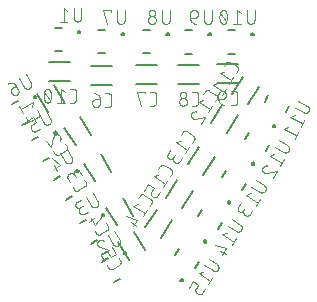
<source format=gbr>
G04 EAGLE Gerber RS-274X export*
G75*
%MOMM*%
%FSLAX34Y34*%
%LPD*%
%INSilkscreen Bottom*%
%IPPOS*%
%AMOC8*
5,1,8,0,0,1.08239X$1,22.5*%
G01*
%ADD10C,0.127000*%
%ADD11C,0.101600*%
%ADD12C,0.200000*%


D10*
X53517Y161108D02*
X44530Y176124D01*
X58243Y184332D02*
X67230Y169316D01*
D11*
X35901Y154436D02*
X34567Y156664D01*
X35901Y154437D02*
X35954Y154353D01*
X36010Y154270D01*
X36069Y154190D01*
X36131Y154112D01*
X36196Y154037D01*
X36264Y153964D01*
X36334Y153894D01*
X36408Y153827D01*
X36483Y153762D01*
X36561Y153701D01*
X36642Y153642D01*
X36724Y153587D01*
X36809Y153535D01*
X36896Y153486D01*
X36984Y153440D01*
X37074Y153398D01*
X37166Y153359D01*
X37259Y153324D01*
X37353Y153293D01*
X37448Y153265D01*
X37545Y153241D01*
X37642Y153220D01*
X37740Y153203D01*
X37839Y153190D01*
X37938Y153181D01*
X38037Y153176D01*
X38137Y153174D01*
X38236Y153176D01*
X38335Y153182D01*
X38434Y153192D01*
X38533Y153206D01*
X38631Y153223D01*
X38728Y153244D01*
X38824Y153269D01*
X38920Y153297D01*
X39014Y153329D01*
X39106Y153365D01*
X39198Y153404D01*
X39288Y153447D01*
X39376Y153493D01*
X39462Y153542D01*
X45032Y156875D01*
X45031Y156875D02*
X45116Y156928D01*
X45198Y156984D01*
X45278Y157043D01*
X45356Y157105D01*
X45431Y157170D01*
X45504Y157238D01*
X45574Y157308D01*
X45641Y157382D01*
X45706Y157457D01*
X45767Y157535D01*
X45826Y157616D01*
X45881Y157698D01*
X45933Y157783D01*
X45982Y157870D01*
X46028Y157958D01*
X46070Y158048D01*
X46109Y158140D01*
X46144Y158233D01*
X46175Y158327D01*
X46203Y158422D01*
X46227Y158519D01*
X46248Y158616D01*
X46265Y158714D01*
X46278Y158813D01*
X46287Y158912D01*
X46292Y159011D01*
X46294Y159111D01*
X46292Y159210D01*
X46286Y159309D01*
X46276Y159408D01*
X46262Y159507D01*
X46245Y159605D01*
X46224Y159702D01*
X46199Y159798D01*
X46171Y159894D01*
X46139Y159988D01*
X46103Y160080D01*
X46064Y160172D01*
X46021Y160262D01*
X45975Y160350D01*
X45926Y160436D01*
X45926Y160437D02*
X44593Y162665D01*
X40123Y165077D02*
X40684Y169195D01*
X30659Y163195D01*
X32325Y160410D02*
X28992Y165980D01*
D10*
X67257Y147706D02*
X76865Y133079D01*
X90223Y141854D02*
X80615Y156481D01*
D11*
X58118Y127846D02*
X59544Y125676D01*
X59600Y125594D01*
X59660Y125514D01*
X59722Y125436D01*
X59787Y125361D01*
X59855Y125289D01*
X59926Y125219D01*
X59999Y125152D01*
X60075Y125087D01*
X60154Y125026D01*
X60234Y124968D01*
X60317Y124913D01*
X60402Y124861D01*
X60489Y124812D01*
X60577Y124767D01*
X60668Y124725D01*
X60759Y124687D01*
X60852Y124652D01*
X60947Y124621D01*
X61042Y124593D01*
X61139Y124569D01*
X61236Y124549D01*
X61334Y124533D01*
X61433Y124520D01*
X61532Y124511D01*
X61631Y124506D01*
X61731Y124505D01*
X61830Y124508D01*
X61930Y124514D01*
X62029Y124524D01*
X62127Y124538D01*
X62225Y124556D01*
X62322Y124577D01*
X62418Y124602D01*
X62513Y124631D01*
X62607Y124664D01*
X62700Y124700D01*
X62791Y124739D01*
X62881Y124782D01*
X62969Y124829D01*
X63055Y124878D01*
X63139Y124931D01*
X68565Y128495D01*
X68564Y128495D02*
X68646Y128551D01*
X68726Y128611D01*
X68804Y128673D01*
X68879Y128738D01*
X68951Y128806D01*
X69021Y128877D01*
X69088Y128950D01*
X69152Y129026D01*
X69214Y129105D01*
X69272Y129185D01*
X69327Y129268D01*
X69379Y129353D01*
X69428Y129440D01*
X69473Y129528D01*
X69515Y129618D01*
X69553Y129710D01*
X69588Y129803D01*
X69619Y129898D01*
X69647Y129993D01*
X69671Y130090D01*
X69691Y130187D01*
X69707Y130285D01*
X69720Y130384D01*
X69729Y130483D01*
X69734Y130582D01*
X69735Y130682D01*
X69732Y130781D01*
X69726Y130881D01*
X69716Y130979D01*
X69702Y131078D01*
X69684Y131176D01*
X69663Y131273D01*
X69638Y131369D01*
X69609Y131464D01*
X69576Y131558D01*
X69540Y131651D01*
X69501Y131742D01*
X69458Y131832D01*
X69412Y131920D01*
X69362Y132006D01*
X69309Y132090D01*
X69309Y132091D02*
X67884Y134261D01*
X63527Y140893D02*
X63467Y140981D01*
X63404Y141067D01*
X63337Y141150D01*
X63268Y141231D01*
X63195Y141309D01*
X63120Y141385D01*
X63042Y141458D01*
X62962Y141528D01*
X62879Y141595D01*
X62793Y141659D01*
X62706Y141720D01*
X62616Y141777D01*
X62524Y141832D01*
X62430Y141882D01*
X62335Y141930D01*
X62237Y141974D01*
X62138Y142014D01*
X62038Y142050D01*
X61937Y142083D01*
X61834Y142113D01*
X61730Y142138D01*
X61626Y142160D01*
X61521Y142177D01*
X61415Y142191D01*
X61309Y142201D01*
X61202Y142208D01*
X61096Y142210D01*
X60989Y142208D01*
X60882Y142203D01*
X60776Y142194D01*
X60670Y142180D01*
X60565Y142163D01*
X60460Y142142D01*
X60356Y142117D01*
X60254Y142089D01*
X60152Y142057D01*
X60052Y142021D01*
X59952Y141981D01*
X59855Y141938D01*
X59759Y141891D01*
X59665Y141841D01*
X59573Y141787D01*
X59482Y141730D01*
X63528Y140894D02*
X63593Y140791D01*
X63654Y140687D01*
X63712Y140581D01*
X63767Y140473D01*
X63818Y140363D01*
X63865Y140252D01*
X63909Y140139D01*
X63950Y140025D01*
X63986Y139910D01*
X64019Y139793D01*
X64048Y139676D01*
X64073Y139557D01*
X64095Y139438D01*
X64112Y139319D01*
X64126Y139198D01*
X64136Y139078D01*
X64142Y138957D01*
X64144Y138836D01*
X64142Y138715D01*
X64136Y138594D01*
X64127Y138473D01*
X64113Y138353D01*
X64096Y138233D01*
X64075Y138114D01*
X64049Y137996D01*
X64021Y137878D01*
X63988Y137762D01*
X63951Y137646D01*
X63911Y137532D01*
X63868Y137419D01*
X63820Y137308D01*
X63769Y137198D01*
X63715Y137090D01*
X63657Y136984D01*
X63596Y136880D01*
X63531Y136777D01*
X63463Y136677D01*
X63392Y136579D01*
X63318Y136484D01*
X58119Y139670D02*
X58140Y139778D01*
X58166Y139886D01*
X58195Y139992D01*
X58228Y140098D01*
X58265Y140202D01*
X58305Y140305D01*
X58349Y140406D01*
X58396Y140506D01*
X58447Y140604D01*
X58501Y140700D01*
X58559Y140794D01*
X58620Y140886D01*
X58684Y140976D01*
X58751Y141064D01*
X58822Y141149D01*
X58895Y141232D01*
X58971Y141312D01*
X59050Y141389D01*
X59132Y141463D01*
X59216Y141535D01*
X59303Y141603D01*
X59392Y141669D01*
X59483Y141731D01*
X58118Y139670D02*
X55722Y131494D01*
X52158Y136920D01*
D10*
X84301Y117288D02*
X93262Y102256D01*
X106990Y110440D02*
X98029Y125472D01*
D11*
X74305Y97845D02*
X75634Y95615D01*
X75634Y95616D02*
X75687Y95531D01*
X75742Y95449D01*
X75801Y95369D01*
X75863Y95291D01*
X75928Y95216D01*
X75996Y95143D01*
X76066Y95072D01*
X76139Y95005D01*
X76215Y94940D01*
X76293Y94879D01*
X76373Y94820D01*
X76455Y94764D01*
X76540Y94712D01*
X76627Y94663D01*
X76715Y94617D01*
X76805Y94575D01*
X76896Y94536D01*
X76989Y94501D01*
X77084Y94469D01*
X77179Y94441D01*
X77276Y94417D01*
X77373Y94396D01*
X77471Y94379D01*
X77569Y94366D01*
X77668Y94356D01*
X77768Y94351D01*
X77867Y94349D01*
X77967Y94351D01*
X78066Y94357D01*
X78165Y94366D01*
X78263Y94380D01*
X78361Y94397D01*
X78459Y94418D01*
X78555Y94443D01*
X78650Y94471D01*
X78744Y94503D01*
X78837Y94538D01*
X78929Y94577D01*
X79019Y94620D01*
X79107Y94666D01*
X79193Y94715D01*
X79194Y94714D02*
X84769Y98038D01*
X84854Y98091D01*
X84936Y98146D01*
X85016Y98205D01*
X85094Y98267D01*
X85169Y98332D01*
X85242Y98400D01*
X85313Y98470D01*
X85380Y98543D01*
X85445Y98619D01*
X85506Y98697D01*
X85565Y98777D01*
X85621Y98859D01*
X85673Y98944D01*
X85722Y99031D01*
X85768Y99119D01*
X85810Y99209D01*
X85849Y99300D01*
X85884Y99393D01*
X85916Y99488D01*
X85944Y99583D01*
X85968Y99679D01*
X85989Y99777D01*
X86006Y99875D01*
X86019Y99973D01*
X86029Y100072D01*
X86034Y100172D01*
X86036Y100271D01*
X86034Y100370D01*
X86028Y100470D01*
X86019Y100569D01*
X86005Y100667D01*
X85988Y100765D01*
X85967Y100862D01*
X85942Y100959D01*
X85914Y101054D01*
X85882Y101148D01*
X85847Y101241D01*
X85808Y101333D01*
X85765Y101423D01*
X85719Y101511D01*
X85670Y101597D01*
X85670Y101598D02*
X84341Y103828D01*
X72069Y101595D02*
X70408Y104383D01*
X70407Y104383D02*
X70351Y104481D01*
X70298Y104581D01*
X70248Y104683D01*
X70203Y104787D01*
X70161Y104892D01*
X70122Y104999D01*
X70088Y105107D01*
X70057Y105216D01*
X70030Y105326D01*
X70006Y105437D01*
X69987Y105548D01*
X69972Y105661D01*
X69960Y105773D01*
X69953Y105886D01*
X69949Y106000D01*
X69950Y106113D01*
X69954Y106226D01*
X69962Y106339D01*
X69975Y106452D01*
X69991Y106564D01*
X70011Y106675D01*
X70035Y106786D01*
X70063Y106896D01*
X70094Y107005D01*
X70130Y107113D01*
X70169Y107219D01*
X70211Y107324D01*
X70258Y107427D01*
X70308Y107529D01*
X70361Y107629D01*
X70418Y107727D01*
X70479Y107822D01*
X70543Y107916D01*
X70609Y108008D01*
X70680Y108097D01*
X70753Y108183D01*
X70829Y108267D01*
X70908Y108348D01*
X70990Y108427D01*
X71074Y108502D01*
X71161Y108575D01*
X71251Y108644D01*
X71342Y108710D01*
X71437Y108773D01*
X71533Y108833D01*
X71631Y108889D01*
X71731Y108942D01*
X71833Y108992D01*
X71937Y109037D01*
X72042Y109079D01*
X72149Y109118D01*
X72257Y109152D01*
X72366Y109183D01*
X72476Y109210D01*
X72587Y109234D01*
X72698Y109253D01*
X72811Y109268D01*
X72923Y109280D01*
X73036Y109287D01*
X73150Y109291D01*
X73263Y109290D01*
X73376Y109286D01*
X73489Y109278D01*
X73602Y109265D01*
X73714Y109249D01*
X73825Y109229D01*
X73936Y109205D01*
X74046Y109177D01*
X74155Y109146D01*
X74262Y109110D01*
X74369Y109071D01*
X74474Y109029D01*
X74577Y108982D01*
X74679Y108932D01*
X74779Y108879D01*
X74877Y108822D01*
X74972Y108761D01*
X75066Y108697D01*
X75158Y108631D01*
X75247Y108560D01*
X75333Y108487D01*
X75417Y108411D01*
X75498Y108332D01*
X75577Y108250D01*
X75652Y108166D01*
X75725Y108079D01*
X75794Y107989D01*
X75860Y107898D01*
X75923Y107803D01*
X75983Y107707D01*
X80111Y110923D02*
X82105Y107578D01*
X80111Y110923D02*
X80058Y111009D01*
X80001Y111092D01*
X79941Y111173D01*
X79879Y111252D01*
X79813Y111328D01*
X79744Y111402D01*
X79673Y111473D01*
X79599Y111541D01*
X79522Y111606D01*
X79443Y111668D01*
X79361Y111727D01*
X79277Y111783D01*
X79191Y111835D01*
X79103Y111884D01*
X79014Y111930D01*
X78922Y111972D01*
X78829Y112011D01*
X78735Y112046D01*
X78639Y112077D01*
X78542Y112104D01*
X78444Y112128D01*
X78346Y112148D01*
X78246Y112164D01*
X78146Y112176D01*
X78046Y112185D01*
X77945Y112189D01*
X77845Y112190D01*
X77744Y112186D01*
X77644Y112179D01*
X77544Y112168D01*
X77444Y112153D01*
X77345Y112134D01*
X77247Y112111D01*
X77150Y112085D01*
X77054Y112055D01*
X76959Y112021D01*
X76866Y111983D01*
X76774Y111942D01*
X76684Y111897D01*
X76595Y111849D01*
X76509Y111798D01*
X76424Y111743D01*
X76342Y111685D01*
X76262Y111623D01*
X76185Y111559D01*
X76110Y111492D01*
X76038Y111422D01*
X75968Y111349D01*
X75901Y111273D01*
X75838Y111195D01*
X75777Y111115D01*
X75720Y111032D01*
X75666Y110947D01*
X75615Y110860D01*
X75567Y110772D01*
X75524Y110681D01*
X75483Y110589D01*
X75446Y110495D01*
X75413Y110400D01*
X75384Y110304D01*
X75358Y110206D01*
X75336Y110108D01*
X75318Y110009D01*
X75304Y109909D01*
X75294Y109809D01*
X75288Y109709D01*
X75285Y109608D01*
X75286Y109507D01*
X75292Y109407D01*
X75301Y109307D01*
X75314Y109207D01*
X75331Y109108D01*
X75352Y109009D01*
X75376Y108911D01*
X75405Y108815D01*
X75437Y108719D01*
X75473Y108625D01*
X75512Y108533D01*
X75555Y108442D01*
X75601Y108352D01*
X75651Y108265D01*
X75651Y108264D02*
X76980Y106034D01*
D10*
X104115Y37190D02*
X98945Y34145D01*
X109096Y16912D02*
X114266Y19958D01*
D12*
X117629Y41463D02*
X117631Y41527D01*
X117637Y41591D01*
X117647Y41654D01*
X117661Y41717D01*
X117678Y41778D01*
X117700Y41839D01*
X117725Y41897D01*
X117754Y41955D01*
X117786Y42010D01*
X117822Y42063D01*
X117861Y42114D01*
X117903Y42162D01*
X117948Y42208D01*
X117996Y42251D01*
X118046Y42291D01*
X118098Y42327D01*
X118153Y42360D01*
X118210Y42390D01*
X118269Y42416D01*
X118329Y42439D01*
X118390Y42457D01*
X118452Y42472D01*
X118515Y42483D01*
X118579Y42490D01*
X118643Y42493D01*
X118707Y42492D01*
X118771Y42487D01*
X118834Y42478D01*
X118897Y42465D01*
X118959Y42448D01*
X119020Y42428D01*
X119079Y42404D01*
X119137Y42376D01*
X119192Y42344D01*
X119246Y42309D01*
X119298Y42271D01*
X119347Y42230D01*
X119393Y42186D01*
X119436Y42139D01*
X119477Y42089D01*
X119514Y42037D01*
X119548Y41983D01*
X119579Y41926D01*
X119606Y41868D01*
X119629Y41809D01*
X119649Y41748D01*
X119665Y41685D01*
X119677Y41623D01*
X119685Y41559D01*
X119689Y41495D01*
X119689Y41431D01*
X119685Y41367D01*
X119677Y41303D01*
X119665Y41241D01*
X119649Y41178D01*
X119629Y41117D01*
X119606Y41058D01*
X119579Y41000D01*
X119548Y40943D01*
X119514Y40889D01*
X119477Y40837D01*
X119436Y40787D01*
X119393Y40740D01*
X119347Y40696D01*
X119298Y40655D01*
X119246Y40617D01*
X119192Y40582D01*
X119137Y40550D01*
X119079Y40522D01*
X119020Y40498D01*
X118959Y40478D01*
X118897Y40461D01*
X118834Y40448D01*
X118771Y40439D01*
X118707Y40434D01*
X118643Y40433D01*
X118579Y40436D01*
X118515Y40443D01*
X118452Y40454D01*
X118390Y40469D01*
X118329Y40487D01*
X118269Y40510D01*
X118210Y40536D01*
X118153Y40566D01*
X118098Y40599D01*
X118046Y40635D01*
X117996Y40675D01*
X117948Y40718D01*
X117903Y40764D01*
X117861Y40812D01*
X117822Y40863D01*
X117786Y40916D01*
X117754Y40971D01*
X117725Y41029D01*
X117700Y41087D01*
X117678Y41148D01*
X117661Y41209D01*
X117647Y41272D01*
X117637Y41335D01*
X117631Y41399D01*
X117629Y41463D01*
D11*
X114091Y52718D02*
X109808Y59990D01*
X114092Y52718D02*
X114148Y52620D01*
X114200Y52519D01*
X114249Y52417D01*
X114294Y52313D01*
X114335Y52208D01*
X114373Y52101D01*
X114407Y51993D01*
X114438Y51884D01*
X114464Y51774D01*
X114487Y51663D01*
X114505Y51551D01*
X114520Y51438D01*
X114531Y51326D01*
X114538Y51213D01*
X114541Y51099D01*
X114540Y50986D01*
X114535Y50873D01*
X114526Y50760D01*
X114513Y50647D01*
X114496Y50535D01*
X114476Y50424D01*
X114451Y50313D01*
X114423Y50204D01*
X114391Y50095D01*
X114355Y49987D01*
X114315Y49881D01*
X114272Y49777D01*
X114225Y49674D01*
X114174Y49572D01*
X114120Y49473D01*
X114063Y49375D01*
X114002Y49279D01*
X113938Y49186D01*
X113870Y49095D01*
X113800Y49006D01*
X113726Y48920D01*
X113650Y48837D01*
X113570Y48756D01*
X113488Y48678D01*
X113403Y48603D01*
X113316Y48531D01*
X113226Y48462D01*
X113134Y48396D01*
X113039Y48333D01*
X112942Y48274D01*
X112844Y48218D01*
X112743Y48166D01*
X112641Y48117D01*
X112537Y48072D01*
X112432Y48031D01*
X112325Y47993D01*
X112217Y47959D01*
X112108Y47928D01*
X111998Y47902D01*
X111887Y47879D01*
X111775Y47861D01*
X111662Y47846D01*
X111550Y47835D01*
X111437Y47828D01*
X111323Y47825D01*
X111210Y47826D01*
X111097Y47831D01*
X110984Y47840D01*
X110871Y47853D01*
X110759Y47870D01*
X110648Y47890D01*
X110537Y47915D01*
X110428Y47943D01*
X110319Y47975D01*
X110211Y48011D01*
X110105Y48051D01*
X110001Y48094D01*
X109898Y48141D01*
X109796Y48192D01*
X109697Y48246D01*
X109599Y48303D01*
X109503Y48364D01*
X109410Y48428D01*
X109319Y48496D01*
X109230Y48566D01*
X109144Y48640D01*
X109061Y48716D01*
X108980Y48796D01*
X108902Y48878D01*
X108827Y48963D01*
X108755Y49050D01*
X108686Y49140D01*
X108620Y49232D01*
X108557Y49327D01*
X108498Y49424D01*
X108498Y49423D02*
X104215Y56695D01*
X96554Y52183D02*
X96463Y52127D01*
X96375Y52068D01*
X96288Y52006D01*
X96204Y51940D01*
X96122Y51872D01*
X96043Y51800D01*
X95966Y51726D01*
X95892Y51649D01*
X95821Y51569D01*
X95753Y51487D01*
X95688Y51402D01*
X95626Y51316D01*
X95568Y51226D01*
X95512Y51135D01*
X95460Y51042D01*
X95412Y50947D01*
X95367Y50850D01*
X95325Y50752D01*
X95288Y50652D01*
X95253Y50551D01*
X95223Y50449D01*
X95196Y50346D01*
X95173Y50241D01*
X95154Y50136D01*
X95139Y50031D01*
X95127Y49925D01*
X95120Y49818D01*
X95116Y49712D01*
X95117Y49605D01*
X95121Y49498D01*
X95129Y49392D01*
X95141Y49286D01*
X95157Y49180D01*
X95176Y49076D01*
X95200Y48971D01*
X95227Y48868D01*
X95258Y48766D01*
X95293Y48665D01*
X95331Y48566D01*
X95373Y48468D01*
X95419Y48371D01*
X95468Y48276D01*
X95520Y48184D01*
X96554Y52183D02*
X96659Y52242D01*
X96766Y52299D01*
X96875Y52352D01*
X96986Y52401D01*
X97098Y52446D01*
X97211Y52489D01*
X97326Y52527D01*
X97442Y52562D01*
X97559Y52593D01*
X97677Y52620D01*
X97796Y52643D01*
X97915Y52662D01*
X98035Y52678D01*
X98156Y52690D01*
X98277Y52698D01*
X98397Y52701D01*
X98518Y52702D01*
X98639Y52698D01*
X98760Y52690D01*
X98881Y52678D01*
X99001Y52663D01*
X99120Y52643D01*
X99239Y52620D01*
X99357Y52593D01*
X99474Y52562D01*
X99590Y52528D01*
X99705Y52489D01*
X99818Y52447D01*
X99930Y52402D01*
X100041Y52352D01*
X100150Y52300D01*
X100257Y52243D01*
X100362Y52184D01*
X100465Y52121D01*
X100567Y52054D01*
X100666Y51985D01*
X100762Y51912D01*
X100857Y51836D01*
X100949Y51757D01*
X97511Y46720D02*
X97404Y46747D01*
X97298Y46777D01*
X97193Y46812D01*
X97090Y46850D01*
X96987Y46892D01*
X96887Y46937D01*
X96787Y46986D01*
X96690Y47038D01*
X96595Y47094D01*
X96501Y47153D01*
X96410Y47215D01*
X96321Y47280D01*
X96234Y47349D01*
X96150Y47420D01*
X96068Y47495D01*
X95989Y47572D01*
X95913Y47652D01*
X95840Y47734D01*
X95770Y47820D01*
X95702Y47907D01*
X95638Y47997D01*
X95577Y48089D01*
X95519Y48183D01*
X97512Y46719D02*
X105561Y43926D01*
X99968Y40631D01*
D10*
X85502Y69858D02*
X80264Y66931D01*
X90022Y49472D02*
X95259Y52400D01*
D12*
X99109Y73800D02*
X99111Y73864D01*
X99117Y73928D01*
X99127Y73991D01*
X99141Y74054D01*
X99158Y74115D01*
X99180Y74176D01*
X99205Y74234D01*
X99234Y74292D01*
X99266Y74347D01*
X99302Y74400D01*
X99341Y74451D01*
X99383Y74499D01*
X99428Y74545D01*
X99476Y74588D01*
X99526Y74628D01*
X99578Y74664D01*
X99633Y74697D01*
X99690Y74727D01*
X99749Y74753D01*
X99809Y74776D01*
X99870Y74794D01*
X99932Y74809D01*
X99995Y74820D01*
X100059Y74827D01*
X100123Y74830D01*
X100187Y74829D01*
X100251Y74824D01*
X100314Y74815D01*
X100377Y74802D01*
X100439Y74785D01*
X100500Y74765D01*
X100559Y74741D01*
X100617Y74713D01*
X100672Y74681D01*
X100726Y74646D01*
X100778Y74608D01*
X100827Y74567D01*
X100873Y74523D01*
X100916Y74476D01*
X100957Y74426D01*
X100994Y74374D01*
X101028Y74320D01*
X101059Y74263D01*
X101086Y74205D01*
X101109Y74146D01*
X101129Y74085D01*
X101145Y74022D01*
X101157Y73960D01*
X101165Y73896D01*
X101169Y73832D01*
X101169Y73768D01*
X101165Y73704D01*
X101157Y73640D01*
X101145Y73578D01*
X101129Y73515D01*
X101109Y73454D01*
X101086Y73395D01*
X101059Y73337D01*
X101028Y73280D01*
X100994Y73226D01*
X100957Y73174D01*
X100916Y73124D01*
X100873Y73077D01*
X100827Y73033D01*
X100778Y72992D01*
X100726Y72954D01*
X100672Y72919D01*
X100617Y72887D01*
X100559Y72859D01*
X100500Y72835D01*
X100439Y72815D01*
X100377Y72798D01*
X100314Y72785D01*
X100251Y72776D01*
X100187Y72771D01*
X100123Y72770D01*
X100059Y72773D01*
X99995Y72780D01*
X99932Y72791D01*
X99870Y72806D01*
X99809Y72824D01*
X99749Y72847D01*
X99690Y72873D01*
X99633Y72903D01*
X99578Y72936D01*
X99526Y72972D01*
X99476Y73012D01*
X99428Y73055D01*
X99383Y73101D01*
X99341Y73149D01*
X99302Y73200D01*
X99266Y73253D01*
X99234Y73308D01*
X99205Y73366D01*
X99180Y73424D01*
X99158Y73485D01*
X99141Y73546D01*
X99127Y73609D01*
X99117Y73672D01*
X99111Y73736D01*
X99109Y73800D01*
D11*
X95828Y85156D02*
X91711Y92523D01*
X95828Y85156D02*
X95881Y85056D01*
X95931Y84954D01*
X95978Y84851D01*
X96020Y84746D01*
X96059Y84639D01*
X96095Y84532D01*
X96126Y84423D01*
X96154Y84313D01*
X96178Y84202D01*
X96198Y84091D01*
X96214Y83979D01*
X96227Y83866D01*
X96235Y83753D01*
X96239Y83640D01*
X96240Y83527D01*
X96236Y83413D01*
X96229Y83300D01*
X96217Y83188D01*
X96202Y83075D01*
X96183Y82964D01*
X96159Y82853D01*
X96132Y82743D01*
X96101Y82634D01*
X96067Y82526D01*
X96028Y82419D01*
X95986Y82314D01*
X95941Y82210D01*
X95891Y82108D01*
X95838Y82008D01*
X95782Y81910D01*
X95722Y81814D01*
X95659Y81719D01*
X95593Y81628D01*
X95524Y81538D01*
X95451Y81451D01*
X95376Y81367D01*
X95297Y81285D01*
X95216Y81206D01*
X95132Y81130D01*
X95046Y81057D01*
X94957Y80986D01*
X94865Y80920D01*
X94771Y80856D01*
X94676Y80795D01*
X94578Y80738D01*
X94478Y80685D01*
X94376Y80635D01*
X94273Y80588D01*
X94168Y80546D01*
X94062Y80507D01*
X93954Y80471D01*
X93845Y80440D01*
X93735Y80412D01*
X93624Y80388D01*
X93513Y80368D01*
X93401Y80352D01*
X93288Y80339D01*
X93175Y80331D01*
X93062Y80327D01*
X92949Y80326D01*
X92835Y80330D01*
X92722Y80337D01*
X92610Y80349D01*
X92497Y80364D01*
X92386Y80383D01*
X92275Y80407D01*
X92165Y80434D01*
X92056Y80465D01*
X91948Y80499D01*
X91841Y80538D01*
X91736Y80580D01*
X91632Y80625D01*
X91530Y80675D01*
X91430Y80728D01*
X91332Y80784D01*
X91236Y80844D01*
X91141Y80907D01*
X91050Y80973D01*
X90960Y81042D01*
X90873Y81115D01*
X90789Y81190D01*
X90707Y81269D01*
X90628Y81350D01*
X90552Y81434D01*
X90479Y81520D01*
X90408Y81609D01*
X90342Y81701D01*
X90278Y81795D01*
X90217Y81890D01*
X90160Y81988D01*
X90161Y81989D02*
X86044Y89356D01*
X87100Y76560D02*
X84267Y74976D01*
X84167Y74923D01*
X84065Y74873D01*
X83962Y74826D01*
X83857Y74784D01*
X83751Y74745D01*
X83643Y74709D01*
X83534Y74678D01*
X83424Y74650D01*
X83313Y74626D01*
X83202Y74606D01*
X83090Y74590D01*
X82977Y74577D01*
X82864Y74569D01*
X82751Y74565D01*
X82638Y74564D01*
X82524Y74568D01*
X82411Y74575D01*
X82299Y74587D01*
X82186Y74602D01*
X82075Y74621D01*
X81964Y74645D01*
X81854Y74672D01*
X81745Y74703D01*
X81637Y74737D01*
X81530Y74776D01*
X81425Y74818D01*
X81321Y74863D01*
X81219Y74913D01*
X81119Y74966D01*
X81021Y75022D01*
X80925Y75082D01*
X80830Y75145D01*
X80739Y75211D01*
X80649Y75280D01*
X80562Y75353D01*
X80478Y75428D01*
X80396Y75507D01*
X80317Y75588D01*
X80241Y75672D01*
X80168Y75758D01*
X80097Y75847D01*
X80031Y75939D01*
X79967Y76033D01*
X79906Y76128D01*
X79849Y76226D01*
X79796Y76326D01*
X79746Y76428D01*
X79699Y76531D01*
X79657Y76636D01*
X79618Y76742D01*
X79582Y76850D01*
X79551Y76959D01*
X79523Y77069D01*
X79499Y77180D01*
X79479Y77291D01*
X79463Y77403D01*
X79450Y77516D01*
X79442Y77629D01*
X79438Y77742D01*
X79437Y77855D01*
X79441Y77969D01*
X79448Y78082D01*
X79460Y78194D01*
X79475Y78307D01*
X79494Y78418D01*
X79518Y78529D01*
X79545Y78639D01*
X79576Y78748D01*
X79610Y78856D01*
X79649Y78963D01*
X79691Y79068D01*
X79736Y79172D01*
X79786Y79274D01*
X79839Y79374D01*
X79895Y79472D01*
X79955Y79568D01*
X80018Y79663D01*
X80084Y79754D01*
X80153Y79844D01*
X80226Y79931D01*
X80301Y80015D01*
X80380Y80097D01*
X80461Y80176D01*
X80545Y80252D01*
X80631Y80325D01*
X80720Y80396D01*
X80812Y80462D01*
X80906Y80526D01*
X81001Y80587D01*
X81099Y80644D01*
X77999Y84860D02*
X81399Y86760D01*
X77999Y84860D02*
X77912Y84809D01*
X77827Y84755D01*
X77744Y84698D01*
X77664Y84637D01*
X77586Y84573D01*
X77510Y84507D01*
X77438Y84437D01*
X77367Y84365D01*
X77300Y84290D01*
X77236Y84212D01*
X77175Y84132D01*
X77116Y84050D01*
X77061Y83966D01*
X77010Y83879D01*
X76962Y83791D01*
X76917Y83701D01*
X76876Y83609D01*
X76838Y83515D01*
X76804Y83420D01*
X76774Y83324D01*
X76748Y83227D01*
X76725Y83129D01*
X76706Y83030D01*
X76691Y82930D01*
X76680Y82830D01*
X76673Y82730D01*
X76669Y82629D01*
X76670Y82529D01*
X76674Y82428D01*
X76683Y82328D01*
X76695Y82228D01*
X76711Y82128D01*
X76731Y82029D01*
X76755Y81932D01*
X76782Y81835D01*
X76813Y81739D01*
X76848Y81644D01*
X76887Y81551D01*
X76929Y81460D01*
X76975Y81370D01*
X77024Y81282D01*
X77077Y81196D01*
X77132Y81113D01*
X77191Y81031D01*
X77253Y80952D01*
X77319Y80875D01*
X77387Y80801D01*
X77458Y80729D01*
X77531Y80660D01*
X77608Y80595D01*
X77686Y80532D01*
X77767Y80472D01*
X77851Y80416D01*
X77936Y80362D01*
X78024Y80312D01*
X78113Y80266D01*
X78204Y80223D01*
X78297Y80184D01*
X78391Y80148D01*
X78487Y80116D01*
X78583Y80087D01*
X78681Y80063D01*
X78779Y80042D01*
X78879Y80025D01*
X78979Y80012D01*
X79079Y80003D01*
X79179Y79997D01*
X79280Y79996D01*
X79381Y79999D01*
X79481Y80005D01*
X79582Y80015D01*
X79681Y80029D01*
X79780Y80047D01*
X79879Y80069D01*
X79976Y80095D01*
X80072Y80124D01*
X80167Y80157D01*
X80261Y80194D01*
X80354Y80235D01*
X80444Y80279D01*
X80533Y80326D01*
X82800Y81593D01*
D10*
X63754Y106941D02*
X58601Y103869D01*
X68841Y86690D02*
X73995Y89762D01*
D12*
X77246Y111290D02*
X77248Y111354D01*
X77254Y111418D01*
X77264Y111481D01*
X77278Y111544D01*
X77295Y111605D01*
X77317Y111666D01*
X77342Y111724D01*
X77371Y111782D01*
X77403Y111837D01*
X77439Y111890D01*
X77478Y111941D01*
X77520Y111989D01*
X77565Y112035D01*
X77613Y112078D01*
X77663Y112118D01*
X77715Y112154D01*
X77770Y112187D01*
X77827Y112217D01*
X77886Y112243D01*
X77946Y112266D01*
X78007Y112284D01*
X78069Y112299D01*
X78132Y112310D01*
X78196Y112317D01*
X78260Y112320D01*
X78324Y112319D01*
X78388Y112314D01*
X78451Y112305D01*
X78514Y112292D01*
X78576Y112275D01*
X78637Y112255D01*
X78696Y112231D01*
X78754Y112203D01*
X78809Y112171D01*
X78863Y112136D01*
X78915Y112098D01*
X78964Y112057D01*
X79010Y112013D01*
X79053Y111966D01*
X79094Y111916D01*
X79131Y111864D01*
X79165Y111810D01*
X79196Y111753D01*
X79223Y111695D01*
X79246Y111636D01*
X79266Y111575D01*
X79282Y111512D01*
X79294Y111450D01*
X79302Y111386D01*
X79306Y111322D01*
X79306Y111258D01*
X79302Y111194D01*
X79294Y111130D01*
X79282Y111068D01*
X79266Y111005D01*
X79246Y110944D01*
X79223Y110885D01*
X79196Y110827D01*
X79165Y110770D01*
X79131Y110716D01*
X79094Y110664D01*
X79053Y110614D01*
X79010Y110567D01*
X78964Y110523D01*
X78915Y110482D01*
X78863Y110444D01*
X78809Y110409D01*
X78754Y110377D01*
X78696Y110349D01*
X78637Y110325D01*
X78576Y110305D01*
X78514Y110288D01*
X78451Y110275D01*
X78388Y110266D01*
X78324Y110261D01*
X78260Y110260D01*
X78196Y110263D01*
X78132Y110270D01*
X78069Y110281D01*
X78007Y110296D01*
X77946Y110314D01*
X77886Y110337D01*
X77827Y110363D01*
X77770Y110393D01*
X77715Y110426D01*
X77663Y110462D01*
X77613Y110502D01*
X77565Y110545D01*
X77520Y110591D01*
X77478Y110639D01*
X77439Y110690D01*
X77403Y110743D01*
X77371Y110798D01*
X77342Y110856D01*
X77317Y110914D01*
X77295Y110975D01*
X77278Y111036D01*
X77264Y111099D01*
X77254Y111162D01*
X77248Y111226D01*
X77246Y111290D01*
D11*
X73649Y122521D02*
X69328Y129770D01*
X73649Y122521D02*
X73705Y122423D01*
X73758Y122323D01*
X73808Y122221D01*
X73853Y122117D01*
X73895Y122012D01*
X73934Y121905D01*
X73968Y121797D01*
X73999Y121688D01*
X74026Y121578D01*
X74050Y121467D01*
X74069Y121356D01*
X74084Y121243D01*
X74096Y121131D01*
X74103Y121018D01*
X74107Y120904D01*
X74106Y120791D01*
X74102Y120678D01*
X74094Y120565D01*
X74081Y120452D01*
X74065Y120340D01*
X74045Y120229D01*
X74021Y120118D01*
X73993Y120008D01*
X73962Y119899D01*
X73926Y119791D01*
X73887Y119685D01*
X73845Y119580D01*
X73798Y119477D01*
X73748Y119375D01*
X73695Y119275D01*
X73638Y119177D01*
X73577Y119082D01*
X73513Y118988D01*
X73447Y118896D01*
X73376Y118807D01*
X73303Y118721D01*
X73227Y118637D01*
X73148Y118556D01*
X73066Y118477D01*
X72982Y118402D01*
X72895Y118329D01*
X72805Y118260D01*
X72714Y118194D01*
X72619Y118131D01*
X72523Y118071D01*
X72425Y118015D01*
X72325Y117962D01*
X72223Y117912D01*
X72119Y117867D01*
X72014Y117825D01*
X71907Y117786D01*
X71799Y117752D01*
X71690Y117721D01*
X71580Y117694D01*
X71469Y117670D01*
X71358Y117651D01*
X71245Y117636D01*
X71133Y117624D01*
X71020Y117617D01*
X70906Y117613D01*
X70793Y117614D01*
X70680Y117618D01*
X70567Y117626D01*
X70454Y117639D01*
X70342Y117655D01*
X70231Y117675D01*
X70120Y117699D01*
X70010Y117727D01*
X69901Y117758D01*
X69794Y117794D01*
X69687Y117833D01*
X69582Y117875D01*
X69479Y117922D01*
X69377Y117972D01*
X69277Y118025D01*
X69179Y118082D01*
X69084Y118143D01*
X68990Y118207D01*
X68898Y118273D01*
X68809Y118344D01*
X68723Y118417D01*
X68639Y118493D01*
X68558Y118572D01*
X68479Y118654D01*
X68404Y118738D01*
X68331Y118825D01*
X68262Y118915D01*
X68196Y119006D01*
X68133Y119101D01*
X68073Y119197D01*
X63751Y126446D01*
X56951Y122392D02*
X63835Y115915D01*
X58259Y112591D01*
X58602Y115819D02*
X61262Y111358D01*
D10*
X45165Y139950D02*
X39907Y137060D01*
X49542Y119534D02*
X54800Y122424D01*
D12*
X58799Y143790D02*
X58801Y143854D01*
X58807Y143918D01*
X58817Y143981D01*
X58831Y144044D01*
X58848Y144105D01*
X58870Y144166D01*
X58895Y144224D01*
X58924Y144282D01*
X58956Y144337D01*
X58992Y144390D01*
X59031Y144441D01*
X59073Y144489D01*
X59118Y144535D01*
X59166Y144578D01*
X59216Y144618D01*
X59268Y144654D01*
X59323Y144687D01*
X59380Y144717D01*
X59439Y144743D01*
X59499Y144766D01*
X59560Y144784D01*
X59622Y144799D01*
X59685Y144810D01*
X59749Y144817D01*
X59813Y144820D01*
X59877Y144819D01*
X59941Y144814D01*
X60004Y144805D01*
X60067Y144792D01*
X60129Y144775D01*
X60190Y144755D01*
X60249Y144731D01*
X60307Y144703D01*
X60362Y144671D01*
X60416Y144636D01*
X60468Y144598D01*
X60517Y144557D01*
X60563Y144513D01*
X60606Y144466D01*
X60647Y144416D01*
X60684Y144364D01*
X60718Y144310D01*
X60749Y144253D01*
X60776Y144195D01*
X60799Y144136D01*
X60819Y144075D01*
X60835Y144012D01*
X60847Y143950D01*
X60855Y143886D01*
X60859Y143822D01*
X60859Y143758D01*
X60855Y143694D01*
X60847Y143630D01*
X60835Y143568D01*
X60819Y143505D01*
X60799Y143444D01*
X60776Y143385D01*
X60749Y143327D01*
X60718Y143270D01*
X60684Y143216D01*
X60647Y143164D01*
X60606Y143114D01*
X60563Y143067D01*
X60517Y143023D01*
X60468Y142982D01*
X60416Y142944D01*
X60362Y142909D01*
X60307Y142877D01*
X60249Y142849D01*
X60190Y142825D01*
X60129Y142805D01*
X60067Y142788D01*
X60004Y142775D01*
X59941Y142766D01*
X59877Y142761D01*
X59813Y142760D01*
X59749Y142763D01*
X59685Y142770D01*
X59622Y142781D01*
X59560Y142796D01*
X59499Y142814D01*
X59439Y142837D01*
X59380Y142863D01*
X59323Y142893D01*
X59268Y142926D01*
X59216Y142962D01*
X59166Y143002D01*
X59118Y143045D01*
X59073Y143091D01*
X59031Y143139D01*
X58992Y143190D01*
X58956Y143243D01*
X58924Y143298D01*
X58895Y143356D01*
X58870Y143414D01*
X58848Y143475D01*
X58831Y143536D01*
X58817Y143599D01*
X58807Y143662D01*
X58801Y143726D01*
X58799Y143790D01*
D11*
X55597Y155176D02*
X51531Y162571D01*
X55597Y155176D02*
X55650Y155076D01*
X55700Y154974D01*
X55745Y154870D01*
X55787Y154765D01*
X55826Y154658D01*
X55860Y154550D01*
X55891Y154441D01*
X55918Y154331D01*
X55942Y154220D01*
X55961Y154109D01*
X55976Y153996D01*
X55988Y153884D01*
X55995Y153771D01*
X55999Y153657D01*
X55998Y153544D01*
X55994Y153431D01*
X55986Y153318D01*
X55973Y153205D01*
X55957Y153093D01*
X55937Y152982D01*
X55913Y152871D01*
X55885Y152761D01*
X55854Y152652D01*
X55818Y152544D01*
X55779Y152438D01*
X55737Y152333D01*
X55690Y152230D01*
X55640Y152128D01*
X55587Y152028D01*
X55530Y151930D01*
X55469Y151835D01*
X55405Y151741D01*
X55339Y151649D01*
X55268Y151560D01*
X55195Y151474D01*
X55119Y151390D01*
X55040Y151309D01*
X54958Y151230D01*
X54874Y151155D01*
X54787Y151082D01*
X54697Y151013D01*
X54606Y150947D01*
X54511Y150884D01*
X54415Y150824D01*
X54317Y150768D01*
X54217Y150715D01*
X54115Y150665D01*
X54011Y150620D01*
X53906Y150578D01*
X53799Y150539D01*
X53691Y150505D01*
X53582Y150474D01*
X53472Y150447D01*
X53361Y150423D01*
X53250Y150404D01*
X53137Y150389D01*
X53025Y150377D01*
X52912Y150370D01*
X52798Y150366D01*
X52685Y150367D01*
X52572Y150371D01*
X52459Y150379D01*
X52346Y150392D01*
X52234Y150408D01*
X52123Y150428D01*
X52012Y150452D01*
X51902Y150480D01*
X51793Y150511D01*
X51685Y150547D01*
X51579Y150586D01*
X51474Y150628D01*
X51371Y150675D01*
X51269Y150725D01*
X51169Y150779D01*
X51071Y150835D01*
X50976Y150896D01*
X50882Y150960D01*
X50790Y151026D01*
X50701Y151097D01*
X50615Y151170D01*
X50531Y151246D01*
X50450Y151325D01*
X50371Y151407D01*
X50296Y151491D01*
X50223Y151578D01*
X50154Y151668D01*
X50088Y151759D01*
X50025Y151854D01*
X49965Y151950D01*
X49908Y152048D01*
X45843Y159444D01*
X46810Y146641D02*
X43396Y144764D01*
X43308Y144718D01*
X43218Y144675D01*
X43127Y144636D01*
X43034Y144600D01*
X42940Y144568D01*
X42845Y144539D01*
X42748Y144514D01*
X42651Y144493D01*
X42553Y144475D01*
X42455Y144462D01*
X42356Y144452D01*
X42256Y144445D01*
X42157Y144443D01*
X42057Y144444D01*
X41958Y144450D01*
X41859Y144459D01*
X41760Y144472D01*
X41662Y144488D01*
X41565Y144509D01*
X41468Y144533D01*
X41373Y144560D01*
X41278Y144592D01*
X41185Y144627D01*
X41094Y144665D01*
X41003Y144707D01*
X40915Y144753D01*
X40828Y144802D01*
X40743Y144854D01*
X40661Y144909D01*
X40580Y144967D01*
X40502Y145029D01*
X40426Y145093D01*
X40353Y145161D01*
X40282Y145231D01*
X40214Y145303D01*
X40149Y145378D01*
X40087Y145456D01*
X40028Y145536D01*
X39972Y145618D01*
X39919Y145703D01*
X39869Y145789D01*
X39870Y145789D02*
X39244Y146926D01*
X39198Y147014D01*
X39155Y147104D01*
X39116Y147195D01*
X39080Y147288D01*
X39048Y147382D01*
X39019Y147477D01*
X38994Y147574D01*
X38973Y147671D01*
X38955Y147769D01*
X38942Y147867D01*
X38932Y147966D01*
X38925Y148066D01*
X38923Y148165D01*
X38924Y148265D01*
X38930Y148364D01*
X38939Y148463D01*
X38952Y148562D01*
X38968Y148660D01*
X38989Y148757D01*
X39013Y148854D01*
X39040Y148949D01*
X39072Y149044D01*
X39107Y149137D01*
X39145Y149228D01*
X39187Y149319D01*
X39233Y149407D01*
X39282Y149494D01*
X39334Y149579D01*
X39389Y149661D01*
X39447Y149742D01*
X39509Y149820D01*
X39573Y149896D01*
X39641Y149969D01*
X39711Y150040D01*
X39783Y150108D01*
X39859Y150173D01*
X39936Y150235D01*
X40016Y150294D01*
X40098Y150350D01*
X40183Y150403D01*
X40269Y150453D01*
X43682Y152329D01*
X41180Y156881D01*
X35491Y153753D01*
D10*
X28012Y170483D02*
X22690Y167713D01*
X31925Y149972D02*
X37247Y152743D01*
D12*
X41730Y173989D02*
X41732Y174053D01*
X41738Y174117D01*
X41748Y174180D01*
X41762Y174243D01*
X41779Y174304D01*
X41801Y174365D01*
X41826Y174423D01*
X41855Y174481D01*
X41887Y174536D01*
X41923Y174589D01*
X41962Y174640D01*
X42004Y174688D01*
X42049Y174734D01*
X42097Y174777D01*
X42147Y174817D01*
X42199Y174853D01*
X42254Y174886D01*
X42311Y174916D01*
X42370Y174942D01*
X42430Y174965D01*
X42491Y174983D01*
X42553Y174998D01*
X42616Y175009D01*
X42680Y175016D01*
X42744Y175019D01*
X42808Y175018D01*
X42872Y175013D01*
X42935Y175004D01*
X42998Y174991D01*
X43060Y174974D01*
X43121Y174954D01*
X43180Y174930D01*
X43238Y174902D01*
X43293Y174870D01*
X43347Y174835D01*
X43399Y174797D01*
X43448Y174756D01*
X43494Y174712D01*
X43537Y174665D01*
X43578Y174615D01*
X43615Y174563D01*
X43649Y174509D01*
X43680Y174452D01*
X43707Y174394D01*
X43730Y174335D01*
X43750Y174274D01*
X43766Y174211D01*
X43778Y174149D01*
X43786Y174085D01*
X43790Y174021D01*
X43790Y173957D01*
X43786Y173893D01*
X43778Y173829D01*
X43766Y173767D01*
X43750Y173704D01*
X43730Y173643D01*
X43707Y173584D01*
X43680Y173526D01*
X43649Y173469D01*
X43615Y173415D01*
X43578Y173363D01*
X43537Y173313D01*
X43494Y173266D01*
X43448Y173222D01*
X43399Y173181D01*
X43347Y173143D01*
X43293Y173108D01*
X43238Y173076D01*
X43180Y173048D01*
X43121Y173024D01*
X43060Y173004D01*
X42998Y172987D01*
X42935Y172974D01*
X42872Y172965D01*
X42808Y172960D01*
X42744Y172959D01*
X42680Y172962D01*
X42616Y172969D01*
X42553Y172980D01*
X42491Y172995D01*
X42430Y173013D01*
X42370Y173036D01*
X42311Y173062D01*
X42254Y173092D01*
X42199Y173125D01*
X42147Y173161D01*
X42097Y173201D01*
X42049Y173244D01*
X42004Y173290D01*
X41962Y173338D01*
X41923Y173389D01*
X41887Y173442D01*
X41855Y173497D01*
X41826Y173555D01*
X41801Y173613D01*
X41779Y173674D01*
X41762Y173735D01*
X41748Y173798D01*
X41738Y173861D01*
X41732Y173925D01*
X41730Y173989D01*
D11*
X38787Y185468D02*
X34890Y192954D01*
X38787Y185468D02*
X38838Y185366D01*
X38885Y185263D01*
X38928Y185159D01*
X38968Y185053D01*
X39004Y184945D01*
X39036Y184836D01*
X39064Y184727D01*
X39089Y184616D01*
X39109Y184505D01*
X39126Y184393D01*
X39139Y184280D01*
X39148Y184167D01*
X39153Y184054D01*
X39154Y183941D01*
X39151Y183827D01*
X39144Y183714D01*
X39133Y183602D01*
X39118Y183489D01*
X39100Y183377D01*
X39077Y183266D01*
X39051Y183156D01*
X39020Y183047D01*
X38986Y182939D01*
X38948Y182832D01*
X38907Y182727D01*
X38862Y182623D01*
X38813Y182521D01*
X38761Y182420D01*
X38705Y182322D01*
X38646Y182225D01*
X38583Y182130D01*
X38517Y182038D01*
X38448Y181948D01*
X38376Y181861D01*
X38301Y181776D01*
X38223Y181694D01*
X38142Y181614D01*
X38059Y181538D01*
X37973Y181464D01*
X37884Y181394D01*
X37793Y181326D01*
X37700Y181262D01*
X37604Y181201D01*
X37506Y181144D01*
X37407Y181090D01*
X37305Y181039D01*
X37202Y180992D01*
X37098Y180949D01*
X36992Y180909D01*
X36884Y180873D01*
X36775Y180841D01*
X36666Y180813D01*
X36555Y180788D01*
X36444Y180768D01*
X36332Y180751D01*
X36219Y180738D01*
X36106Y180729D01*
X35993Y180724D01*
X35880Y180723D01*
X35766Y180726D01*
X35653Y180733D01*
X35541Y180744D01*
X35428Y180759D01*
X35316Y180777D01*
X35205Y180800D01*
X35095Y180826D01*
X34986Y180857D01*
X34878Y180891D01*
X34771Y180929D01*
X34666Y180970D01*
X34562Y181015D01*
X34460Y181064D01*
X34359Y181116D01*
X34261Y181172D01*
X34164Y181231D01*
X34069Y181294D01*
X33977Y181360D01*
X33887Y181429D01*
X33800Y181501D01*
X33715Y181576D01*
X33633Y181654D01*
X33553Y181735D01*
X33477Y181818D01*
X33403Y181904D01*
X33333Y181993D01*
X33265Y182084D01*
X33201Y182177D01*
X33140Y182273D01*
X33083Y182371D01*
X33029Y182470D01*
X29132Y189956D01*
X26811Y182893D02*
X23356Y181094D01*
X23356Y181095D02*
X23268Y181047D01*
X23183Y180996D01*
X23100Y180942D01*
X23018Y180885D01*
X22939Y180824D01*
X22863Y180761D01*
X22788Y180694D01*
X22717Y180625D01*
X22648Y180554D01*
X22582Y180479D01*
X22518Y180402D01*
X22458Y180323D01*
X22401Y180242D01*
X22347Y180158D01*
X22296Y180073D01*
X22249Y179985D01*
X22205Y179896D01*
X22164Y179805D01*
X22127Y179713D01*
X22094Y179619D01*
X22064Y179524D01*
X22037Y179428D01*
X22015Y179331D01*
X21996Y179234D01*
X21981Y179135D01*
X21970Y179037D01*
X21962Y178937D01*
X21958Y178838D01*
X21959Y178738D01*
X21962Y178639D01*
X21970Y178540D01*
X21982Y178441D01*
X21997Y178343D01*
X22016Y178245D01*
X22039Y178148D01*
X22065Y178052D01*
X22095Y177958D01*
X22129Y177864D01*
X22166Y177772D01*
X22207Y177681D01*
X22251Y177592D01*
X22252Y177592D02*
X22551Y177016D01*
X22605Y176917D01*
X22662Y176819D01*
X22723Y176723D01*
X22787Y176630D01*
X22855Y176539D01*
X22925Y176450D01*
X22999Y176364D01*
X23075Y176281D01*
X23155Y176200D01*
X23237Y176122D01*
X23322Y176047D01*
X23409Y175975D01*
X23499Y175906D01*
X23591Y175840D01*
X23686Y175777D01*
X23783Y175718D01*
X23881Y175662D01*
X23982Y175610D01*
X24084Y175561D01*
X24188Y175516D01*
X24293Y175475D01*
X24400Y175437D01*
X24508Y175403D01*
X24617Y175372D01*
X24727Y175346D01*
X24838Y175323D01*
X24950Y175305D01*
X25063Y175290D01*
X25175Y175279D01*
X25288Y175272D01*
X25402Y175269D01*
X25515Y175270D01*
X25628Y175275D01*
X25741Y175284D01*
X25854Y175297D01*
X25966Y175314D01*
X26077Y175334D01*
X26188Y175359D01*
X26297Y175387D01*
X26406Y175419D01*
X26514Y175455D01*
X26620Y175495D01*
X26724Y175538D01*
X26827Y175585D01*
X26929Y175636D01*
X27028Y175690D01*
X27126Y175747D01*
X27222Y175808D01*
X27315Y175872D01*
X27406Y175940D01*
X27495Y176010D01*
X27581Y176084D01*
X27664Y176160D01*
X27745Y176240D01*
X27823Y176322D01*
X27898Y176407D01*
X27970Y176494D01*
X28039Y176584D01*
X28105Y176676D01*
X28168Y176771D01*
X28227Y176868D01*
X28283Y176966D01*
X28335Y177067D01*
X28384Y177169D01*
X28429Y177273D01*
X28470Y177378D01*
X28508Y177485D01*
X28542Y177593D01*
X28573Y177702D01*
X28599Y177812D01*
X28622Y177923D01*
X28640Y178035D01*
X28655Y178148D01*
X28666Y178260D01*
X28673Y178373D01*
X28676Y178487D01*
X28675Y178600D01*
X28670Y178713D01*
X28661Y178826D01*
X28648Y178939D01*
X28631Y179051D01*
X28611Y179162D01*
X28586Y179273D01*
X28558Y179382D01*
X28526Y179491D01*
X28490Y179599D01*
X28450Y179705D01*
X28407Y179809D01*
X28360Y179912D01*
X28309Y180014D01*
X28310Y180013D02*
X26811Y182893D01*
X26743Y183019D01*
X26672Y183143D01*
X26597Y183266D01*
X26519Y183386D01*
X26438Y183503D01*
X26354Y183619D01*
X26266Y183732D01*
X26175Y183843D01*
X26081Y183951D01*
X25985Y184056D01*
X25885Y184159D01*
X25783Y184259D01*
X25678Y184356D01*
X25570Y184451D01*
X25460Y184542D01*
X25347Y184630D01*
X25232Y184715D01*
X25114Y184797D01*
X24995Y184876D01*
X24873Y184951D01*
X24749Y185023D01*
X24623Y185091D01*
X24496Y185156D01*
X24367Y185217D01*
X24236Y185275D01*
X24103Y185329D01*
X23969Y185380D01*
X23834Y185427D01*
X23697Y185470D01*
X23560Y185509D01*
X23421Y185544D01*
X23282Y185576D01*
X23141Y185604D01*
X23000Y185628D01*
X22858Y185648D01*
X22716Y185664D01*
X22573Y185676D01*
X22431Y185684D01*
X22288Y185688D01*
X22144Y185689D01*
X22001Y185685D01*
X21858Y185677D01*
X21716Y185666D01*
X21573Y185651D01*
X21432Y185631D01*
X21290Y185608D01*
X21150Y185581D01*
X21010Y185550D01*
X20871Y185515D01*
X20733Y185476D01*
X20597Y185434D01*
X20461Y185388D01*
X20327Y185338D01*
X20194Y185284D01*
X20063Y185227D01*
X19934Y185166D01*
X19806Y185102D01*
D10*
X102950Y80137D02*
X111937Y65121D01*
X125650Y73329D02*
X116663Y88345D01*
D11*
X92987Y60677D02*
X94321Y58449D01*
X94321Y58450D02*
X94374Y58366D01*
X94430Y58283D01*
X94489Y58203D01*
X94551Y58125D01*
X94616Y58050D01*
X94684Y57977D01*
X94754Y57907D01*
X94828Y57840D01*
X94903Y57775D01*
X94981Y57714D01*
X95062Y57655D01*
X95144Y57600D01*
X95229Y57548D01*
X95316Y57499D01*
X95404Y57453D01*
X95494Y57411D01*
X95586Y57372D01*
X95679Y57337D01*
X95773Y57306D01*
X95868Y57278D01*
X95965Y57254D01*
X96062Y57233D01*
X96160Y57216D01*
X96259Y57203D01*
X96358Y57194D01*
X96457Y57189D01*
X96557Y57187D01*
X96656Y57189D01*
X96755Y57195D01*
X96854Y57205D01*
X96953Y57219D01*
X97051Y57236D01*
X97148Y57257D01*
X97244Y57282D01*
X97340Y57310D01*
X97434Y57342D01*
X97526Y57378D01*
X97618Y57417D01*
X97708Y57460D01*
X97796Y57506D01*
X97882Y57555D01*
X103452Y60888D01*
X103451Y60888D02*
X103536Y60941D01*
X103618Y60997D01*
X103698Y61056D01*
X103776Y61118D01*
X103851Y61183D01*
X103924Y61251D01*
X103994Y61321D01*
X104061Y61395D01*
X104126Y61470D01*
X104187Y61548D01*
X104246Y61629D01*
X104301Y61711D01*
X104353Y61796D01*
X104402Y61883D01*
X104448Y61971D01*
X104490Y62061D01*
X104529Y62153D01*
X104564Y62246D01*
X104595Y62340D01*
X104623Y62435D01*
X104647Y62532D01*
X104668Y62629D01*
X104685Y62727D01*
X104698Y62826D01*
X104707Y62925D01*
X104712Y63024D01*
X104714Y63124D01*
X104712Y63223D01*
X104706Y63322D01*
X104696Y63421D01*
X104682Y63520D01*
X104665Y63618D01*
X104644Y63715D01*
X104619Y63811D01*
X104591Y63907D01*
X104559Y64001D01*
X104523Y64093D01*
X104484Y64185D01*
X104441Y64275D01*
X104395Y64363D01*
X104346Y64449D01*
X104346Y64450D02*
X103013Y66678D01*
X99438Y72651D02*
X92973Y65756D01*
X89640Y71326D01*
X92868Y70989D02*
X88412Y68322D01*
D10*
X113069Y50992D02*
X122239Y36087D01*
X135851Y44462D02*
X126681Y59367D01*
D11*
X103345Y31412D02*
X104706Y29201D01*
X104760Y29117D01*
X104817Y29035D01*
X104877Y28956D01*
X104939Y28879D01*
X105005Y28805D01*
X105074Y28733D01*
X105145Y28663D01*
X105219Y28597D01*
X105296Y28533D01*
X105375Y28473D01*
X105456Y28415D01*
X105539Y28361D01*
X105624Y28310D01*
X105712Y28262D01*
X105800Y28217D01*
X105891Y28176D01*
X105983Y28139D01*
X106077Y28105D01*
X106171Y28074D01*
X106267Y28048D01*
X106364Y28025D01*
X106461Y28005D01*
X106560Y27990D01*
X106658Y27978D01*
X106758Y27970D01*
X106857Y27966D01*
X106956Y27965D01*
X107056Y27969D01*
X107155Y27976D01*
X107254Y27987D01*
X107352Y28002D01*
X107450Y28020D01*
X107547Y28043D01*
X107643Y28069D01*
X107738Y28098D01*
X107831Y28131D01*
X107924Y28168D01*
X108015Y28208D01*
X108104Y28252D01*
X108192Y28299D01*
X108277Y28350D01*
X108278Y28350D02*
X113806Y31751D01*
X113890Y31805D01*
X113972Y31862D01*
X114051Y31922D01*
X114128Y31984D01*
X114202Y32050D01*
X114274Y32119D01*
X114344Y32190D01*
X114410Y32264D01*
X114474Y32341D01*
X114534Y32420D01*
X114592Y32501D01*
X114646Y32584D01*
X114697Y32669D01*
X114745Y32757D01*
X114790Y32846D01*
X114831Y32936D01*
X114868Y33028D01*
X114902Y33122D01*
X114933Y33216D01*
X114959Y33312D01*
X114982Y33409D01*
X115002Y33506D01*
X115017Y33605D01*
X115029Y33703D01*
X115037Y33803D01*
X115041Y33902D01*
X115042Y34001D01*
X115038Y34101D01*
X115031Y34200D01*
X115020Y34299D01*
X115005Y34397D01*
X114987Y34495D01*
X114964Y34592D01*
X114938Y34688D01*
X114909Y34783D01*
X114876Y34876D01*
X114839Y34969D01*
X114798Y35060D01*
X114755Y35149D01*
X114708Y35237D01*
X114657Y35322D01*
X114657Y35323D02*
X113297Y37534D01*
X101058Y35130D02*
X99017Y38447D01*
X99017Y38448D02*
X98966Y38533D01*
X98919Y38621D01*
X98876Y38710D01*
X98835Y38801D01*
X98798Y38894D01*
X98765Y38987D01*
X98736Y39082D01*
X98710Y39178D01*
X98687Y39275D01*
X98669Y39373D01*
X98654Y39471D01*
X98643Y39570D01*
X98636Y39669D01*
X98632Y39769D01*
X98633Y39868D01*
X98637Y39967D01*
X98645Y40067D01*
X98657Y40165D01*
X98672Y40264D01*
X98692Y40361D01*
X98715Y40458D01*
X98741Y40554D01*
X98772Y40648D01*
X98806Y40742D01*
X98843Y40834D01*
X98884Y40924D01*
X98929Y41013D01*
X98977Y41101D01*
X99028Y41186D01*
X99082Y41269D01*
X99140Y41350D01*
X99200Y41429D01*
X99264Y41506D01*
X99330Y41580D01*
X99400Y41651D01*
X99472Y41720D01*
X99546Y41786D01*
X99623Y41848D01*
X99702Y41908D01*
X99784Y41965D01*
X99868Y42019D01*
X100974Y42700D01*
X100974Y42699D02*
X101059Y42750D01*
X101147Y42797D01*
X101236Y42841D01*
X101327Y42881D01*
X101420Y42918D01*
X101513Y42951D01*
X101608Y42980D01*
X101704Y43006D01*
X101801Y43029D01*
X101899Y43047D01*
X101997Y43062D01*
X102096Y43073D01*
X102195Y43080D01*
X102295Y43084D01*
X102394Y43083D01*
X102493Y43079D01*
X102593Y43071D01*
X102691Y43059D01*
X102790Y43044D01*
X102887Y43024D01*
X102984Y43001D01*
X103080Y42975D01*
X103174Y42944D01*
X103268Y42910D01*
X103360Y42873D01*
X103451Y42832D01*
X103539Y42787D01*
X103627Y42739D01*
X103712Y42688D01*
X103795Y42634D01*
X103876Y42576D01*
X103955Y42516D01*
X104032Y42452D01*
X104106Y42386D01*
X104177Y42316D01*
X104246Y42244D01*
X104312Y42170D01*
X104374Y42093D01*
X104434Y42014D01*
X104491Y41932D01*
X104545Y41848D01*
X104546Y41849D02*
X106586Y38531D01*
X111009Y41252D01*
X107608Y46781D01*
D10*
X107810Y183804D02*
X90310Y183804D01*
X90310Y199786D02*
X107810Y199786D01*
D11*
X104488Y165262D02*
X101892Y165262D01*
X104488Y165262D02*
X104587Y165264D01*
X104687Y165270D01*
X104786Y165279D01*
X104884Y165292D01*
X104982Y165309D01*
X105080Y165330D01*
X105176Y165355D01*
X105271Y165383D01*
X105365Y165415D01*
X105458Y165450D01*
X105550Y165489D01*
X105640Y165532D01*
X105728Y165577D01*
X105815Y165627D01*
X105899Y165679D01*
X105982Y165735D01*
X106062Y165793D01*
X106140Y165855D01*
X106215Y165920D01*
X106288Y165988D01*
X106358Y166058D01*
X106426Y166131D01*
X106491Y166206D01*
X106553Y166284D01*
X106611Y166364D01*
X106667Y166447D01*
X106719Y166531D01*
X106769Y166618D01*
X106814Y166706D01*
X106857Y166796D01*
X106896Y166888D01*
X106931Y166981D01*
X106963Y167075D01*
X106991Y167170D01*
X107016Y167266D01*
X107037Y167364D01*
X107054Y167462D01*
X107067Y167560D01*
X107076Y167659D01*
X107082Y167759D01*
X107084Y167858D01*
X107085Y167858D02*
X107085Y174350D01*
X107084Y174350D02*
X107082Y174449D01*
X107076Y174549D01*
X107067Y174648D01*
X107054Y174746D01*
X107037Y174844D01*
X107016Y174942D01*
X106991Y175038D01*
X106963Y175133D01*
X106931Y175227D01*
X106896Y175320D01*
X106857Y175412D01*
X106814Y175502D01*
X106769Y175590D01*
X106719Y175677D01*
X106667Y175761D01*
X106611Y175844D01*
X106553Y175924D01*
X106491Y176002D01*
X106426Y176077D01*
X106358Y176150D01*
X106288Y176220D01*
X106215Y176288D01*
X106140Y176353D01*
X106062Y176415D01*
X105982Y176473D01*
X105899Y176529D01*
X105815Y176581D01*
X105728Y176631D01*
X105640Y176676D01*
X105550Y176719D01*
X105458Y176758D01*
X105365Y176793D01*
X105271Y176825D01*
X105176Y176853D01*
X105080Y176878D01*
X104982Y176899D01*
X104884Y176916D01*
X104786Y176929D01*
X104687Y176938D01*
X104587Y176944D01*
X104488Y176946D01*
X101892Y176946D01*
X97526Y171753D02*
X93632Y171753D01*
X93533Y171751D01*
X93433Y171745D01*
X93334Y171736D01*
X93236Y171723D01*
X93138Y171706D01*
X93040Y171685D01*
X92944Y171660D01*
X92849Y171632D01*
X92755Y171600D01*
X92662Y171565D01*
X92570Y171526D01*
X92480Y171483D01*
X92392Y171438D01*
X92305Y171388D01*
X92221Y171336D01*
X92138Y171280D01*
X92058Y171222D01*
X91980Y171160D01*
X91905Y171095D01*
X91832Y171027D01*
X91762Y170957D01*
X91694Y170884D01*
X91629Y170809D01*
X91567Y170731D01*
X91509Y170651D01*
X91453Y170568D01*
X91401Y170484D01*
X91351Y170397D01*
X91306Y170309D01*
X91263Y170219D01*
X91224Y170127D01*
X91189Y170034D01*
X91157Y169940D01*
X91129Y169845D01*
X91104Y169749D01*
X91083Y169651D01*
X91066Y169553D01*
X91053Y169455D01*
X91044Y169356D01*
X91038Y169256D01*
X91036Y169157D01*
X91035Y169157D02*
X91035Y168508D01*
X91037Y168395D01*
X91043Y168282D01*
X91053Y168169D01*
X91067Y168056D01*
X91084Y167944D01*
X91106Y167833D01*
X91131Y167723D01*
X91161Y167613D01*
X91194Y167505D01*
X91231Y167398D01*
X91271Y167292D01*
X91316Y167188D01*
X91364Y167085D01*
X91415Y166984D01*
X91470Y166885D01*
X91528Y166788D01*
X91590Y166693D01*
X91655Y166600D01*
X91723Y166510D01*
X91794Y166422D01*
X91869Y166336D01*
X91946Y166253D01*
X92026Y166173D01*
X92109Y166096D01*
X92195Y166021D01*
X92283Y165950D01*
X92373Y165882D01*
X92466Y165817D01*
X92561Y165755D01*
X92658Y165697D01*
X92757Y165642D01*
X92858Y165591D01*
X92961Y165543D01*
X93065Y165498D01*
X93171Y165458D01*
X93278Y165421D01*
X93386Y165388D01*
X93496Y165358D01*
X93606Y165333D01*
X93717Y165311D01*
X93829Y165294D01*
X93942Y165280D01*
X94055Y165270D01*
X94168Y165264D01*
X94281Y165262D01*
X94394Y165264D01*
X94507Y165270D01*
X94620Y165280D01*
X94733Y165294D01*
X94845Y165311D01*
X94956Y165333D01*
X95066Y165358D01*
X95176Y165388D01*
X95284Y165421D01*
X95391Y165458D01*
X95497Y165498D01*
X95601Y165543D01*
X95704Y165591D01*
X95805Y165642D01*
X95904Y165697D01*
X96001Y165755D01*
X96096Y165817D01*
X96189Y165882D01*
X96279Y165950D01*
X96367Y166021D01*
X96453Y166096D01*
X96536Y166173D01*
X96616Y166253D01*
X96693Y166336D01*
X96768Y166422D01*
X96839Y166510D01*
X96907Y166600D01*
X96972Y166693D01*
X97034Y166788D01*
X97092Y166885D01*
X97147Y166984D01*
X97198Y167085D01*
X97246Y167188D01*
X97291Y167292D01*
X97331Y167398D01*
X97368Y167505D01*
X97401Y167613D01*
X97431Y167723D01*
X97456Y167833D01*
X97478Y167944D01*
X97495Y168056D01*
X97509Y168169D01*
X97519Y168282D01*
X97525Y168395D01*
X97527Y168508D01*
X97526Y168508D02*
X97526Y171753D01*
X97527Y171753D02*
X97525Y171896D01*
X97519Y172039D01*
X97509Y172182D01*
X97495Y172324D01*
X97478Y172466D01*
X97456Y172608D01*
X97431Y172749D01*
X97401Y172889D01*
X97368Y173028D01*
X97331Y173166D01*
X97290Y173303D01*
X97246Y173439D01*
X97197Y173574D01*
X97145Y173707D01*
X97090Y173839D01*
X97030Y173969D01*
X96967Y174098D01*
X96901Y174225D01*
X96831Y174350D01*
X96758Y174472D01*
X96681Y174593D01*
X96601Y174712D01*
X96518Y174828D01*
X96432Y174943D01*
X96343Y175054D01*
X96250Y175164D01*
X96155Y175270D01*
X96056Y175374D01*
X95955Y175475D01*
X95851Y175574D01*
X95745Y175669D01*
X95635Y175762D01*
X95524Y175851D01*
X95409Y175937D01*
X95293Y176020D01*
X95174Y176100D01*
X95053Y176177D01*
X94931Y176250D01*
X94806Y176320D01*
X94679Y176386D01*
X94550Y176449D01*
X94420Y176509D01*
X94288Y176564D01*
X94155Y176616D01*
X94020Y176665D01*
X93884Y176709D01*
X93747Y176750D01*
X93609Y176787D01*
X93470Y176820D01*
X93330Y176850D01*
X93189Y176875D01*
X93047Y176897D01*
X92905Y176914D01*
X92763Y176928D01*
X92620Y176938D01*
X92477Y176944D01*
X92334Y176946D01*
D10*
X128410Y185049D02*
X145910Y185049D01*
X145910Y201031D02*
X128410Y201031D01*
D11*
X139992Y166507D02*
X142588Y166507D01*
X142687Y166509D01*
X142787Y166515D01*
X142886Y166524D01*
X142984Y166537D01*
X143082Y166554D01*
X143180Y166575D01*
X143276Y166600D01*
X143371Y166628D01*
X143465Y166660D01*
X143558Y166695D01*
X143650Y166734D01*
X143740Y166777D01*
X143828Y166822D01*
X143915Y166872D01*
X143999Y166924D01*
X144082Y166980D01*
X144162Y167038D01*
X144240Y167100D01*
X144315Y167165D01*
X144388Y167233D01*
X144458Y167303D01*
X144526Y167376D01*
X144591Y167451D01*
X144653Y167529D01*
X144711Y167609D01*
X144767Y167692D01*
X144819Y167776D01*
X144869Y167863D01*
X144914Y167951D01*
X144957Y168041D01*
X144996Y168133D01*
X145031Y168226D01*
X145063Y168320D01*
X145091Y168415D01*
X145116Y168511D01*
X145137Y168609D01*
X145154Y168707D01*
X145167Y168805D01*
X145176Y168904D01*
X145182Y169004D01*
X145184Y169103D01*
X145185Y169103D02*
X145185Y175595D01*
X145184Y175595D02*
X145182Y175694D01*
X145176Y175794D01*
X145167Y175893D01*
X145154Y175991D01*
X145137Y176089D01*
X145116Y176187D01*
X145091Y176283D01*
X145063Y176378D01*
X145031Y176472D01*
X144996Y176565D01*
X144957Y176657D01*
X144914Y176747D01*
X144869Y176835D01*
X144819Y176922D01*
X144767Y177006D01*
X144711Y177089D01*
X144653Y177169D01*
X144591Y177247D01*
X144526Y177322D01*
X144458Y177395D01*
X144388Y177465D01*
X144315Y177533D01*
X144240Y177598D01*
X144162Y177660D01*
X144082Y177718D01*
X143999Y177774D01*
X143915Y177826D01*
X143828Y177876D01*
X143740Y177921D01*
X143650Y177964D01*
X143558Y178003D01*
X143465Y178038D01*
X143371Y178070D01*
X143276Y178098D01*
X143180Y178123D01*
X143082Y178144D01*
X142984Y178161D01*
X142886Y178174D01*
X142787Y178183D01*
X142687Y178189D01*
X142588Y178191D01*
X139992Y178191D01*
X135626Y178191D02*
X135626Y176893D01*
X135626Y178191D02*
X129135Y178191D01*
X132381Y166507D01*
D10*
X163970Y185049D02*
X181470Y185049D01*
X181470Y201031D02*
X163970Y201031D01*
D11*
X175552Y166507D02*
X178148Y166507D01*
X178247Y166509D01*
X178347Y166515D01*
X178446Y166524D01*
X178544Y166537D01*
X178642Y166554D01*
X178740Y166575D01*
X178836Y166600D01*
X178931Y166628D01*
X179025Y166660D01*
X179118Y166695D01*
X179210Y166734D01*
X179300Y166777D01*
X179388Y166822D01*
X179475Y166872D01*
X179559Y166924D01*
X179642Y166980D01*
X179722Y167038D01*
X179800Y167100D01*
X179875Y167165D01*
X179948Y167233D01*
X180018Y167303D01*
X180086Y167376D01*
X180151Y167451D01*
X180213Y167529D01*
X180271Y167609D01*
X180327Y167692D01*
X180379Y167776D01*
X180429Y167863D01*
X180474Y167951D01*
X180517Y168041D01*
X180556Y168133D01*
X180591Y168226D01*
X180623Y168320D01*
X180651Y168415D01*
X180676Y168511D01*
X180697Y168609D01*
X180714Y168707D01*
X180727Y168805D01*
X180736Y168904D01*
X180742Y169004D01*
X180744Y169103D01*
X180745Y169103D02*
X180745Y175595D01*
X180744Y175595D02*
X180742Y175694D01*
X180736Y175794D01*
X180727Y175893D01*
X180714Y175991D01*
X180697Y176089D01*
X180676Y176187D01*
X180651Y176283D01*
X180623Y176378D01*
X180591Y176472D01*
X180556Y176565D01*
X180517Y176657D01*
X180474Y176747D01*
X180429Y176835D01*
X180379Y176922D01*
X180327Y177006D01*
X180271Y177089D01*
X180213Y177169D01*
X180151Y177247D01*
X180086Y177322D01*
X180018Y177395D01*
X179948Y177465D01*
X179875Y177533D01*
X179800Y177598D01*
X179722Y177660D01*
X179642Y177718D01*
X179559Y177774D01*
X179475Y177826D01*
X179388Y177876D01*
X179300Y177921D01*
X179210Y177964D01*
X179118Y178003D01*
X179025Y178038D01*
X178931Y178070D01*
X178836Y178098D01*
X178740Y178123D01*
X178642Y178144D01*
X178544Y178161D01*
X178446Y178174D01*
X178347Y178183D01*
X178247Y178189D01*
X178148Y178191D01*
X175552Y178191D01*
X171187Y169753D02*
X171185Y169866D01*
X171179Y169979D01*
X171169Y170092D01*
X171155Y170205D01*
X171138Y170317D01*
X171116Y170428D01*
X171091Y170538D01*
X171061Y170648D01*
X171028Y170756D01*
X170991Y170863D01*
X170951Y170969D01*
X170906Y171073D01*
X170858Y171176D01*
X170807Y171277D01*
X170752Y171376D01*
X170694Y171473D01*
X170632Y171568D01*
X170567Y171661D01*
X170499Y171751D01*
X170428Y171839D01*
X170353Y171925D01*
X170276Y172008D01*
X170196Y172088D01*
X170113Y172165D01*
X170027Y172240D01*
X169939Y172311D01*
X169849Y172379D01*
X169756Y172444D01*
X169661Y172506D01*
X169564Y172564D01*
X169465Y172619D01*
X169364Y172670D01*
X169261Y172718D01*
X169157Y172763D01*
X169051Y172803D01*
X168944Y172840D01*
X168836Y172873D01*
X168726Y172903D01*
X168616Y172928D01*
X168505Y172950D01*
X168393Y172967D01*
X168280Y172981D01*
X168167Y172991D01*
X168054Y172997D01*
X167941Y172999D01*
X167828Y172997D01*
X167715Y172991D01*
X167602Y172981D01*
X167489Y172967D01*
X167377Y172950D01*
X167266Y172928D01*
X167156Y172903D01*
X167046Y172873D01*
X166938Y172840D01*
X166831Y172803D01*
X166725Y172763D01*
X166621Y172718D01*
X166518Y172670D01*
X166417Y172619D01*
X166318Y172564D01*
X166221Y172506D01*
X166126Y172444D01*
X166033Y172379D01*
X165943Y172311D01*
X165855Y172240D01*
X165769Y172165D01*
X165686Y172088D01*
X165606Y172008D01*
X165529Y171925D01*
X165454Y171839D01*
X165383Y171751D01*
X165315Y171661D01*
X165250Y171568D01*
X165188Y171473D01*
X165130Y171376D01*
X165075Y171277D01*
X165024Y171176D01*
X164976Y171073D01*
X164931Y170969D01*
X164891Y170863D01*
X164854Y170756D01*
X164821Y170648D01*
X164791Y170538D01*
X164766Y170428D01*
X164744Y170317D01*
X164727Y170205D01*
X164713Y170092D01*
X164703Y169979D01*
X164697Y169866D01*
X164695Y169753D01*
X164697Y169640D01*
X164703Y169527D01*
X164713Y169414D01*
X164727Y169301D01*
X164744Y169189D01*
X164766Y169078D01*
X164791Y168968D01*
X164821Y168858D01*
X164854Y168750D01*
X164891Y168643D01*
X164931Y168537D01*
X164976Y168433D01*
X165024Y168330D01*
X165075Y168229D01*
X165130Y168130D01*
X165188Y168033D01*
X165250Y167938D01*
X165315Y167845D01*
X165383Y167755D01*
X165454Y167667D01*
X165529Y167581D01*
X165606Y167498D01*
X165686Y167418D01*
X165769Y167341D01*
X165855Y167266D01*
X165943Y167195D01*
X166033Y167127D01*
X166126Y167062D01*
X166221Y167000D01*
X166318Y166942D01*
X166417Y166887D01*
X166518Y166836D01*
X166621Y166788D01*
X166725Y166743D01*
X166831Y166703D01*
X166938Y166666D01*
X167046Y166633D01*
X167156Y166603D01*
X167266Y166578D01*
X167377Y166556D01*
X167489Y166539D01*
X167602Y166525D01*
X167715Y166515D01*
X167828Y166509D01*
X167941Y166507D01*
X168054Y166509D01*
X168167Y166515D01*
X168280Y166525D01*
X168393Y166539D01*
X168505Y166556D01*
X168616Y166578D01*
X168726Y166603D01*
X168836Y166633D01*
X168944Y166666D01*
X169051Y166703D01*
X169157Y166743D01*
X169261Y166788D01*
X169364Y166836D01*
X169465Y166887D01*
X169564Y166942D01*
X169661Y167000D01*
X169756Y167062D01*
X169849Y167127D01*
X169939Y167195D01*
X170027Y167266D01*
X170113Y167341D01*
X170196Y167418D01*
X170276Y167498D01*
X170353Y167581D01*
X170428Y167667D01*
X170499Y167755D01*
X170567Y167845D01*
X170632Y167938D01*
X170694Y168033D01*
X170752Y168130D01*
X170807Y168229D01*
X170858Y168330D01*
X170906Y168433D01*
X170951Y168537D01*
X170991Y168643D01*
X171028Y168750D01*
X171061Y168858D01*
X171091Y168968D01*
X171116Y169078D01*
X171138Y169189D01*
X171155Y169301D01*
X171169Y169414D01*
X171179Y169527D01*
X171185Y169640D01*
X171187Y169753D01*
X170537Y175595D02*
X170535Y175696D01*
X170529Y175796D01*
X170519Y175896D01*
X170506Y175996D01*
X170488Y176095D01*
X170467Y176194D01*
X170442Y176291D01*
X170413Y176388D01*
X170380Y176483D01*
X170344Y176577D01*
X170304Y176669D01*
X170261Y176760D01*
X170214Y176849D01*
X170164Y176936D01*
X170110Y177022D01*
X170053Y177105D01*
X169993Y177185D01*
X169930Y177264D01*
X169863Y177340D01*
X169794Y177413D01*
X169722Y177483D01*
X169648Y177551D01*
X169571Y177616D01*
X169491Y177677D01*
X169409Y177736D01*
X169325Y177791D01*
X169239Y177843D01*
X169151Y177892D01*
X169061Y177937D01*
X168969Y177979D01*
X168876Y178017D01*
X168781Y178051D01*
X168686Y178082D01*
X168589Y178109D01*
X168491Y178132D01*
X168392Y178152D01*
X168292Y178167D01*
X168192Y178179D01*
X168092Y178187D01*
X167991Y178191D01*
X167891Y178191D01*
X167790Y178187D01*
X167690Y178179D01*
X167590Y178167D01*
X167490Y178152D01*
X167391Y178132D01*
X167293Y178109D01*
X167196Y178082D01*
X167101Y178051D01*
X167006Y178017D01*
X166913Y177979D01*
X166821Y177937D01*
X166731Y177892D01*
X166643Y177843D01*
X166557Y177791D01*
X166473Y177736D01*
X166391Y177677D01*
X166311Y177616D01*
X166234Y177551D01*
X166160Y177483D01*
X166088Y177413D01*
X166019Y177340D01*
X165952Y177264D01*
X165889Y177185D01*
X165829Y177105D01*
X165772Y177022D01*
X165718Y176936D01*
X165668Y176849D01*
X165621Y176760D01*
X165578Y176669D01*
X165538Y176577D01*
X165502Y176483D01*
X165469Y176388D01*
X165440Y176291D01*
X165415Y176194D01*
X165394Y176095D01*
X165376Y175996D01*
X165363Y175896D01*
X165353Y175796D01*
X165347Y175696D01*
X165345Y175595D01*
X165347Y175494D01*
X165353Y175394D01*
X165363Y175294D01*
X165376Y175194D01*
X165394Y175095D01*
X165415Y174996D01*
X165440Y174899D01*
X165469Y174802D01*
X165502Y174707D01*
X165538Y174613D01*
X165578Y174521D01*
X165621Y174430D01*
X165668Y174341D01*
X165718Y174254D01*
X165772Y174168D01*
X165829Y174085D01*
X165889Y174005D01*
X165952Y173926D01*
X166019Y173850D01*
X166088Y173777D01*
X166160Y173707D01*
X166234Y173639D01*
X166311Y173574D01*
X166391Y173513D01*
X166473Y173454D01*
X166557Y173399D01*
X166643Y173347D01*
X166731Y173298D01*
X166821Y173253D01*
X166913Y173211D01*
X167006Y173173D01*
X167101Y173139D01*
X167196Y173108D01*
X167293Y173081D01*
X167391Y173058D01*
X167490Y173038D01*
X167590Y173023D01*
X167690Y173011D01*
X167790Y173003D01*
X167891Y172999D01*
X167991Y172999D01*
X168092Y173003D01*
X168192Y173011D01*
X168292Y173023D01*
X168392Y173038D01*
X168491Y173058D01*
X168589Y173081D01*
X168686Y173108D01*
X168781Y173139D01*
X168876Y173173D01*
X168969Y173211D01*
X169061Y173253D01*
X169151Y173298D01*
X169239Y173347D01*
X169325Y173399D01*
X169409Y173454D01*
X169491Y173513D01*
X169571Y173574D01*
X169648Y173639D01*
X169722Y173707D01*
X169794Y173777D01*
X169863Y173850D01*
X169930Y173926D01*
X169993Y174005D01*
X170053Y174085D01*
X170110Y174168D01*
X170164Y174254D01*
X170214Y174341D01*
X170261Y174430D01*
X170304Y174521D01*
X170344Y174613D01*
X170380Y174707D01*
X170413Y174802D01*
X170442Y174899D01*
X170467Y174996D01*
X170488Y175095D01*
X170506Y175194D01*
X170519Y175294D01*
X170529Y175394D01*
X170535Y175494D01*
X170537Y175595D01*
D10*
X65257Y232567D02*
X59257Y232567D01*
X59257Y212567D02*
X65257Y212567D01*
D12*
X78927Y228867D02*
X78929Y228931D01*
X78935Y228995D01*
X78945Y229058D01*
X78959Y229121D01*
X78976Y229182D01*
X78998Y229243D01*
X79023Y229301D01*
X79052Y229359D01*
X79084Y229414D01*
X79120Y229467D01*
X79159Y229518D01*
X79201Y229566D01*
X79246Y229612D01*
X79294Y229655D01*
X79344Y229695D01*
X79396Y229731D01*
X79451Y229764D01*
X79508Y229794D01*
X79567Y229820D01*
X79627Y229843D01*
X79688Y229861D01*
X79750Y229876D01*
X79813Y229887D01*
X79877Y229894D01*
X79941Y229897D01*
X80005Y229896D01*
X80069Y229891D01*
X80132Y229882D01*
X80195Y229869D01*
X80257Y229852D01*
X80318Y229832D01*
X80377Y229808D01*
X80435Y229780D01*
X80490Y229748D01*
X80544Y229713D01*
X80596Y229675D01*
X80645Y229634D01*
X80691Y229590D01*
X80734Y229543D01*
X80775Y229493D01*
X80812Y229441D01*
X80846Y229387D01*
X80877Y229330D01*
X80904Y229272D01*
X80927Y229213D01*
X80947Y229152D01*
X80963Y229089D01*
X80975Y229027D01*
X80983Y228963D01*
X80987Y228899D01*
X80987Y228835D01*
X80983Y228771D01*
X80975Y228707D01*
X80963Y228645D01*
X80947Y228582D01*
X80927Y228521D01*
X80904Y228462D01*
X80877Y228404D01*
X80846Y228347D01*
X80812Y228293D01*
X80775Y228241D01*
X80734Y228191D01*
X80691Y228144D01*
X80645Y228100D01*
X80596Y228059D01*
X80544Y228021D01*
X80490Y227986D01*
X80435Y227954D01*
X80377Y227926D01*
X80318Y227902D01*
X80257Y227882D01*
X80195Y227865D01*
X80132Y227852D01*
X80069Y227843D01*
X80005Y227838D01*
X79941Y227837D01*
X79877Y227840D01*
X79813Y227847D01*
X79750Y227858D01*
X79688Y227873D01*
X79627Y227891D01*
X79567Y227914D01*
X79508Y227940D01*
X79451Y227970D01*
X79396Y228003D01*
X79344Y228039D01*
X79294Y228079D01*
X79246Y228122D01*
X79201Y228168D01*
X79159Y228216D01*
X79120Y228267D01*
X79084Y228320D01*
X79052Y228375D01*
X79023Y228433D01*
X78998Y228491D01*
X78976Y228552D01*
X78959Y228613D01*
X78945Y228676D01*
X78935Y228739D01*
X78929Y228803D01*
X78927Y228867D01*
D11*
X81734Y240883D02*
X81734Y249323D01*
X81734Y240883D02*
X81732Y240770D01*
X81726Y240657D01*
X81716Y240544D01*
X81702Y240431D01*
X81685Y240319D01*
X81663Y240208D01*
X81638Y240098D01*
X81608Y239988D01*
X81575Y239880D01*
X81538Y239773D01*
X81498Y239667D01*
X81453Y239563D01*
X81405Y239460D01*
X81354Y239359D01*
X81299Y239260D01*
X81241Y239163D01*
X81179Y239068D01*
X81114Y238975D01*
X81046Y238885D01*
X80975Y238797D01*
X80900Y238711D01*
X80823Y238628D01*
X80743Y238548D01*
X80660Y238471D01*
X80574Y238396D01*
X80486Y238325D01*
X80396Y238257D01*
X80303Y238192D01*
X80208Y238130D01*
X80111Y238072D01*
X80012Y238017D01*
X79911Y237966D01*
X79808Y237918D01*
X79704Y237873D01*
X79598Y237833D01*
X79491Y237796D01*
X79383Y237763D01*
X79273Y237733D01*
X79163Y237708D01*
X79052Y237686D01*
X78940Y237669D01*
X78827Y237655D01*
X78714Y237645D01*
X78601Y237639D01*
X78488Y237637D01*
X78375Y237639D01*
X78262Y237645D01*
X78149Y237655D01*
X78036Y237669D01*
X77924Y237686D01*
X77813Y237708D01*
X77703Y237733D01*
X77593Y237763D01*
X77485Y237796D01*
X77378Y237833D01*
X77272Y237873D01*
X77168Y237918D01*
X77065Y237966D01*
X76964Y238017D01*
X76865Y238072D01*
X76768Y238130D01*
X76673Y238192D01*
X76580Y238257D01*
X76490Y238325D01*
X76402Y238396D01*
X76316Y238471D01*
X76233Y238548D01*
X76153Y238628D01*
X76076Y238711D01*
X76001Y238797D01*
X75930Y238885D01*
X75862Y238975D01*
X75797Y239068D01*
X75735Y239163D01*
X75677Y239260D01*
X75622Y239359D01*
X75571Y239460D01*
X75523Y239563D01*
X75478Y239667D01*
X75438Y239773D01*
X75401Y239880D01*
X75368Y239988D01*
X75338Y240098D01*
X75313Y240208D01*
X75291Y240319D01*
X75274Y240431D01*
X75260Y240544D01*
X75250Y240657D01*
X75244Y240770D01*
X75242Y240883D01*
X75242Y249323D01*
X69921Y246726D02*
X66676Y249323D01*
X66676Y237637D01*
X69921Y237637D02*
X63430Y237637D01*
D10*
X96058Y230654D02*
X102058Y230654D01*
X102058Y210654D02*
X96058Y210654D01*
D12*
X115728Y226954D02*
X115730Y227018D01*
X115736Y227082D01*
X115746Y227145D01*
X115760Y227208D01*
X115777Y227269D01*
X115799Y227330D01*
X115824Y227388D01*
X115853Y227446D01*
X115885Y227501D01*
X115921Y227554D01*
X115960Y227605D01*
X116002Y227653D01*
X116047Y227699D01*
X116095Y227742D01*
X116145Y227782D01*
X116197Y227818D01*
X116252Y227851D01*
X116309Y227881D01*
X116368Y227907D01*
X116428Y227930D01*
X116489Y227948D01*
X116551Y227963D01*
X116614Y227974D01*
X116678Y227981D01*
X116742Y227984D01*
X116806Y227983D01*
X116870Y227978D01*
X116933Y227969D01*
X116996Y227956D01*
X117058Y227939D01*
X117119Y227919D01*
X117178Y227895D01*
X117236Y227867D01*
X117291Y227835D01*
X117345Y227800D01*
X117397Y227762D01*
X117446Y227721D01*
X117492Y227677D01*
X117535Y227630D01*
X117576Y227580D01*
X117613Y227528D01*
X117647Y227474D01*
X117678Y227417D01*
X117705Y227359D01*
X117728Y227300D01*
X117748Y227239D01*
X117764Y227176D01*
X117776Y227114D01*
X117784Y227050D01*
X117788Y226986D01*
X117788Y226922D01*
X117784Y226858D01*
X117776Y226794D01*
X117764Y226732D01*
X117748Y226669D01*
X117728Y226608D01*
X117705Y226549D01*
X117678Y226491D01*
X117647Y226434D01*
X117613Y226380D01*
X117576Y226328D01*
X117535Y226278D01*
X117492Y226231D01*
X117446Y226187D01*
X117397Y226146D01*
X117345Y226108D01*
X117291Y226073D01*
X117236Y226041D01*
X117178Y226013D01*
X117119Y225989D01*
X117058Y225969D01*
X116996Y225952D01*
X116933Y225939D01*
X116870Y225930D01*
X116806Y225925D01*
X116742Y225924D01*
X116678Y225927D01*
X116614Y225934D01*
X116551Y225945D01*
X116489Y225960D01*
X116428Y225978D01*
X116368Y226001D01*
X116309Y226027D01*
X116252Y226057D01*
X116197Y226090D01*
X116145Y226126D01*
X116095Y226166D01*
X116047Y226209D01*
X116002Y226255D01*
X115960Y226303D01*
X115921Y226354D01*
X115885Y226407D01*
X115853Y226462D01*
X115824Y226520D01*
X115799Y226578D01*
X115777Y226639D01*
X115760Y226700D01*
X115746Y226763D01*
X115736Y226826D01*
X115730Y226890D01*
X115728Y226954D01*
D11*
X118535Y238971D02*
X118535Y247410D01*
X118535Y238971D02*
X118533Y238858D01*
X118527Y238745D01*
X118517Y238632D01*
X118503Y238519D01*
X118486Y238407D01*
X118464Y238296D01*
X118439Y238186D01*
X118409Y238076D01*
X118376Y237968D01*
X118339Y237861D01*
X118299Y237755D01*
X118254Y237651D01*
X118206Y237548D01*
X118155Y237447D01*
X118100Y237348D01*
X118042Y237251D01*
X117980Y237156D01*
X117915Y237063D01*
X117847Y236973D01*
X117776Y236885D01*
X117701Y236799D01*
X117624Y236716D01*
X117544Y236636D01*
X117461Y236559D01*
X117375Y236484D01*
X117287Y236413D01*
X117197Y236345D01*
X117104Y236280D01*
X117009Y236218D01*
X116912Y236160D01*
X116813Y236105D01*
X116712Y236054D01*
X116609Y236006D01*
X116505Y235961D01*
X116399Y235921D01*
X116292Y235884D01*
X116184Y235851D01*
X116074Y235821D01*
X115964Y235796D01*
X115853Y235774D01*
X115741Y235757D01*
X115628Y235743D01*
X115515Y235733D01*
X115402Y235727D01*
X115289Y235725D01*
X115176Y235727D01*
X115063Y235733D01*
X114950Y235743D01*
X114837Y235757D01*
X114725Y235774D01*
X114614Y235796D01*
X114504Y235821D01*
X114394Y235851D01*
X114286Y235884D01*
X114179Y235921D01*
X114073Y235961D01*
X113969Y236006D01*
X113866Y236054D01*
X113765Y236105D01*
X113666Y236160D01*
X113569Y236218D01*
X113474Y236280D01*
X113381Y236345D01*
X113291Y236413D01*
X113203Y236484D01*
X113117Y236559D01*
X113034Y236636D01*
X112954Y236716D01*
X112877Y236799D01*
X112802Y236885D01*
X112731Y236973D01*
X112663Y237063D01*
X112598Y237156D01*
X112536Y237251D01*
X112478Y237348D01*
X112423Y237447D01*
X112372Y237548D01*
X112324Y237651D01*
X112279Y237755D01*
X112239Y237861D01*
X112202Y237968D01*
X112169Y238076D01*
X112139Y238186D01*
X112114Y238296D01*
X112092Y238407D01*
X112075Y238519D01*
X112061Y238632D01*
X112051Y238745D01*
X112045Y238858D01*
X112043Y238971D01*
X112043Y247410D01*
X106723Y247410D02*
X106723Y246112D01*
X106723Y247410D02*
X100231Y247410D01*
X103477Y235725D01*
D10*
X134158Y230629D02*
X140158Y230629D01*
X140158Y210629D02*
X134158Y210629D01*
D12*
X153828Y226929D02*
X153830Y226993D01*
X153836Y227057D01*
X153846Y227120D01*
X153860Y227183D01*
X153877Y227244D01*
X153899Y227305D01*
X153924Y227363D01*
X153953Y227421D01*
X153985Y227476D01*
X154021Y227529D01*
X154060Y227580D01*
X154102Y227628D01*
X154147Y227674D01*
X154195Y227717D01*
X154245Y227757D01*
X154297Y227793D01*
X154352Y227826D01*
X154409Y227856D01*
X154468Y227882D01*
X154528Y227905D01*
X154589Y227923D01*
X154651Y227938D01*
X154714Y227949D01*
X154778Y227956D01*
X154842Y227959D01*
X154906Y227958D01*
X154970Y227953D01*
X155033Y227944D01*
X155096Y227931D01*
X155158Y227914D01*
X155219Y227894D01*
X155278Y227870D01*
X155336Y227842D01*
X155391Y227810D01*
X155445Y227775D01*
X155497Y227737D01*
X155546Y227696D01*
X155592Y227652D01*
X155635Y227605D01*
X155676Y227555D01*
X155713Y227503D01*
X155747Y227449D01*
X155778Y227392D01*
X155805Y227334D01*
X155828Y227275D01*
X155848Y227214D01*
X155864Y227151D01*
X155876Y227089D01*
X155884Y227025D01*
X155888Y226961D01*
X155888Y226897D01*
X155884Y226833D01*
X155876Y226769D01*
X155864Y226707D01*
X155848Y226644D01*
X155828Y226583D01*
X155805Y226524D01*
X155778Y226466D01*
X155747Y226409D01*
X155713Y226355D01*
X155676Y226303D01*
X155635Y226253D01*
X155592Y226206D01*
X155546Y226162D01*
X155497Y226121D01*
X155445Y226083D01*
X155391Y226048D01*
X155336Y226016D01*
X155278Y225988D01*
X155219Y225964D01*
X155158Y225944D01*
X155096Y225927D01*
X155033Y225914D01*
X154970Y225905D01*
X154906Y225900D01*
X154842Y225899D01*
X154778Y225902D01*
X154714Y225909D01*
X154651Y225920D01*
X154589Y225935D01*
X154528Y225953D01*
X154468Y225976D01*
X154409Y226002D01*
X154352Y226032D01*
X154297Y226065D01*
X154245Y226101D01*
X154195Y226141D01*
X154147Y226184D01*
X154102Y226230D01*
X154060Y226278D01*
X154021Y226329D01*
X153985Y226382D01*
X153953Y226437D01*
X153924Y226495D01*
X153899Y226553D01*
X153877Y226614D01*
X153860Y226675D01*
X153846Y226738D01*
X153836Y226801D01*
X153830Y226865D01*
X153828Y226929D01*
D11*
X156635Y238945D02*
X156635Y247385D01*
X156635Y238945D02*
X156633Y238832D01*
X156627Y238719D01*
X156617Y238606D01*
X156603Y238493D01*
X156586Y238381D01*
X156564Y238270D01*
X156539Y238160D01*
X156509Y238050D01*
X156476Y237942D01*
X156439Y237835D01*
X156399Y237729D01*
X156354Y237625D01*
X156306Y237522D01*
X156255Y237421D01*
X156200Y237322D01*
X156142Y237225D01*
X156080Y237130D01*
X156015Y237037D01*
X155947Y236947D01*
X155876Y236859D01*
X155801Y236773D01*
X155724Y236690D01*
X155644Y236610D01*
X155561Y236533D01*
X155475Y236458D01*
X155387Y236387D01*
X155297Y236319D01*
X155204Y236254D01*
X155109Y236192D01*
X155012Y236134D01*
X154913Y236079D01*
X154812Y236028D01*
X154709Y235980D01*
X154605Y235935D01*
X154499Y235895D01*
X154392Y235858D01*
X154284Y235825D01*
X154174Y235795D01*
X154064Y235770D01*
X153953Y235748D01*
X153841Y235731D01*
X153728Y235717D01*
X153615Y235707D01*
X153502Y235701D01*
X153389Y235699D01*
X153276Y235701D01*
X153163Y235707D01*
X153050Y235717D01*
X152937Y235731D01*
X152825Y235748D01*
X152714Y235770D01*
X152604Y235795D01*
X152494Y235825D01*
X152386Y235858D01*
X152279Y235895D01*
X152173Y235935D01*
X152069Y235980D01*
X151966Y236028D01*
X151865Y236079D01*
X151766Y236134D01*
X151669Y236192D01*
X151574Y236254D01*
X151481Y236319D01*
X151391Y236387D01*
X151303Y236458D01*
X151217Y236533D01*
X151134Y236610D01*
X151054Y236690D01*
X150977Y236773D01*
X150902Y236859D01*
X150831Y236947D01*
X150763Y237037D01*
X150698Y237130D01*
X150636Y237225D01*
X150578Y237322D01*
X150523Y237421D01*
X150472Y237522D01*
X150424Y237625D01*
X150379Y237729D01*
X150339Y237835D01*
X150302Y237942D01*
X150269Y238050D01*
X150239Y238160D01*
X150214Y238270D01*
X150192Y238381D01*
X150175Y238493D01*
X150161Y238606D01*
X150151Y238719D01*
X150145Y238832D01*
X150143Y238945D01*
X150143Y247385D01*
X144823Y238945D02*
X144821Y239058D01*
X144815Y239171D01*
X144805Y239284D01*
X144791Y239397D01*
X144774Y239509D01*
X144752Y239620D01*
X144727Y239730D01*
X144697Y239840D01*
X144664Y239948D01*
X144627Y240055D01*
X144587Y240161D01*
X144542Y240265D01*
X144494Y240368D01*
X144443Y240469D01*
X144388Y240568D01*
X144330Y240665D01*
X144268Y240760D01*
X144203Y240853D01*
X144135Y240943D01*
X144064Y241031D01*
X143989Y241117D01*
X143912Y241200D01*
X143832Y241280D01*
X143749Y241357D01*
X143663Y241432D01*
X143575Y241503D01*
X143485Y241571D01*
X143392Y241636D01*
X143297Y241698D01*
X143200Y241756D01*
X143101Y241811D01*
X143000Y241862D01*
X142897Y241910D01*
X142793Y241955D01*
X142687Y241995D01*
X142580Y242032D01*
X142472Y242065D01*
X142362Y242095D01*
X142252Y242120D01*
X142141Y242142D01*
X142029Y242159D01*
X141916Y242173D01*
X141803Y242183D01*
X141690Y242189D01*
X141577Y242191D01*
X141464Y242189D01*
X141351Y242183D01*
X141238Y242173D01*
X141125Y242159D01*
X141013Y242142D01*
X140902Y242120D01*
X140792Y242095D01*
X140682Y242065D01*
X140574Y242032D01*
X140467Y241995D01*
X140361Y241955D01*
X140257Y241910D01*
X140154Y241862D01*
X140053Y241811D01*
X139954Y241756D01*
X139857Y241698D01*
X139762Y241636D01*
X139669Y241571D01*
X139579Y241503D01*
X139491Y241432D01*
X139405Y241357D01*
X139322Y241280D01*
X139242Y241200D01*
X139165Y241117D01*
X139090Y241031D01*
X139019Y240943D01*
X138951Y240853D01*
X138886Y240760D01*
X138824Y240665D01*
X138766Y240568D01*
X138711Y240469D01*
X138660Y240368D01*
X138612Y240265D01*
X138567Y240161D01*
X138527Y240055D01*
X138490Y239948D01*
X138457Y239840D01*
X138427Y239730D01*
X138402Y239620D01*
X138380Y239509D01*
X138363Y239397D01*
X138349Y239284D01*
X138339Y239171D01*
X138333Y239058D01*
X138331Y238945D01*
X138333Y238832D01*
X138339Y238719D01*
X138349Y238606D01*
X138363Y238493D01*
X138380Y238381D01*
X138402Y238270D01*
X138427Y238160D01*
X138457Y238050D01*
X138490Y237942D01*
X138527Y237835D01*
X138567Y237729D01*
X138612Y237625D01*
X138660Y237522D01*
X138711Y237421D01*
X138766Y237322D01*
X138824Y237225D01*
X138886Y237130D01*
X138951Y237037D01*
X139019Y236947D01*
X139090Y236859D01*
X139165Y236773D01*
X139242Y236690D01*
X139322Y236610D01*
X139405Y236533D01*
X139491Y236458D01*
X139579Y236387D01*
X139669Y236319D01*
X139762Y236254D01*
X139857Y236192D01*
X139954Y236134D01*
X140053Y236079D01*
X140154Y236028D01*
X140257Y235980D01*
X140361Y235935D01*
X140467Y235895D01*
X140574Y235858D01*
X140682Y235825D01*
X140792Y235795D01*
X140902Y235770D01*
X141013Y235748D01*
X141125Y235731D01*
X141238Y235717D01*
X141351Y235707D01*
X141464Y235701D01*
X141577Y235699D01*
X141690Y235701D01*
X141803Y235707D01*
X141916Y235717D01*
X142029Y235731D01*
X142141Y235748D01*
X142252Y235770D01*
X142362Y235795D01*
X142472Y235825D01*
X142580Y235858D01*
X142687Y235895D01*
X142793Y235935D01*
X142897Y235980D01*
X143000Y236028D01*
X143101Y236079D01*
X143200Y236134D01*
X143297Y236192D01*
X143392Y236254D01*
X143485Y236319D01*
X143575Y236387D01*
X143663Y236458D01*
X143749Y236533D01*
X143832Y236610D01*
X143912Y236690D01*
X143989Y236773D01*
X144064Y236859D01*
X144135Y236947D01*
X144203Y237037D01*
X144268Y237130D01*
X144330Y237225D01*
X144388Y237322D01*
X144443Y237421D01*
X144494Y237522D01*
X144542Y237625D01*
X144587Y237729D01*
X144627Y237835D01*
X144664Y237942D01*
X144697Y238050D01*
X144727Y238160D01*
X144752Y238270D01*
X144774Y238381D01*
X144791Y238493D01*
X144805Y238606D01*
X144815Y238719D01*
X144821Y238832D01*
X144823Y238945D01*
X144174Y244788D02*
X144172Y244889D01*
X144166Y244989D01*
X144156Y245089D01*
X144143Y245189D01*
X144125Y245288D01*
X144104Y245387D01*
X144079Y245484D01*
X144050Y245581D01*
X144017Y245676D01*
X143981Y245770D01*
X143941Y245863D01*
X143898Y245954D01*
X143851Y246043D01*
X143800Y246130D01*
X143747Y246215D01*
X143690Y246298D01*
X143630Y246379D01*
X143566Y246457D01*
X143500Y246533D01*
X143431Y246606D01*
X143359Y246677D01*
X143285Y246745D01*
X143207Y246809D01*
X143128Y246871D01*
X143046Y246930D01*
X142962Y246985D01*
X142876Y247037D01*
X142787Y247086D01*
X142697Y247131D01*
X142606Y247173D01*
X142512Y247211D01*
X142418Y247245D01*
X142322Y247276D01*
X142225Y247303D01*
X142127Y247326D01*
X142028Y247346D01*
X141928Y247361D01*
X141828Y247373D01*
X141728Y247381D01*
X141627Y247385D01*
X141527Y247385D01*
X141426Y247381D01*
X141326Y247373D01*
X141226Y247361D01*
X141126Y247346D01*
X141027Y247326D01*
X140929Y247303D01*
X140832Y247276D01*
X140736Y247245D01*
X140642Y247211D01*
X140548Y247173D01*
X140457Y247131D01*
X140367Y247086D01*
X140279Y247037D01*
X140192Y246985D01*
X140108Y246930D01*
X140026Y246871D01*
X139947Y246809D01*
X139869Y246745D01*
X139795Y246677D01*
X139723Y246606D01*
X139654Y246533D01*
X139588Y246457D01*
X139524Y246379D01*
X139464Y246298D01*
X139407Y246215D01*
X139354Y246130D01*
X139303Y246043D01*
X139256Y245954D01*
X139213Y245863D01*
X139173Y245770D01*
X139137Y245676D01*
X139104Y245581D01*
X139075Y245484D01*
X139050Y245387D01*
X139029Y245288D01*
X139011Y245189D01*
X138998Y245089D01*
X138988Y244989D01*
X138982Y244889D01*
X138980Y244788D01*
X138982Y244687D01*
X138988Y244587D01*
X138998Y244487D01*
X139011Y244387D01*
X139029Y244288D01*
X139050Y244189D01*
X139075Y244092D01*
X139104Y243995D01*
X139137Y243900D01*
X139173Y243806D01*
X139213Y243713D01*
X139256Y243622D01*
X139303Y243533D01*
X139354Y243446D01*
X139407Y243361D01*
X139464Y243278D01*
X139524Y243197D01*
X139588Y243119D01*
X139654Y243043D01*
X139723Y242970D01*
X139795Y242899D01*
X139869Y242831D01*
X139947Y242767D01*
X140026Y242705D01*
X140108Y242646D01*
X140192Y242591D01*
X140279Y242539D01*
X140367Y242490D01*
X140457Y242445D01*
X140548Y242403D01*
X140642Y242365D01*
X140736Y242331D01*
X140832Y242300D01*
X140929Y242273D01*
X141027Y242250D01*
X141126Y242230D01*
X141226Y242215D01*
X141326Y242203D01*
X141426Y242195D01*
X141527Y242191D01*
X141627Y242191D01*
X141728Y242195D01*
X141828Y242203D01*
X141928Y242215D01*
X142028Y242230D01*
X142127Y242250D01*
X142225Y242273D01*
X142322Y242300D01*
X142418Y242331D01*
X142512Y242365D01*
X142606Y242403D01*
X142697Y242445D01*
X142787Y242490D01*
X142875Y242539D01*
X142962Y242591D01*
X143046Y242646D01*
X143128Y242705D01*
X143207Y242767D01*
X143285Y242831D01*
X143359Y242899D01*
X143431Y242970D01*
X143500Y243043D01*
X143566Y243119D01*
X143630Y243197D01*
X143690Y243278D01*
X143747Y243361D01*
X143800Y243446D01*
X143851Y243533D01*
X143898Y243622D01*
X143941Y243713D01*
X143981Y243806D01*
X144017Y243900D01*
X144050Y243995D01*
X144079Y244092D01*
X144104Y244189D01*
X144125Y244288D01*
X144143Y244387D01*
X144156Y244487D01*
X144166Y244587D01*
X144172Y244687D01*
X144174Y244788D01*
D10*
X169715Y230606D02*
X175715Y230606D01*
X175715Y210606D02*
X169715Y210606D01*
D12*
X189385Y226906D02*
X189387Y226970D01*
X189393Y227034D01*
X189403Y227097D01*
X189417Y227160D01*
X189434Y227221D01*
X189456Y227282D01*
X189481Y227340D01*
X189510Y227398D01*
X189542Y227453D01*
X189578Y227506D01*
X189617Y227557D01*
X189659Y227605D01*
X189704Y227651D01*
X189752Y227694D01*
X189802Y227734D01*
X189854Y227770D01*
X189909Y227803D01*
X189966Y227833D01*
X190025Y227859D01*
X190085Y227882D01*
X190146Y227900D01*
X190208Y227915D01*
X190271Y227926D01*
X190335Y227933D01*
X190399Y227936D01*
X190463Y227935D01*
X190527Y227930D01*
X190590Y227921D01*
X190653Y227908D01*
X190715Y227891D01*
X190776Y227871D01*
X190835Y227847D01*
X190893Y227819D01*
X190948Y227787D01*
X191002Y227752D01*
X191054Y227714D01*
X191103Y227673D01*
X191149Y227629D01*
X191192Y227582D01*
X191233Y227532D01*
X191270Y227480D01*
X191304Y227426D01*
X191335Y227369D01*
X191362Y227311D01*
X191385Y227252D01*
X191405Y227191D01*
X191421Y227128D01*
X191433Y227066D01*
X191441Y227002D01*
X191445Y226938D01*
X191445Y226874D01*
X191441Y226810D01*
X191433Y226746D01*
X191421Y226684D01*
X191405Y226621D01*
X191385Y226560D01*
X191362Y226501D01*
X191335Y226443D01*
X191304Y226386D01*
X191270Y226332D01*
X191233Y226280D01*
X191192Y226230D01*
X191149Y226183D01*
X191103Y226139D01*
X191054Y226098D01*
X191002Y226060D01*
X190948Y226025D01*
X190893Y225993D01*
X190835Y225965D01*
X190776Y225941D01*
X190715Y225921D01*
X190653Y225904D01*
X190590Y225891D01*
X190527Y225882D01*
X190463Y225877D01*
X190399Y225876D01*
X190335Y225879D01*
X190271Y225886D01*
X190208Y225897D01*
X190146Y225912D01*
X190085Y225930D01*
X190025Y225953D01*
X189966Y225979D01*
X189909Y226009D01*
X189854Y226042D01*
X189802Y226078D01*
X189752Y226118D01*
X189704Y226161D01*
X189659Y226207D01*
X189617Y226255D01*
X189578Y226306D01*
X189542Y226359D01*
X189510Y226414D01*
X189481Y226472D01*
X189456Y226530D01*
X189434Y226591D01*
X189417Y226652D01*
X189403Y226715D01*
X189393Y226778D01*
X189387Y226842D01*
X189385Y226906D01*
D11*
X192192Y238922D02*
X192192Y247361D01*
X192192Y238922D02*
X192190Y238809D01*
X192184Y238696D01*
X192174Y238583D01*
X192160Y238470D01*
X192143Y238358D01*
X192121Y238247D01*
X192096Y238137D01*
X192066Y238027D01*
X192033Y237919D01*
X191996Y237812D01*
X191956Y237706D01*
X191911Y237602D01*
X191863Y237499D01*
X191812Y237398D01*
X191757Y237299D01*
X191699Y237202D01*
X191637Y237107D01*
X191572Y237014D01*
X191504Y236924D01*
X191433Y236836D01*
X191358Y236750D01*
X191281Y236667D01*
X191201Y236587D01*
X191118Y236510D01*
X191032Y236435D01*
X190944Y236364D01*
X190854Y236296D01*
X190761Y236231D01*
X190666Y236169D01*
X190569Y236111D01*
X190470Y236056D01*
X190369Y236005D01*
X190266Y235957D01*
X190162Y235912D01*
X190056Y235872D01*
X189949Y235835D01*
X189841Y235802D01*
X189731Y235772D01*
X189621Y235747D01*
X189510Y235725D01*
X189398Y235708D01*
X189285Y235694D01*
X189172Y235684D01*
X189059Y235678D01*
X188946Y235676D01*
X188833Y235678D01*
X188720Y235684D01*
X188607Y235694D01*
X188494Y235708D01*
X188382Y235725D01*
X188271Y235747D01*
X188161Y235772D01*
X188051Y235802D01*
X187943Y235835D01*
X187836Y235872D01*
X187730Y235912D01*
X187626Y235957D01*
X187523Y236005D01*
X187422Y236056D01*
X187323Y236111D01*
X187226Y236169D01*
X187131Y236231D01*
X187038Y236296D01*
X186948Y236364D01*
X186860Y236435D01*
X186774Y236510D01*
X186691Y236587D01*
X186611Y236667D01*
X186534Y236750D01*
X186459Y236836D01*
X186388Y236924D01*
X186320Y237014D01*
X186255Y237107D01*
X186193Y237202D01*
X186135Y237299D01*
X186080Y237398D01*
X186029Y237499D01*
X185981Y237602D01*
X185936Y237706D01*
X185896Y237812D01*
X185859Y237919D01*
X185826Y238027D01*
X185796Y238137D01*
X185771Y238247D01*
X185749Y238358D01*
X185732Y238470D01*
X185718Y238583D01*
X185708Y238696D01*
X185702Y238809D01*
X185700Y238922D01*
X185700Y247361D01*
X177783Y240869D02*
X173887Y240869D01*
X177783Y240869D02*
X177882Y240871D01*
X177982Y240877D01*
X178081Y240886D01*
X178179Y240899D01*
X178277Y240917D01*
X178375Y240937D01*
X178471Y240962D01*
X178567Y240990D01*
X178661Y241022D01*
X178754Y241057D01*
X178845Y241096D01*
X178935Y241139D01*
X179024Y241185D01*
X179110Y241234D01*
X179195Y241286D01*
X179277Y241342D01*
X179357Y241401D01*
X179435Y241462D01*
X179511Y241527D01*
X179584Y241595D01*
X179654Y241665D01*
X179722Y241738D01*
X179787Y241814D01*
X179848Y241892D01*
X179907Y241972D01*
X179963Y242054D01*
X180015Y242139D01*
X180064Y242225D01*
X180110Y242314D01*
X180153Y242404D01*
X180192Y242495D01*
X180227Y242588D01*
X180259Y242682D01*
X180287Y242778D01*
X180312Y242874D01*
X180332Y242972D01*
X180350Y243070D01*
X180363Y243168D01*
X180372Y243267D01*
X180378Y243367D01*
X180380Y243466D01*
X180379Y243466D02*
X180379Y244115D01*
X180377Y244228D01*
X180371Y244341D01*
X180361Y244454D01*
X180347Y244567D01*
X180330Y244679D01*
X180308Y244790D01*
X180283Y244900D01*
X180253Y245010D01*
X180220Y245118D01*
X180183Y245225D01*
X180143Y245331D01*
X180098Y245435D01*
X180050Y245538D01*
X179999Y245639D01*
X179944Y245738D01*
X179886Y245835D01*
X179824Y245930D01*
X179759Y246023D01*
X179691Y246113D01*
X179620Y246201D01*
X179545Y246287D01*
X179468Y246370D01*
X179388Y246450D01*
X179305Y246527D01*
X179219Y246602D01*
X179131Y246673D01*
X179041Y246741D01*
X178948Y246806D01*
X178853Y246868D01*
X178756Y246926D01*
X178657Y246981D01*
X178556Y247032D01*
X178453Y247080D01*
X178349Y247125D01*
X178243Y247165D01*
X178136Y247202D01*
X178028Y247235D01*
X177918Y247265D01*
X177808Y247290D01*
X177697Y247312D01*
X177585Y247329D01*
X177472Y247343D01*
X177359Y247353D01*
X177246Y247359D01*
X177133Y247361D01*
X177020Y247359D01*
X176907Y247353D01*
X176794Y247343D01*
X176681Y247329D01*
X176569Y247312D01*
X176458Y247290D01*
X176348Y247265D01*
X176238Y247235D01*
X176130Y247202D01*
X176023Y247165D01*
X175917Y247125D01*
X175813Y247080D01*
X175710Y247032D01*
X175609Y246981D01*
X175510Y246926D01*
X175413Y246868D01*
X175318Y246806D01*
X175225Y246741D01*
X175135Y246673D01*
X175047Y246602D01*
X174961Y246527D01*
X174878Y246450D01*
X174798Y246370D01*
X174721Y246287D01*
X174646Y246201D01*
X174575Y246113D01*
X174507Y246023D01*
X174442Y245930D01*
X174380Y245835D01*
X174322Y245738D01*
X174267Y245639D01*
X174216Y245538D01*
X174168Y245435D01*
X174123Y245331D01*
X174083Y245225D01*
X174046Y245118D01*
X174013Y245010D01*
X173983Y244900D01*
X173958Y244790D01*
X173936Y244679D01*
X173919Y244567D01*
X173905Y244454D01*
X173895Y244341D01*
X173889Y244228D01*
X173887Y244115D01*
X173887Y240869D01*
X173889Y240726D01*
X173895Y240583D01*
X173905Y240440D01*
X173919Y240298D01*
X173936Y240156D01*
X173958Y240014D01*
X173983Y239873D01*
X174013Y239733D01*
X174046Y239594D01*
X174083Y239456D01*
X174124Y239319D01*
X174168Y239183D01*
X174217Y239048D01*
X174269Y238914D01*
X174324Y238783D01*
X174384Y238652D01*
X174447Y238524D01*
X174513Y238397D01*
X174583Y238272D01*
X174656Y238149D01*
X174733Y238028D01*
X174813Y237909D01*
X174896Y237793D01*
X174982Y237679D01*
X175072Y237567D01*
X175164Y237458D01*
X175260Y237351D01*
X175358Y237247D01*
X175459Y237146D01*
X175563Y237048D01*
X175670Y236952D01*
X175779Y236860D01*
X175891Y236770D01*
X176005Y236684D01*
X176121Y236601D01*
X176240Y236521D01*
X176361Y236444D01*
X176484Y236371D01*
X176609Y236301D01*
X176736Y236235D01*
X176864Y236172D01*
X176995Y236112D01*
X177126Y236057D01*
X177260Y236005D01*
X177395Y235956D01*
X177531Y235912D01*
X177668Y235871D01*
X177806Y235834D01*
X177945Y235801D01*
X178085Y235771D01*
X178226Y235746D01*
X178368Y235724D01*
X178510Y235707D01*
X178652Y235693D01*
X178795Y235683D01*
X178938Y235677D01*
X179081Y235675D01*
D10*
X205909Y230582D02*
X211909Y230582D01*
X211909Y210582D02*
X205909Y210582D01*
D12*
X225579Y226882D02*
X225581Y226946D01*
X225587Y227010D01*
X225597Y227073D01*
X225611Y227136D01*
X225628Y227197D01*
X225650Y227258D01*
X225675Y227316D01*
X225704Y227374D01*
X225736Y227429D01*
X225772Y227482D01*
X225811Y227533D01*
X225853Y227581D01*
X225898Y227627D01*
X225946Y227670D01*
X225996Y227710D01*
X226048Y227746D01*
X226103Y227779D01*
X226160Y227809D01*
X226219Y227835D01*
X226279Y227858D01*
X226340Y227876D01*
X226402Y227891D01*
X226465Y227902D01*
X226529Y227909D01*
X226593Y227912D01*
X226657Y227911D01*
X226721Y227906D01*
X226784Y227897D01*
X226847Y227884D01*
X226909Y227867D01*
X226970Y227847D01*
X227029Y227823D01*
X227087Y227795D01*
X227142Y227763D01*
X227196Y227728D01*
X227248Y227690D01*
X227297Y227649D01*
X227343Y227605D01*
X227386Y227558D01*
X227427Y227508D01*
X227464Y227456D01*
X227498Y227402D01*
X227529Y227345D01*
X227556Y227287D01*
X227579Y227228D01*
X227599Y227167D01*
X227615Y227104D01*
X227627Y227042D01*
X227635Y226978D01*
X227639Y226914D01*
X227639Y226850D01*
X227635Y226786D01*
X227627Y226722D01*
X227615Y226660D01*
X227599Y226597D01*
X227579Y226536D01*
X227556Y226477D01*
X227529Y226419D01*
X227498Y226362D01*
X227464Y226308D01*
X227427Y226256D01*
X227386Y226206D01*
X227343Y226159D01*
X227297Y226115D01*
X227248Y226074D01*
X227196Y226036D01*
X227142Y226001D01*
X227087Y225969D01*
X227029Y225941D01*
X226970Y225917D01*
X226909Y225897D01*
X226847Y225880D01*
X226784Y225867D01*
X226721Y225858D01*
X226657Y225853D01*
X226593Y225852D01*
X226529Y225855D01*
X226465Y225862D01*
X226402Y225873D01*
X226340Y225888D01*
X226279Y225906D01*
X226219Y225929D01*
X226160Y225955D01*
X226103Y225985D01*
X226048Y226018D01*
X225996Y226054D01*
X225946Y226094D01*
X225898Y226137D01*
X225853Y226183D01*
X225811Y226231D01*
X225772Y226282D01*
X225736Y226335D01*
X225704Y226390D01*
X225675Y226448D01*
X225650Y226506D01*
X225628Y226567D01*
X225611Y226628D01*
X225597Y226691D01*
X225587Y226754D01*
X225581Y226818D01*
X225579Y226882D01*
D11*
X228386Y238898D02*
X228386Y247337D01*
X228386Y238898D02*
X228384Y238785D01*
X228378Y238672D01*
X228368Y238559D01*
X228354Y238446D01*
X228337Y238334D01*
X228315Y238223D01*
X228290Y238113D01*
X228260Y238003D01*
X228227Y237895D01*
X228190Y237788D01*
X228150Y237682D01*
X228105Y237578D01*
X228057Y237475D01*
X228006Y237374D01*
X227951Y237275D01*
X227893Y237178D01*
X227831Y237083D01*
X227766Y236990D01*
X227698Y236900D01*
X227627Y236812D01*
X227552Y236726D01*
X227475Y236643D01*
X227395Y236563D01*
X227312Y236486D01*
X227226Y236411D01*
X227138Y236340D01*
X227048Y236272D01*
X226955Y236207D01*
X226860Y236145D01*
X226763Y236087D01*
X226664Y236032D01*
X226563Y235981D01*
X226460Y235933D01*
X226356Y235888D01*
X226250Y235848D01*
X226143Y235811D01*
X226035Y235778D01*
X225925Y235748D01*
X225815Y235723D01*
X225704Y235701D01*
X225592Y235684D01*
X225479Y235670D01*
X225366Y235660D01*
X225253Y235654D01*
X225140Y235652D01*
X225027Y235654D01*
X224914Y235660D01*
X224801Y235670D01*
X224688Y235684D01*
X224576Y235701D01*
X224465Y235723D01*
X224355Y235748D01*
X224245Y235778D01*
X224137Y235811D01*
X224030Y235848D01*
X223924Y235888D01*
X223820Y235933D01*
X223717Y235981D01*
X223616Y236032D01*
X223517Y236087D01*
X223420Y236145D01*
X223325Y236207D01*
X223232Y236272D01*
X223142Y236340D01*
X223054Y236411D01*
X222968Y236486D01*
X222885Y236563D01*
X222805Y236643D01*
X222728Y236726D01*
X222653Y236812D01*
X222582Y236900D01*
X222514Y236990D01*
X222449Y237083D01*
X222387Y237178D01*
X222329Y237275D01*
X222274Y237374D01*
X222223Y237475D01*
X222175Y237578D01*
X222130Y237682D01*
X222090Y237788D01*
X222053Y237895D01*
X222020Y238003D01*
X221990Y238113D01*
X221965Y238223D01*
X221943Y238334D01*
X221926Y238446D01*
X221912Y238559D01*
X221902Y238672D01*
X221896Y238785D01*
X221894Y238898D01*
X221894Y247337D01*
X216574Y244741D02*
X213328Y247337D01*
X213328Y235652D01*
X216574Y235652D02*
X210082Y235652D01*
X205143Y241495D02*
X205140Y241725D01*
X205132Y241955D01*
X205118Y242184D01*
X205099Y242413D01*
X205074Y242642D01*
X205044Y242870D01*
X205009Y243097D01*
X204968Y243323D01*
X204922Y243548D01*
X204870Y243772D01*
X204813Y243995D01*
X204751Y244216D01*
X204683Y244436D01*
X204610Y244654D01*
X204532Y244870D01*
X204449Y245085D01*
X204361Y245297D01*
X204267Y245507D01*
X204169Y245715D01*
X204168Y245714D02*
X204135Y245804D01*
X204099Y245893D01*
X204059Y245980D01*
X204015Y246066D01*
X203968Y246150D01*
X203918Y246232D01*
X203864Y246312D01*
X203808Y246389D01*
X203748Y246465D01*
X203685Y246538D01*
X203620Y246608D01*
X203551Y246676D01*
X203480Y246740D01*
X203407Y246802D01*
X203331Y246861D01*
X203253Y246917D01*
X203172Y246970D01*
X203090Y247019D01*
X203006Y247065D01*
X202920Y247108D01*
X202832Y247147D01*
X202743Y247183D01*
X202652Y247215D01*
X202560Y247243D01*
X202467Y247268D01*
X202373Y247289D01*
X202279Y247306D01*
X202184Y247320D01*
X202088Y247329D01*
X201992Y247335D01*
X201896Y247337D01*
X201800Y247335D01*
X201704Y247329D01*
X201608Y247320D01*
X201513Y247306D01*
X201419Y247289D01*
X201325Y247268D01*
X201232Y247243D01*
X201140Y247215D01*
X201050Y247183D01*
X200960Y247147D01*
X200873Y247108D01*
X200786Y247065D01*
X200702Y247019D01*
X200620Y246970D01*
X200539Y246917D01*
X200461Y246861D01*
X200385Y246802D01*
X200312Y246740D01*
X200241Y246676D01*
X200172Y246608D01*
X200107Y246538D01*
X200044Y246465D01*
X199984Y246389D01*
X199928Y246312D01*
X199874Y246232D01*
X199824Y246150D01*
X199777Y246066D01*
X199733Y245981D01*
X199693Y245893D01*
X199657Y245804D01*
X199624Y245714D01*
X199624Y245715D02*
X199526Y245507D01*
X199432Y245297D01*
X199344Y245085D01*
X199261Y244870D01*
X199183Y244654D01*
X199110Y244436D01*
X199042Y244216D01*
X198980Y243995D01*
X198923Y243772D01*
X198871Y243548D01*
X198825Y243323D01*
X198784Y243097D01*
X198749Y242870D01*
X198719Y242642D01*
X198694Y242413D01*
X198675Y242184D01*
X198661Y241955D01*
X198653Y241725D01*
X198650Y241495D01*
X205143Y241495D02*
X205140Y241265D01*
X205132Y241035D01*
X205118Y240806D01*
X205099Y240577D01*
X205074Y240348D01*
X205044Y240120D01*
X205009Y239893D01*
X204968Y239667D01*
X204922Y239442D01*
X204870Y239218D01*
X204813Y238995D01*
X204751Y238774D01*
X204683Y238554D01*
X204610Y238336D01*
X204532Y238120D01*
X204449Y237905D01*
X204361Y237693D01*
X204267Y237483D01*
X204169Y237275D01*
X204168Y237275D02*
X204135Y237185D01*
X204099Y237096D01*
X204059Y237008D01*
X204015Y236923D01*
X203968Y236839D01*
X203918Y236757D01*
X203864Y236677D01*
X203808Y236600D01*
X203748Y236524D01*
X203685Y236451D01*
X203620Y236381D01*
X203551Y236313D01*
X203480Y236249D01*
X203407Y236187D01*
X203331Y236128D01*
X203253Y236072D01*
X203172Y236019D01*
X203090Y235970D01*
X203006Y235924D01*
X202919Y235881D01*
X202832Y235842D01*
X202742Y235806D01*
X202652Y235774D01*
X202560Y235746D01*
X202467Y235721D01*
X202373Y235700D01*
X202279Y235683D01*
X202184Y235669D01*
X202088Y235660D01*
X201992Y235654D01*
X201896Y235652D01*
X199624Y237275D02*
X199526Y237483D01*
X199432Y237693D01*
X199344Y237905D01*
X199261Y238120D01*
X199183Y238336D01*
X199110Y238554D01*
X199042Y238774D01*
X198980Y238995D01*
X198923Y239218D01*
X198871Y239442D01*
X198825Y239667D01*
X198784Y239893D01*
X198749Y240120D01*
X198719Y240348D01*
X198694Y240577D01*
X198675Y240806D01*
X198661Y241035D01*
X198653Y241265D01*
X198650Y241495D01*
X199624Y237275D02*
X199657Y237185D01*
X199693Y237096D01*
X199733Y237008D01*
X199777Y236923D01*
X199824Y236839D01*
X199874Y236757D01*
X199928Y236677D01*
X199984Y236600D01*
X200044Y236524D01*
X200107Y236451D01*
X200172Y236381D01*
X200241Y236313D01*
X200312Y236249D01*
X200385Y236187D01*
X200461Y236128D01*
X200539Y236072D01*
X200620Y236019D01*
X200702Y235970D01*
X200786Y235924D01*
X200873Y235881D01*
X200960Y235842D01*
X201050Y235806D01*
X201140Y235774D01*
X201232Y235746D01*
X201325Y235721D01*
X201419Y235700D01*
X201513Y235683D01*
X201608Y235669D01*
X201704Y235660D01*
X201800Y235654D01*
X201896Y235652D01*
X204493Y238249D02*
X199300Y244741D01*
D10*
X196990Y185582D02*
X214490Y185582D01*
X214490Y201564D02*
X196990Y201564D01*
D11*
X208572Y167040D02*
X211168Y167040D01*
X211168Y167041D02*
X211267Y167043D01*
X211367Y167049D01*
X211466Y167058D01*
X211564Y167071D01*
X211662Y167088D01*
X211760Y167109D01*
X211856Y167134D01*
X211951Y167162D01*
X212045Y167194D01*
X212138Y167229D01*
X212230Y167268D01*
X212320Y167311D01*
X212408Y167356D01*
X212495Y167406D01*
X212579Y167458D01*
X212662Y167514D01*
X212742Y167572D01*
X212820Y167634D01*
X212895Y167699D01*
X212968Y167767D01*
X213038Y167837D01*
X213106Y167910D01*
X213171Y167985D01*
X213233Y168063D01*
X213291Y168143D01*
X213347Y168226D01*
X213399Y168310D01*
X213449Y168397D01*
X213494Y168485D01*
X213537Y168575D01*
X213576Y168667D01*
X213611Y168760D01*
X213643Y168854D01*
X213671Y168949D01*
X213696Y169045D01*
X213717Y169143D01*
X213734Y169241D01*
X213747Y169339D01*
X213756Y169438D01*
X213762Y169538D01*
X213764Y169637D01*
X213765Y169637D02*
X213765Y176128D01*
X213764Y176128D02*
X213762Y176227D01*
X213756Y176327D01*
X213747Y176426D01*
X213734Y176524D01*
X213717Y176622D01*
X213696Y176720D01*
X213671Y176816D01*
X213643Y176911D01*
X213611Y177005D01*
X213576Y177098D01*
X213537Y177190D01*
X213494Y177280D01*
X213449Y177368D01*
X213399Y177455D01*
X213347Y177539D01*
X213291Y177622D01*
X213233Y177702D01*
X213171Y177780D01*
X213106Y177855D01*
X213038Y177928D01*
X212968Y177998D01*
X212895Y178066D01*
X212820Y178131D01*
X212742Y178193D01*
X212662Y178251D01*
X212579Y178307D01*
X212495Y178359D01*
X212408Y178409D01*
X212320Y178454D01*
X212230Y178497D01*
X212138Y178536D01*
X212045Y178571D01*
X211951Y178603D01*
X211856Y178631D01*
X211760Y178656D01*
X211662Y178677D01*
X211564Y178694D01*
X211466Y178707D01*
X211367Y178716D01*
X211267Y178722D01*
X211168Y178724D01*
X208572Y178724D01*
X201610Y172233D02*
X197715Y172233D01*
X201610Y172234D02*
X201709Y172236D01*
X201809Y172242D01*
X201908Y172251D01*
X202006Y172264D01*
X202104Y172281D01*
X202202Y172302D01*
X202298Y172327D01*
X202393Y172355D01*
X202487Y172387D01*
X202580Y172422D01*
X202672Y172461D01*
X202762Y172504D01*
X202850Y172549D01*
X202937Y172599D01*
X203021Y172651D01*
X203104Y172707D01*
X203184Y172765D01*
X203262Y172827D01*
X203337Y172892D01*
X203410Y172960D01*
X203480Y173030D01*
X203548Y173103D01*
X203613Y173178D01*
X203675Y173256D01*
X203733Y173336D01*
X203789Y173419D01*
X203841Y173503D01*
X203891Y173590D01*
X203936Y173678D01*
X203979Y173768D01*
X204018Y173860D01*
X204053Y173953D01*
X204085Y174047D01*
X204113Y174142D01*
X204138Y174238D01*
X204159Y174336D01*
X204176Y174434D01*
X204189Y174532D01*
X204198Y174631D01*
X204204Y174731D01*
X204206Y174830D01*
X204206Y175479D01*
X204207Y175479D02*
X204205Y175592D01*
X204199Y175705D01*
X204189Y175818D01*
X204175Y175931D01*
X204158Y176043D01*
X204136Y176154D01*
X204111Y176264D01*
X204081Y176374D01*
X204048Y176482D01*
X204011Y176589D01*
X203971Y176695D01*
X203926Y176799D01*
X203878Y176902D01*
X203827Y177003D01*
X203772Y177102D01*
X203714Y177199D01*
X203652Y177294D01*
X203587Y177387D01*
X203519Y177477D01*
X203448Y177565D01*
X203373Y177651D01*
X203296Y177734D01*
X203216Y177814D01*
X203133Y177891D01*
X203047Y177966D01*
X202959Y178037D01*
X202869Y178105D01*
X202776Y178170D01*
X202681Y178232D01*
X202584Y178290D01*
X202485Y178345D01*
X202384Y178396D01*
X202281Y178444D01*
X202177Y178489D01*
X202071Y178529D01*
X201964Y178566D01*
X201856Y178599D01*
X201746Y178629D01*
X201636Y178654D01*
X201525Y178676D01*
X201413Y178693D01*
X201300Y178707D01*
X201187Y178717D01*
X201074Y178723D01*
X200961Y178725D01*
X200848Y178723D01*
X200735Y178717D01*
X200622Y178707D01*
X200509Y178693D01*
X200397Y178676D01*
X200286Y178654D01*
X200176Y178629D01*
X200066Y178599D01*
X199958Y178566D01*
X199851Y178529D01*
X199745Y178489D01*
X199641Y178444D01*
X199538Y178396D01*
X199437Y178345D01*
X199338Y178290D01*
X199241Y178232D01*
X199146Y178170D01*
X199053Y178105D01*
X198963Y178037D01*
X198875Y177966D01*
X198789Y177891D01*
X198706Y177814D01*
X198626Y177734D01*
X198549Y177651D01*
X198474Y177565D01*
X198403Y177477D01*
X198335Y177387D01*
X198270Y177294D01*
X198208Y177199D01*
X198150Y177102D01*
X198095Y177003D01*
X198044Y176902D01*
X197996Y176799D01*
X197951Y176695D01*
X197911Y176589D01*
X197874Y176482D01*
X197841Y176374D01*
X197811Y176264D01*
X197786Y176154D01*
X197764Y176043D01*
X197747Y175931D01*
X197733Y175818D01*
X197723Y175705D01*
X197717Y175592D01*
X197715Y175479D01*
X197715Y172233D01*
X197717Y172090D01*
X197723Y171947D01*
X197733Y171804D01*
X197747Y171662D01*
X197764Y171520D01*
X197786Y171378D01*
X197811Y171237D01*
X197841Y171097D01*
X197874Y170958D01*
X197911Y170820D01*
X197952Y170683D01*
X197996Y170547D01*
X198045Y170412D01*
X198097Y170279D01*
X198152Y170147D01*
X198212Y170017D01*
X198275Y169888D01*
X198341Y169761D01*
X198411Y169637D01*
X198484Y169514D01*
X198561Y169393D01*
X198641Y169274D01*
X198724Y169158D01*
X198810Y169043D01*
X198899Y168932D01*
X198992Y168822D01*
X199087Y168716D01*
X199186Y168612D01*
X199287Y168511D01*
X199391Y168412D01*
X199497Y168317D01*
X199607Y168224D01*
X199718Y168135D01*
X199833Y168049D01*
X199949Y167966D01*
X200068Y167886D01*
X200189Y167809D01*
X200311Y167736D01*
X200436Y167666D01*
X200563Y167600D01*
X200692Y167537D01*
X200822Y167477D01*
X200954Y167422D01*
X201087Y167370D01*
X201222Y167321D01*
X201358Y167277D01*
X201495Y167236D01*
X201633Y167199D01*
X201772Y167166D01*
X201912Y167136D01*
X202053Y167111D01*
X202195Y167089D01*
X202337Y167072D01*
X202479Y167058D01*
X202622Y167048D01*
X202765Y167042D01*
X202908Y167040D01*
D10*
X72250Y187589D02*
X54750Y187589D01*
X54750Y203571D02*
X72250Y203571D01*
D11*
X72047Y169047D02*
X74643Y169047D01*
X74742Y169049D01*
X74842Y169055D01*
X74941Y169064D01*
X75039Y169077D01*
X75137Y169094D01*
X75235Y169115D01*
X75331Y169140D01*
X75426Y169168D01*
X75520Y169200D01*
X75613Y169235D01*
X75705Y169274D01*
X75795Y169317D01*
X75883Y169362D01*
X75970Y169412D01*
X76054Y169464D01*
X76137Y169520D01*
X76217Y169578D01*
X76295Y169640D01*
X76370Y169705D01*
X76443Y169773D01*
X76513Y169843D01*
X76581Y169916D01*
X76646Y169991D01*
X76708Y170069D01*
X76766Y170149D01*
X76822Y170232D01*
X76874Y170316D01*
X76924Y170403D01*
X76969Y170491D01*
X77012Y170581D01*
X77051Y170673D01*
X77086Y170766D01*
X77118Y170860D01*
X77146Y170955D01*
X77171Y171051D01*
X77192Y171149D01*
X77209Y171247D01*
X77222Y171345D01*
X77231Y171444D01*
X77237Y171544D01*
X77239Y171643D01*
X77240Y171643D02*
X77240Y178135D01*
X77239Y178135D02*
X77237Y178234D01*
X77231Y178334D01*
X77222Y178433D01*
X77209Y178531D01*
X77192Y178629D01*
X77171Y178727D01*
X77146Y178823D01*
X77118Y178918D01*
X77086Y179012D01*
X77051Y179105D01*
X77012Y179197D01*
X76969Y179287D01*
X76924Y179375D01*
X76874Y179462D01*
X76822Y179546D01*
X76766Y179629D01*
X76708Y179709D01*
X76646Y179787D01*
X76581Y179862D01*
X76513Y179935D01*
X76443Y180005D01*
X76370Y180073D01*
X76295Y180138D01*
X76217Y180200D01*
X76137Y180258D01*
X76054Y180314D01*
X75970Y180366D01*
X75883Y180416D01*
X75795Y180461D01*
X75705Y180504D01*
X75613Y180543D01*
X75520Y180578D01*
X75426Y180610D01*
X75331Y180638D01*
X75235Y180663D01*
X75137Y180684D01*
X75039Y180701D01*
X74941Y180714D01*
X74842Y180723D01*
X74742Y180729D01*
X74643Y180731D01*
X72047Y180731D01*
X67681Y178135D02*
X64436Y180731D01*
X64436Y169047D01*
X67681Y169047D02*
X61190Y169047D01*
X56252Y174889D02*
X56249Y175119D01*
X56241Y175349D01*
X56227Y175578D01*
X56208Y175807D01*
X56183Y176036D01*
X56153Y176264D01*
X56118Y176491D01*
X56077Y176717D01*
X56031Y176942D01*
X55979Y177166D01*
X55922Y177389D01*
X55860Y177610D01*
X55792Y177830D01*
X55719Y178048D01*
X55641Y178264D01*
X55558Y178478D01*
X55470Y178691D01*
X55377Y178901D01*
X55278Y179108D01*
X55245Y179198D01*
X55209Y179287D01*
X55169Y179375D01*
X55125Y179460D01*
X55078Y179544D01*
X55028Y179626D01*
X54974Y179706D01*
X54918Y179783D01*
X54858Y179859D01*
X54795Y179932D01*
X54730Y180002D01*
X54661Y180070D01*
X54590Y180134D01*
X54517Y180196D01*
X54441Y180255D01*
X54363Y180311D01*
X54282Y180364D01*
X54200Y180413D01*
X54116Y180459D01*
X54029Y180502D01*
X53942Y180541D01*
X53852Y180577D01*
X53762Y180609D01*
X53670Y180637D01*
X53577Y180662D01*
X53483Y180683D01*
X53389Y180700D01*
X53294Y180714D01*
X53198Y180723D01*
X53102Y180729D01*
X53006Y180731D01*
X52910Y180729D01*
X52814Y180723D01*
X52718Y180714D01*
X52623Y180700D01*
X52529Y180683D01*
X52435Y180662D01*
X52342Y180637D01*
X52250Y180609D01*
X52160Y180577D01*
X52070Y180541D01*
X51983Y180502D01*
X51896Y180459D01*
X51812Y180413D01*
X51730Y180364D01*
X51649Y180311D01*
X51571Y180255D01*
X51495Y180196D01*
X51422Y180134D01*
X51351Y180070D01*
X51282Y180002D01*
X51217Y179932D01*
X51154Y179859D01*
X51094Y179784D01*
X51038Y179706D01*
X50984Y179626D01*
X50934Y179544D01*
X50887Y179460D01*
X50844Y179375D01*
X50803Y179287D01*
X50767Y179198D01*
X50734Y179108D01*
X50735Y179108D02*
X50636Y178900D01*
X50543Y178690D01*
X50455Y178478D01*
X50372Y178264D01*
X50294Y178047D01*
X50221Y177829D01*
X50153Y177610D01*
X50091Y177388D01*
X50034Y177166D01*
X49982Y176942D01*
X49936Y176717D01*
X49895Y176491D01*
X49860Y176263D01*
X49830Y176036D01*
X49805Y175807D01*
X49786Y175578D01*
X49772Y175349D01*
X49764Y175119D01*
X49761Y174889D01*
X56252Y174889D02*
X56249Y174659D01*
X56241Y174429D01*
X56227Y174200D01*
X56208Y173971D01*
X56183Y173742D01*
X56153Y173514D01*
X56118Y173287D01*
X56077Y173061D01*
X56031Y172836D01*
X55979Y172612D01*
X55922Y172389D01*
X55860Y172168D01*
X55792Y171948D01*
X55719Y171730D01*
X55641Y171514D01*
X55558Y171300D01*
X55470Y171088D01*
X55377Y170877D01*
X55278Y170670D01*
X55245Y170580D01*
X55209Y170491D01*
X55168Y170403D01*
X55125Y170318D01*
X55078Y170234D01*
X55028Y170152D01*
X54974Y170072D01*
X54918Y169995D01*
X54858Y169919D01*
X54795Y169846D01*
X54730Y169776D01*
X54661Y169708D01*
X54590Y169644D01*
X54517Y169582D01*
X54441Y169523D01*
X54363Y169467D01*
X54282Y169414D01*
X54200Y169365D01*
X54116Y169319D01*
X54029Y169276D01*
X53942Y169237D01*
X53852Y169201D01*
X53762Y169169D01*
X53670Y169141D01*
X53577Y169116D01*
X53483Y169095D01*
X53389Y169078D01*
X53294Y169064D01*
X53198Y169055D01*
X53102Y169049D01*
X53006Y169047D01*
X50734Y170670D02*
X50635Y170877D01*
X50542Y171088D01*
X50454Y171300D01*
X50371Y171514D01*
X50293Y171730D01*
X50220Y171948D01*
X50152Y172168D01*
X50090Y172389D01*
X50033Y172612D01*
X49981Y172836D01*
X49935Y173061D01*
X49894Y173287D01*
X49859Y173514D01*
X49829Y173742D01*
X49804Y173971D01*
X49785Y174200D01*
X49771Y174429D01*
X49763Y174659D01*
X49760Y174889D01*
X50734Y170670D02*
X50767Y170580D01*
X50803Y170491D01*
X50844Y170403D01*
X50887Y170318D01*
X50934Y170234D01*
X50984Y170152D01*
X51038Y170072D01*
X51094Y169994D01*
X51154Y169919D01*
X51217Y169846D01*
X51282Y169776D01*
X51351Y169708D01*
X51422Y169644D01*
X51495Y169582D01*
X51571Y169523D01*
X51649Y169467D01*
X51730Y169414D01*
X51812Y169365D01*
X51896Y169319D01*
X51983Y169276D01*
X52070Y169237D01*
X52160Y169201D01*
X52250Y169169D01*
X52342Y169141D01*
X52435Y169116D01*
X52529Y169095D01*
X52623Y169078D01*
X52718Y169064D01*
X52814Y169055D01*
X52910Y169049D01*
X53006Y169047D01*
X55602Y171643D02*
X50409Y178135D01*
D10*
X209595Y175928D02*
X218738Y190849D01*
X232365Y182499D02*
X223222Y167577D01*
D11*
X212785Y194259D02*
X214141Y196473D01*
X214192Y196558D01*
X214239Y196646D01*
X214282Y196735D01*
X214323Y196826D01*
X214359Y196919D01*
X214392Y197013D01*
X214422Y197108D01*
X214448Y197204D01*
X214470Y197301D01*
X214488Y197398D01*
X214503Y197497D01*
X214513Y197596D01*
X214521Y197695D01*
X214524Y197794D01*
X214523Y197894D01*
X214519Y197993D01*
X214511Y198092D01*
X214499Y198191D01*
X214483Y198289D01*
X214463Y198387D01*
X214440Y198483D01*
X214413Y198579D01*
X214383Y198674D01*
X214349Y198767D01*
X214311Y198859D01*
X214270Y198950D01*
X214225Y199038D01*
X214177Y199126D01*
X214126Y199211D01*
X214071Y199294D01*
X214013Y199375D01*
X213953Y199454D01*
X213889Y199530D01*
X213822Y199604D01*
X213753Y199675D01*
X213681Y199744D01*
X213606Y199809D01*
X213529Y199872D01*
X213450Y199932D01*
X213368Y199989D01*
X213284Y200042D01*
X213284Y200043D02*
X207750Y203435D01*
X207749Y203434D02*
X207664Y203485D01*
X207576Y203532D01*
X207487Y203575D01*
X207396Y203616D01*
X207303Y203652D01*
X207209Y203685D01*
X207114Y203715D01*
X207018Y203741D01*
X206921Y203763D01*
X206824Y203781D01*
X206725Y203796D01*
X206626Y203806D01*
X206527Y203814D01*
X206428Y203817D01*
X206328Y203816D01*
X206229Y203812D01*
X206130Y203804D01*
X206031Y203792D01*
X205933Y203776D01*
X205835Y203756D01*
X205739Y203733D01*
X205643Y203706D01*
X205548Y203676D01*
X205455Y203642D01*
X205363Y203604D01*
X205272Y203563D01*
X205184Y203518D01*
X205096Y203470D01*
X205011Y203419D01*
X204928Y203364D01*
X204847Y203307D01*
X204768Y203246D01*
X204692Y203182D01*
X204618Y203115D01*
X204547Y203046D01*
X204478Y202974D01*
X204413Y202899D01*
X204350Y202822D01*
X204290Y202743D01*
X204233Y202661D01*
X204180Y202577D01*
X204179Y202578D02*
X202823Y200364D01*
X202756Y195285D02*
X198846Y193875D01*
X208808Y187770D01*
X210504Y190537D02*
X207112Y185002D01*
X196784Y185539D02*
X192874Y184129D01*
X202836Y178024D01*
X204532Y180791D02*
X201140Y175257D01*
D10*
X201040Y166591D02*
X191792Y151734D01*
X205360Y143289D02*
X214608Y158146D01*
D11*
X195110Y170043D02*
X196482Y172247D01*
X196533Y172333D01*
X196580Y172420D01*
X196625Y172509D01*
X196666Y172600D01*
X196703Y172692D01*
X196737Y172785D01*
X196767Y172880D01*
X196793Y172976D01*
X196816Y173073D01*
X196835Y173171D01*
X196850Y173269D01*
X196862Y173368D01*
X196870Y173467D01*
X196873Y173566D01*
X196874Y173666D01*
X196870Y173765D01*
X196862Y173864D01*
X196851Y173963D01*
X196836Y174061D01*
X196817Y174159D01*
X196795Y174256D01*
X196768Y174352D01*
X196739Y174447D01*
X196705Y174540D01*
X196668Y174632D01*
X196627Y174723D01*
X196583Y174812D01*
X196536Y174900D01*
X196485Y174985D01*
X196431Y175069D01*
X196374Y175150D01*
X196314Y175230D01*
X196251Y175306D01*
X196185Y175381D01*
X196116Y175452D01*
X196044Y175521D01*
X195970Y175588D01*
X195894Y175651D01*
X195814Y175711D01*
X195733Y175769D01*
X195650Y175823D01*
X190139Y179253D01*
X190139Y179254D02*
X190054Y179305D01*
X189967Y179352D01*
X189877Y179397D01*
X189787Y179437D01*
X189694Y179475D01*
X189601Y179508D01*
X189506Y179539D01*
X189410Y179565D01*
X189313Y179588D01*
X189216Y179607D01*
X189117Y179622D01*
X189019Y179634D01*
X188919Y179642D01*
X188820Y179645D01*
X188720Y179646D01*
X188621Y179642D01*
X188522Y179634D01*
X188423Y179623D01*
X188325Y179608D01*
X188227Y179589D01*
X188130Y179567D01*
X188034Y179540D01*
X187939Y179511D01*
X187846Y179477D01*
X187753Y179440D01*
X187662Y179399D01*
X187573Y179355D01*
X187486Y179308D01*
X187400Y179257D01*
X187317Y179203D01*
X187235Y179146D01*
X187156Y179086D01*
X187079Y179023D01*
X187005Y178957D01*
X186933Y178888D01*
X186864Y178816D01*
X186798Y178742D01*
X186734Y178665D01*
X186674Y178586D01*
X186616Y178505D01*
X186562Y178421D01*
X186563Y178421D02*
X185191Y176217D01*
X185088Y171139D02*
X181169Y169756D01*
X191088Y163581D01*
X189373Y160826D02*
X192803Y166337D01*
X174957Y159777D02*
X174902Y159685D01*
X174851Y159591D01*
X174803Y159496D01*
X174759Y159399D01*
X174718Y159300D01*
X174681Y159200D01*
X174647Y159099D01*
X174618Y158997D01*
X174592Y158893D01*
X174569Y158789D01*
X174551Y158684D01*
X174536Y158578D01*
X174526Y158472D01*
X174519Y158365D01*
X174516Y158259D01*
X174517Y158152D01*
X174522Y158045D01*
X174531Y157939D01*
X174543Y157833D01*
X174560Y157728D01*
X174580Y157623D01*
X174605Y157519D01*
X174633Y157416D01*
X174664Y157314D01*
X174700Y157214D01*
X174739Y157114D01*
X174781Y157017D01*
X174828Y156920D01*
X174877Y156826D01*
X174930Y156733D01*
X174987Y156643D01*
X175047Y156554D01*
X175109Y156468D01*
X175175Y156384D01*
X175244Y156303D01*
X175316Y156224D01*
X175391Y156148D01*
X175469Y156075D01*
X175549Y156004D01*
X175631Y155937D01*
X175717Y155872D01*
X175804Y155811D01*
X175893Y155753D01*
X174957Y159776D02*
X175022Y159878D01*
X175091Y159977D01*
X175163Y160075D01*
X175238Y160170D01*
X175317Y160262D01*
X175398Y160352D01*
X175482Y160439D01*
X175568Y160523D01*
X175658Y160605D01*
X175750Y160684D01*
X175844Y160759D01*
X175941Y160832D01*
X176040Y160901D01*
X176141Y160968D01*
X176245Y161030D01*
X176350Y161090D01*
X176457Y161146D01*
X176566Y161199D01*
X176677Y161248D01*
X176789Y161293D01*
X176903Y161335D01*
X177017Y161373D01*
X177133Y161408D01*
X177250Y161438D01*
X177368Y161465D01*
X177487Y161488D01*
X177607Y161507D01*
X177727Y161523D01*
X177847Y161534D01*
X177968Y161542D01*
X178089Y161546D01*
X178210Y161545D01*
X178331Y161541D01*
X178452Y161533D01*
X178572Y161521D01*
X178692Y161506D01*
X178812Y161486D01*
X178930Y161463D01*
X179048Y161435D01*
X178337Y155378D02*
X178230Y155352D01*
X178122Y155330D01*
X178013Y155312D01*
X177903Y155298D01*
X177793Y155287D01*
X177683Y155281D01*
X177573Y155278D01*
X177462Y155279D01*
X177352Y155284D01*
X177242Y155293D01*
X177132Y155306D01*
X177023Y155323D01*
X176914Y155344D01*
X176806Y155368D01*
X176700Y155396D01*
X176594Y155428D01*
X176489Y155463D01*
X176386Y155503D01*
X176284Y155546D01*
X176184Y155592D01*
X176085Y155642D01*
X175989Y155695D01*
X175894Y155752D01*
X178337Y155379D02*
X186763Y156633D01*
X183333Y151122D01*
D10*
X181533Y131528D02*
X171722Y117037D01*
X184956Y108077D02*
X194767Y122568D01*
D11*
X175740Y135205D02*
X177196Y137355D01*
X177250Y137438D01*
X177301Y137523D01*
X177348Y137611D01*
X177393Y137700D01*
X177433Y137790D01*
X177471Y137883D01*
X177504Y137976D01*
X177535Y138071D01*
X177561Y138167D01*
X177584Y138264D01*
X177603Y138361D01*
X177618Y138460D01*
X177630Y138558D01*
X177638Y138657D01*
X177641Y138757D01*
X177642Y138856D01*
X177638Y138956D01*
X177630Y139055D01*
X177619Y139154D01*
X177604Y139252D01*
X177585Y139350D01*
X177563Y139446D01*
X177537Y139542D01*
X177507Y139637D01*
X177473Y139731D01*
X177436Y139823D01*
X177396Y139914D01*
X177352Y140003D01*
X177304Y140091D01*
X177253Y140176D01*
X177199Y140260D01*
X177142Y140341D01*
X177082Y140420D01*
X177019Y140497D01*
X176953Y140571D01*
X176884Y140643D01*
X176813Y140712D01*
X176738Y140779D01*
X176662Y140842D01*
X176583Y140902D01*
X176501Y140960D01*
X176502Y140960D02*
X171127Y144599D01*
X171044Y144654D01*
X170958Y144705D01*
X170871Y144752D01*
X170782Y144797D01*
X170691Y144837D01*
X170599Y144875D01*
X170505Y144908D01*
X170410Y144939D01*
X170314Y144965D01*
X170218Y144988D01*
X170120Y145007D01*
X170022Y145022D01*
X169923Y145034D01*
X169824Y145042D01*
X169724Y145045D01*
X169625Y145046D01*
X169525Y145042D01*
X169426Y145034D01*
X169327Y145023D01*
X169229Y145008D01*
X169131Y144989D01*
X169034Y144967D01*
X168938Y144940D01*
X168843Y144911D01*
X168750Y144877D01*
X168657Y144840D01*
X168567Y144799D01*
X168477Y144755D01*
X168390Y144708D01*
X168304Y144657D01*
X168221Y144603D01*
X168139Y144546D01*
X168060Y144486D01*
X167983Y144423D01*
X167909Y144357D01*
X167837Y144288D01*
X167768Y144216D01*
X167702Y144142D01*
X167638Y144065D01*
X167578Y143986D01*
X167521Y143905D01*
X166065Y141755D01*
X165768Y136685D02*
X161798Y135453D01*
X171473Y128902D01*
X169654Y126215D02*
X173293Y131590D01*
X166885Y122125D02*
X165065Y119438D01*
X165066Y119437D02*
X165001Y119344D01*
X164932Y119254D01*
X164861Y119166D01*
X164786Y119081D01*
X164709Y118998D01*
X164629Y118918D01*
X164546Y118841D01*
X164460Y118767D01*
X164372Y118696D01*
X164281Y118628D01*
X164188Y118563D01*
X164093Y118501D01*
X163996Y118443D01*
X163897Y118388D01*
X163796Y118337D01*
X163693Y118289D01*
X163589Y118245D01*
X163483Y118205D01*
X163376Y118168D01*
X163267Y118135D01*
X163158Y118106D01*
X163047Y118081D01*
X162936Y118059D01*
X162824Y118042D01*
X162712Y118028D01*
X162599Y118019D01*
X162486Y118013D01*
X162372Y118011D01*
X162259Y118013D01*
X162146Y118019D01*
X162033Y118029D01*
X161921Y118043D01*
X161809Y118061D01*
X161698Y118083D01*
X161587Y118109D01*
X161478Y118138D01*
X161370Y118172D01*
X161262Y118209D01*
X161157Y118249D01*
X161053Y118294D01*
X160950Y118342D01*
X160849Y118394D01*
X160750Y118449D01*
X160653Y118507D01*
X160558Y118569D01*
X160465Y118634D01*
X160375Y118703D01*
X160287Y118774D01*
X160202Y118849D01*
X160119Y118926D01*
X160039Y119006D01*
X159962Y119089D01*
X159888Y119175D01*
X159817Y119263D01*
X159749Y119354D01*
X159684Y119447D01*
X159622Y119542D01*
X159564Y119639D01*
X159509Y119738D01*
X159458Y119839D01*
X159410Y119942D01*
X159366Y120046D01*
X159326Y120152D01*
X159289Y120259D01*
X159256Y120368D01*
X159227Y120477D01*
X159202Y120588D01*
X159180Y120699D01*
X159163Y120811D01*
X159149Y120923D01*
X159140Y121036D01*
X159134Y121149D01*
X159132Y121263D01*
X159134Y121376D01*
X159140Y121489D01*
X159150Y121602D01*
X159164Y121714D01*
X159182Y121826D01*
X159204Y121937D01*
X159230Y122048D01*
X159259Y122157D01*
X159293Y122265D01*
X159330Y122373D01*
X159370Y122478D01*
X159415Y122582D01*
X159463Y122685D01*
X159515Y122786D01*
X159570Y122885D01*
X159628Y122982D01*
X159690Y123077D01*
X155026Y125451D02*
X157210Y128676D01*
X155026Y125450D02*
X154972Y125366D01*
X154920Y125279D01*
X154872Y125191D01*
X154827Y125101D01*
X154786Y125009D01*
X154749Y124915D01*
X154715Y124821D01*
X154685Y124725D01*
X154658Y124627D01*
X154636Y124529D01*
X154617Y124430D01*
X154602Y124331D01*
X154591Y124231D01*
X154584Y124130D01*
X154580Y124030D01*
X154581Y123929D01*
X154585Y123828D01*
X154594Y123728D01*
X154606Y123628D01*
X154622Y123529D01*
X154642Y123430D01*
X154666Y123332D01*
X154694Y123236D01*
X154725Y123140D01*
X154760Y123045D01*
X154799Y122952D01*
X154841Y122861D01*
X154886Y122771D01*
X154936Y122684D01*
X154988Y122598D01*
X155044Y122514D01*
X155103Y122432D01*
X155165Y122353D01*
X155230Y122276D01*
X155298Y122202D01*
X155369Y122131D01*
X155443Y122062D01*
X155519Y121996D01*
X155598Y121934D01*
X155679Y121874D01*
X155763Y121818D01*
X155848Y121764D01*
X155936Y121715D01*
X156025Y121668D01*
X156116Y121625D01*
X156209Y121586D01*
X156303Y121550D01*
X156398Y121518D01*
X156495Y121490D01*
X156593Y121465D01*
X156691Y121445D01*
X156790Y121428D01*
X156890Y121415D01*
X156990Y121406D01*
X157091Y121400D01*
X157192Y121399D01*
X157292Y121402D01*
X157393Y121408D01*
X157493Y121418D01*
X157593Y121433D01*
X157692Y121451D01*
X157790Y121473D01*
X157887Y121498D01*
X157983Y121528D01*
X158079Y121561D01*
X158172Y121598D01*
X158264Y121638D01*
X158355Y121682D01*
X158444Y121730D01*
X158531Y121780D01*
X158616Y121835D01*
X158698Y121892D01*
X158779Y121953D01*
X158857Y122016D01*
X158932Y122083D01*
X159005Y122153D01*
X159075Y122225D01*
X159142Y122300D01*
X159206Y122377D01*
X159268Y122457D01*
X159326Y122540D01*
X159326Y122539D02*
X160782Y124689D01*
D10*
X254809Y160798D02*
X257533Y166144D01*
X239712Y175224D02*
X236988Y169878D01*
D12*
X243808Y149380D02*
X243810Y149444D01*
X243816Y149508D01*
X243826Y149571D01*
X243840Y149634D01*
X243857Y149695D01*
X243879Y149756D01*
X243904Y149814D01*
X243933Y149872D01*
X243965Y149927D01*
X244001Y149980D01*
X244040Y150031D01*
X244082Y150079D01*
X244127Y150125D01*
X244175Y150168D01*
X244225Y150208D01*
X244277Y150244D01*
X244332Y150277D01*
X244389Y150307D01*
X244448Y150333D01*
X244508Y150356D01*
X244569Y150374D01*
X244631Y150389D01*
X244694Y150400D01*
X244758Y150407D01*
X244822Y150410D01*
X244886Y150409D01*
X244950Y150404D01*
X245013Y150395D01*
X245076Y150382D01*
X245138Y150365D01*
X245199Y150345D01*
X245258Y150321D01*
X245316Y150293D01*
X245371Y150261D01*
X245425Y150226D01*
X245477Y150188D01*
X245526Y150147D01*
X245572Y150103D01*
X245615Y150056D01*
X245656Y150006D01*
X245693Y149954D01*
X245727Y149900D01*
X245758Y149843D01*
X245785Y149785D01*
X245808Y149726D01*
X245828Y149665D01*
X245844Y149602D01*
X245856Y149540D01*
X245864Y149476D01*
X245868Y149412D01*
X245868Y149348D01*
X245864Y149284D01*
X245856Y149220D01*
X245844Y149158D01*
X245828Y149095D01*
X245808Y149034D01*
X245785Y148975D01*
X245758Y148917D01*
X245727Y148860D01*
X245693Y148806D01*
X245656Y148754D01*
X245615Y148704D01*
X245572Y148657D01*
X245526Y148613D01*
X245477Y148572D01*
X245425Y148534D01*
X245371Y148499D01*
X245316Y148467D01*
X245258Y148439D01*
X245199Y148415D01*
X245138Y148395D01*
X245076Y148378D01*
X245013Y148365D01*
X244950Y148356D01*
X244886Y148351D01*
X244822Y148350D01*
X244758Y148353D01*
X244694Y148360D01*
X244631Y148371D01*
X244569Y148386D01*
X244508Y148404D01*
X244448Y148427D01*
X244389Y148453D01*
X244332Y148483D01*
X244277Y148516D01*
X244225Y148552D01*
X244175Y148592D01*
X244127Y148635D01*
X244082Y148681D01*
X244040Y148729D01*
X244001Y148780D01*
X243965Y148833D01*
X243933Y148888D01*
X243904Y148946D01*
X243879Y149004D01*
X243857Y149065D01*
X243840Y149126D01*
X243826Y149189D01*
X243816Y149252D01*
X243810Y149316D01*
X243808Y149380D01*
D11*
X265345Y170310D02*
X272865Y166478D01*
X272965Y166425D01*
X273063Y166368D01*
X273159Y166308D01*
X273253Y166245D01*
X273344Y166178D01*
X273434Y166109D01*
X273521Y166036D01*
X273605Y165960D01*
X273686Y165881D01*
X273765Y165800D01*
X273841Y165716D01*
X273914Y165629D01*
X273983Y165539D01*
X274050Y165448D01*
X274113Y165354D01*
X274173Y165258D01*
X274230Y165160D01*
X274283Y165060D01*
X274333Y164958D01*
X274379Y164854D01*
X274421Y164749D01*
X274460Y164643D01*
X274495Y164535D01*
X274526Y164426D01*
X274554Y164316D01*
X274577Y164205D01*
X274597Y164094D01*
X274613Y163982D01*
X274625Y163869D01*
X274633Y163756D01*
X274637Y163643D01*
X274637Y163529D01*
X274633Y163416D01*
X274625Y163303D01*
X274613Y163190D01*
X274597Y163078D01*
X274577Y162967D01*
X274554Y162856D01*
X274526Y162746D01*
X274495Y162637D01*
X274460Y162529D01*
X274421Y162423D01*
X274379Y162318D01*
X274333Y162214D01*
X274283Y162112D01*
X274230Y162012D01*
X274173Y161914D01*
X274113Y161818D01*
X274050Y161724D01*
X273983Y161633D01*
X273914Y161543D01*
X273841Y161456D01*
X273765Y161372D01*
X273686Y161291D01*
X273605Y161212D01*
X273521Y161136D01*
X273434Y161063D01*
X273344Y160994D01*
X273253Y160927D01*
X273159Y160864D01*
X273063Y160804D01*
X272965Y160747D01*
X272865Y160694D01*
X272763Y160644D01*
X272659Y160598D01*
X272554Y160556D01*
X272448Y160517D01*
X272340Y160482D01*
X272231Y160451D01*
X272121Y160423D01*
X272010Y160400D01*
X271899Y160380D01*
X271787Y160364D01*
X271674Y160352D01*
X271561Y160344D01*
X271448Y160340D01*
X271334Y160340D01*
X271221Y160344D01*
X271108Y160352D01*
X270995Y160364D01*
X270883Y160380D01*
X270772Y160400D01*
X270661Y160423D01*
X270551Y160451D01*
X270442Y160482D01*
X270334Y160517D01*
X270228Y160556D01*
X270123Y160598D01*
X270019Y160644D01*
X269917Y160694D01*
X269918Y160694D02*
X262398Y164526D01*
X262297Y158606D02*
X258509Y156893D01*
X268921Y151588D01*
X270395Y154480D02*
X267447Y148696D01*
X257107Y148421D02*
X253320Y146708D01*
X263731Y141402D01*
X262258Y138510D02*
X265205Y144295D01*
D10*
X240815Y133390D02*
X237778Y128215D01*
X220528Y138336D02*
X223564Y143511D01*
D12*
X226118Y117408D02*
X226120Y117472D01*
X226126Y117536D01*
X226136Y117599D01*
X226150Y117662D01*
X226167Y117723D01*
X226189Y117784D01*
X226214Y117842D01*
X226243Y117900D01*
X226275Y117955D01*
X226311Y118008D01*
X226350Y118059D01*
X226392Y118107D01*
X226437Y118153D01*
X226485Y118196D01*
X226535Y118236D01*
X226587Y118272D01*
X226642Y118305D01*
X226699Y118335D01*
X226758Y118361D01*
X226818Y118384D01*
X226879Y118402D01*
X226941Y118417D01*
X227004Y118428D01*
X227068Y118435D01*
X227132Y118438D01*
X227196Y118437D01*
X227260Y118432D01*
X227323Y118423D01*
X227386Y118410D01*
X227448Y118393D01*
X227509Y118373D01*
X227568Y118349D01*
X227626Y118321D01*
X227681Y118289D01*
X227735Y118254D01*
X227787Y118216D01*
X227836Y118175D01*
X227882Y118131D01*
X227925Y118084D01*
X227966Y118034D01*
X228003Y117982D01*
X228037Y117928D01*
X228068Y117871D01*
X228095Y117813D01*
X228118Y117754D01*
X228138Y117693D01*
X228154Y117630D01*
X228166Y117568D01*
X228174Y117504D01*
X228178Y117440D01*
X228178Y117376D01*
X228174Y117312D01*
X228166Y117248D01*
X228154Y117186D01*
X228138Y117123D01*
X228118Y117062D01*
X228095Y117003D01*
X228068Y116945D01*
X228037Y116888D01*
X228003Y116834D01*
X227966Y116782D01*
X227925Y116732D01*
X227882Y116685D01*
X227836Y116641D01*
X227787Y116600D01*
X227735Y116562D01*
X227681Y116527D01*
X227626Y116495D01*
X227568Y116467D01*
X227509Y116443D01*
X227448Y116423D01*
X227386Y116406D01*
X227323Y116393D01*
X227260Y116384D01*
X227196Y116379D01*
X227132Y116378D01*
X227068Y116381D01*
X227004Y116388D01*
X226941Y116399D01*
X226879Y116414D01*
X226818Y116432D01*
X226758Y116455D01*
X226699Y116481D01*
X226642Y116511D01*
X226587Y116544D01*
X226535Y116580D01*
X226485Y116620D01*
X226437Y116663D01*
X226392Y116709D01*
X226350Y116757D01*
X226311Y116808D01*
X226275Y116861D01*
X226243Y116916D01*
X226214Y116974D01*
X226189Y117032D01*
X226167Y117093D01*
X226150Y117154D01*
X226136Y117217D01*
X226126Y117280D01*
X226120Y117344D01*
X226118Y117408D01*
D11*
X248861Y137085D02*
X256140Y132814D01*
X256140Y132815D02*
X256236Y132756D01*
X256331Y132693D01*
X256423Y132628D01*
X256513Y132559D01*
X256601Y132487D01*
X256686Y132412D01*
X256768Y132334D01*
X256848Y132253D01*
X256924Y132170D01*
X256998Y132084D01*
X257069Y131996D01*
X257136Y131905D01*
X257201Y131811D01*
X257262Y131716D01*
X257319Y131618D01*
X257374Y131519D01*
X257424Y131418D01*
X257472Y131315D01*
X257515Y131210D01*
X257555Y131104D01*
X257591Y130996D01*
X257623Y130888D01*
X257652Y130778D01*
X257677Y130668D01*
X257698Y130556D01*
X257714Y130444D01*
X257728Y130332D01*
X257737Y130219D01*
X257742Y130106D01*
X257743Y129992D01*
X257740Y129879D01*
X257733Y129766D01*
X257723Y129653D01*
X257708Y129541D01*
X257690Y129429D01*
X257667Y129318D01*
X257641Y129208D01*
X257611Y129099D01*
X257577Y128990D01*
X257539Y128884D01*
X257498Y128778D01*
X257453Y128674D01*
X257404Y128572D01*
X257352Y128471D01*
X257297Y128372D01*
X257238Y128276D01*
X257175Y128181D01*
X257110Y128089D01*
X257041Y127999D01*
X256969Y127911D01*
X256894Y127826D01*
X256816Y127744D01*
X256736Y127664D01*
X256652Y127588D01*
X256566Y127514D01*
X256478Y127443D01*
X256387Y127376D01*
X256293Y127311D01*
X256198Y127250D01*
X256100Y127193D01*
X256001Y127138D01*
X255900Y127088D01*
X255797Y127040D01*
X255692Y126997D01*
X255586Y126957D01*
X255479Y126921D01*
X255370Y126889D01*
X255260Y126860D01*
X255150Y126835D01*
X255038Y126814D01*
X254926Y126798D01*
X254814Y126784D01*
X254701Y126775D01*
X254588Y126770D01*
X254474Y126769D01*
X254361Y126772D01*
X254248Y126779D01*
X254135Y126789D01*
X254023Y126804D01*
X253911Y126822D01*
X253800Y126845D01*
X253690Y126871D01*
X253581Y126901D01*
X253472Y126935D01*
X253366Y126973D01*
X253260Y127014D01*
X253156Y127059D01*
X253054Y127108D01*
X252953Y127160D01*
X252854Y127215D01*
X252855Y127215D02*
X245576Y131486D01*
X245123Y125583D02*
X241241Y124097D01*
X251320Y118184D01*
X252962Y120984D02*
X249677Y115384D01*
X236334Y109960D02*
X236243Y110015D01*
X236154Y110074D01*
X236067Y110136D01*
X235983Y110202D01*
X235901Y110270D01*
X235821Y110341D01*
X235745Y110415D01*
X235671Y110492D01*
X235600Y110572D01*
X235531Y110654D01*
X235466Y110738D01*
X235404Y110825D01*
X235345Y110914D01*
X235290Y111005D01*
X235238Y111098D01*
X235189Y111193D01*
X235144Y111290D01*
X235102Y111388D01*
X235064Y111488D01*
X235030Y111589D01*
X234999Y111691D01*
X234972Y111794D01*
X234949Y111899D01*
X234930Y112004D01*
X234915Y112109D01*
X234903Y112215D01*
X234895Y112322D01*
X234891Y112428D01*
X234892Y112535D01*
X234896Y112642D01*
X234903Y112748D01*
X234915Y112854D01*
X234931Y112960D01*
X234950Y113064D01*
X234974Y113169D01*
X235001Y113272D01*
X235031Y113374D01*
X235066Y113475D01*
X235104Y113574D01*
X235146Y113673D01*
X235191Y113769D01*
X235240Y113864D01*
X235293Y113957D01*
X235292Y113957D02*
X235355Y114060D01*
X235421Y114162D01*
X235491Y114261D01*
X235563Y114358D01*
X235639Y114452D01*
X235717Y114544D01*
X235799Y114633D01*
X235884Y114720D01*
X235971Y114804D01*
X236061Y114885D01*
X236153Y114963D01*
X236248Y115038D01*
X236345Y115110D01*
X236445Y115179D01*
X236547Y115245D01*
X236650Y115307D01*
X236756Y115366D01*
X236864Y115421D01*
X236973Y115473D01*
X237084Y115522D01*
X237196Y115566D01*
X237310Y115608D01*
X237425Y115645D01*
X237541Y115679D01*
X237659Y115709D01*
X237777Y115735D01*
X237896Y115757D01*
X238015Y115776D01*
X238135Y115790D01*
X238256Y115801D01*
X238377Y115808D01*
X238498Y115811D01*
X238619Y115810D01*
X238740Y115805D01*
X238860Y115796D01*
X238981Y115784D01*
X239101Y115767D01*
X239220Y115747D01*
X239339Y115723D01*
X238786Y109649D02*
X238679Y109621D01*
X238571Y109596D01*
X238463Y109575D01*
X238354Y109558D01*
X238244Y109545D01*
X238134Y109535D01*
X238024Y109530D01*
X237913Y109528D01*
X237803Y109530D01*
X237692Y109536D01*
X237582Y109546D01*
X237473Y109560D01*
X237364Y109578D01*
X237255Y109599D01*
X237148Y109625D01*
X237041Y109654D01*
X236936Y109687D01*
X236832Y109723D01*
X236729Y109763D01*
X236627Y109807D01*
X236527Y109854D01*
X236429Y109905D01*
X236333Y109959D01*
X238786Y109650D02*
X247178Y111124D01*
X243893Y105525D01*
D10*
X221104Y100041D02*
X217871Y94987D01*
X201022Y105762D02*
X204255Y110817D01*
D12*
X205804Y84596D02*
X205806Y84660D01*
X205812Y84724D01*
X205822Y84787D01*
X205836Y84850D01*
X205853Y84911D01*
X205875Y84972D01*
X205900Y85030D01*
X205929Y85088D01*
X205961Y85143D01*
X205997Y85196D01*
X206036Y85247D01*
X206078Y85295D01*
X206123Y85341D01*
X206171Y85384D01*
X206221Y85424D01*
X206273Y85460D01*
X206328Y85493D01*
X206385Y85523D01*
X206444Y85549D01*
X206504Y85572D01*
X206565Y85590D01*
X206627Y85605D01*
X206690Y85616D01*
X206754Y85623D01*
X206818Y85626D01*
X206882Y85625D01*
X206946Y85620D01*
X207009Y85611D01*
X207072Y85598D01*
X207134Y85581D01*
X207195Y85561D01*
X207254Y85537D01*
X207312Y85509D01*
X207367Y85477D01*
X207421Y85442D01*
X207473Y85404D01*
X207522Y85363D01*
X207568Y85319D01*
X207611Y85272D01*
X207652Y85222D01*
X207689Y85170D01*
X207723Y85116D01*
X207754Y85059D01*
X207781Y85001D01*
X207804Y84942D01*
X207824Y84881D01*
X207840Y84818D01*
X207852Y84756D01*
X207860Y84692D01*
X207864Y84628D01*
X207864Y84564D01*
X207860Y84500D01*
X207852Y84436D01*
X207840Y84374D01*
X207824Y84311D01*
X207804Y84250D01*
X207781Y84191D01*
X207754Y84133D01*
X207723Y84076D01*
X207689Y84022D01*
X207652Y83970D01*
X207611Y83920D01*
X207568Y83873D01*
X207522Y83829D01*
X207473Y83788D01*
X207421Y83750D01*
X207367Y83715D01*
X207312Y83683D01*
X207254Y83655D01*
X207195Y83631D01*
X207134Y83611D01*
X207072Y83594D01*
X207009Y83581D01*
X206946Y83572D01*
X206882Y83567D01*
X206818Y83566D01*
X206754Y83569D01*
X206690Y83576D01*
X206627Y83587D01*
X206565Y83602D01*
X206504Y83620D01*
X206444Y83643D01*
X206385Y83669D01*
X206328Y83699D01*
X206273Y83732D01*
X206221Y83768D01*
X206171Y83808D01*
X206123Y83851D01*
X206078Y83897D01*
X206036Y83945D01*
X205997Y83996D01*
X205961Y84049D01*
X205929Y84104D01*
X205900Y84162D01*
X205875Y84220D01*
X205853Y84281D01*
X205836Y84342D01*
X205822Y84405D01*
X205812Y84468D01*
X205806Y84532D01*
X205804Y84596D01*
D11*
X229286Y103425D02*
X236396Y98878D01*
X236490Y98815D01*
X236582Y98749D01*
X236672Y98680D01*
X236759Y98608D01*
X236844Y98532D01*
X236926Y98454D01*
X237005Y98373D01*
X237082Y98290D01*
X237155Y98203D01*
X237226Y98115D01*
X237293Y98023D01*
X237357Y97930D01*
X237418Y97834D01*
X237475Y97736D01*
X237529Y97637D01*
X237579Y97535D01*
X237626Y97432D01*
X237669Y97327D01*
X237709Y97221D01*
X237744Y97114D01*
X237776Y97005D01*
X237805Y96895D01*
X237829Y96785D01*
X237849Y96673D01*
X237866Y96561D01*
X237879Y96448D01*
X237887Y96336D01*
X237892Y96222D01*
X237893Y96109D01*
X237890Y95996D01*
X237883Y95883D01*
X237871Y95770D01*
X237857Y95658D01*
X237838Y95546D01*
X237815Y95435D01*
X237788Y95325D01*
X237758Y95216D01*
X237723Y95108D01*
X237685Y95001D01*
X237644Y94896D01*
X237598Y94792D01*
X237549Y94690D01*
X237497Y94589D01*
X237441Y94491D01*
X237382Y94394D01*
X237319Y94300D01*
X237253Y94208D01*
X237184Y94118D01*
X237112Y94031D01*
X237036Y93946D01*
X236958Y93864D01*
X236877Y93785D01*
X236794Y93708D01*
X236707Y93635D01*
X236619Y93564D01*
X236527Y93497D01*
X236434Y93433D01*
X236338Y93372D01*
X236240Y93315D01*
X236141Y93261D01*
X236039Y93211D01*
X235936Y93164D01*
X235831Y93121D01*
X235725Y93081D01*
X235618Y93046D01*
X235509Y93014D01*
X235399Y92985D01*
X235289Y92961D01*
X235177Y92941D01*
X235065Y92924D01*
X234952Y92911D01*
X234840Y92903D01*
X234726Y92898D01*
X234613Y92897D01*
X234500Y92900D01*
X234387Y92907D01*
X234274Y92919D01*
X234162Y92933D01*
X234050Y92952D01*
X233939Y92975D01*
X233829Y93002D01*
X233720Y93032D01*
X233612Y93067D01*
X233505Y93105D01*
X233400Y93146D01*
X233296Y93192D01*
X233194Y93241D01*
X233093Y93293D01*
X232995Y93349D01*
X232898Y93408D01*
X232898Y93409D02*
X225788Y97956D01*
X225110Y92074D02*
X221173Y90739D01*
X231017Y84443D01*
X229269Y81708D02*
X232766Y87178D01*
X226607Y77547D02*
X224859Y74813D01*
X224859Y74812D02*
X224796Y74718D01*
X224730Y74626D01*
X224661Y74536D01*
X224589Y74449D01*
X224513Y74364D01*
X224435Y74282D01*
X224354Y74203D01*
X224271Y74126D01*
X224184Y74053D01*
X224096Y73982D01*
X224004Y73915D01*
X223911Y73851D01*
X223815Y73790D01*
X223717Y73733D01*
X223618Y73679D01*
X223516Y73629D01*
X223413Y73582D01*
X223308Y73539D01*
X223202Y73499D01*
X223095Y73464D01*
X222986Y73432D01*
X222876Y73403D01*
X222766Y73379D01*
X222654Y73359D01*
X222542Y73342D01*
X222429Y73329D01*
X222317Y73321D01*
X222203Y73316D01*
X222090Y73315D01*
X221977Y73318D01*
X221864Y73325D01*
X221751Y73337D01*
X221639Y73351D01*
X221527Y73370D01*
X221416Y73393D01*
X221306Y73420D01*
X221197Y73450D01*
X221089Y73485D01*
X220982Y73523D01*
X220877Y73564D01*
X220773Y73610D01*
X220671Y73659D01*
X220570Y73711D01*
X220472Y73767D01*
X220375Y73826D01*
X220281Y73889D01*
X220189Y73955D01*
X220099Y74024D01*
X220012Y74096D01*
X219927Y74172D01*
X219845Y74250D01*
X219766Y74331D01*
X219689Y74414D01*
X219616Y74501D01*
X219545Y74589D01*
X219478Y74681D01*
X219414Y74774D01*
X219353Y74870D01*
X219296Y74968D01*
X219242Y75067D01*
X219192Y75169D01*
X219145Y75272D01*
X219102Y75377D01*
X219062Y75483D01*
X219027Y75590D01*
X218995Y75699D01*
X218966Y75809D01*
X218942Y75919D01*
X218922Y76031D01*
X218905Y76143D01*
X218892Y76256D01*
X218884Y76368D01*
X218879Y76482D01*
X218878Y76595D01*
X218881Y76708D01*
X218888Y76821D01*
X218900Y76934D01*
X218914Y77046D01*
X218933Y77158D01*
X218956Y77269D01*
X218983Y77379D01*
X219013Y77488D01*
X219048Y77596D01*
X219086Y77703D01*
X219127Y77808D01*
X219173Y77912D01*
X219222Y78014D01*
X219274Y78115D01*
X219330Y78213D01*
X219389Y78310D01*
X214664Y80562D02*
X216763Y83843D01*
X214664Y80561D02*
X214612Y80475D01*
X214562Y80387D01*
X214517Y80298D01*
X214474Y80206D01*
X214436Y80113D01*
X214400Y80019D01*
X214369Y79923D01*
X214341Y79826D01*
X214318Y79729D01*
X214297Y79630D01*
X214281Y79530D01*
X214269Y79430D01*
X214260Y79330D01*
X214256Y79229D01*
X214255Y79129D01*
X214258Y79028D01*
X214266Y78928D01*
X214277Y78828D01*
X214292Y78728D01*
X214310Y78629D01*
X214333Y78531D01*
X214359Y78434D01*
X214389Y78337D01*
X214423Y78243D01*
X214461Y78149D01*
X214502Y78057D01*
X214546Y77967D01*
X214594Y77878D01*
X214646Y77792D01*
X214701Y77707D01*
X214759Y77625D01*
X214820Y77545D01*
X214884Y77467D01*
X214951Y77392D01*
X215021Y77320D01*
X215094Y77250D01*
X215170Y77184D01*
X215248Y77120D01*
X215328Y77059D01*
X215411Y77002D01*
X215496Y76947D01*
X215582Y76896D01*
X215671Y76849D01*
X215762Y76805D01*
X215854Y76764D01*
X215948Y76728D01*
X216043Y76694D01*
X216139Y76665D01*
X216236Y76639D01*
X216335Y76617D01*
X216434Y76599D01*
X216534Y76585D01*
X216634Y76574D01*
X216734Y76568D01*
X216835Y76565D01*
X216936Y76566D01*
X217036Y76572D01*
X217136Y76581D01*
X217236Y76594D01*
X217336Y76610D01*
X217434Y76631D01*
X217532Y76656D01*
X217629Y76684D01*
X217724Y76716D01*
X217818Y76751D01*
X217911Y76791D01*
X218002Y76834D01*
X218092Y76880D01*
X218179Y76930D01*
X218265Y76983D01*
X218348Y77039D01*
X218429Y77099D01*
X218508Y77162D01*
X218584Y77227D01*
X218658Y77296D01*
X218729Y77367D01*
X218797Y77442D01*
X218863Y77518D01*
X218925Y77597D01*
X218984Y77679D01*
X219040Y77763D01*
X220439Y79951D01*
D10*
X200883Y66921D02*
X197633Y61878D01*
X180822Y72712D02*
X184072Y77755D01*
D12*
X185530Y51526D02*
X185532Y51590D01*
X185538Y51654D01*
X185548Y51717D01*
X185562Y51780D01*
X185579Y51841D01*
X185601Y51902D01*
X185626Y51960D01*
X185655Y52018D01*
X185687Y52073D01*
X185723Y52126D01*
X185762Y52177D01*
X185804Y52225D01*
X185849Y52271D01*
X185897Y52314D01*
X185947Y52354D01*
X185999Y52390D01*
X186054Y52423D01*
X186111Y52453D01*
X186170Y52479D01*
X186230Y52502D01*
X186291Y52520D01*
X186353Y52535D01*
X186416Y52546D01*
X186480Y52553D01*
X186544Y52556D01*
X186608Y52555D01*
X186672Y52550D01*
X186735Y52541D01*
X186798Y52528D01*
X186860Y52511D01*
X186921Y52491D01*
X186980Y52467D01*
X187038Y52439D01*
X187093Y52407D01*
X187147Y52372D01*
X187199Y52334D01*
X187248Y52293D01*
X187294Y52249D01*
X187337Y52202D01*
X187378Y52152D01*
X187415Y52100D01*
X187449Y52046D01*
X187480Y51989D01*
X187507Y51931D01*
X187530Y51872D01*
X187550Y51811D01*
X187566Y51748D01*
X187578Y51686D01*
X187586Y51622D01*
X187590Y51558D01*
X187590Y51494D01*
X187586Y51430D01*
X187578Y51366D01*
X187566Y51304D01*
X187550Y51241D01*
X187530Y51180D01*
X187507Y51121D01*
X187480Y51063D01*
X187449Y51006D01*
X187415Y50952D01*
X187378Y50900D01*
X187337Y50850D01*
X187294Y50803D01*
X187248Y50759D01*
X187199Y50718D01*
X187147Y50680D01*
X187093Y50645D01*
X187038Y50613D01*
X186980Y50585D01*
X186921Y50561D01*
X186860Y50541D01*
X186798Y50524D01*
X186735Y50511D01*
X186672Y50502D01*
X186608Y50497D01*
X186544Y50496D01*
X186480Y50499D01*
X186416Y50506D01*
X186353Y50517D01*
X186291Y50532D01*
X186230Y50550D01*
X186170Y50573D01*
X186111Y50599D01*
X186054Y50629D01*
X185999Y50662D01*
X185947Y50698D01*
X185897Y50738D01*
X185849Y50781D01*
X185804Y50827D01*
X185762Y50875D01*
X185723Y50926D01*
X185687Y50979D01*
X185655Y51034D01*
X185626Y51092D01*
X185601Y51150D01*
X185579Y51211D01*
X185562Y51272D01*
X185548Y51335D01*
X185538Y51398D01*
X185532Y51462D01*
X185530Y51526D01*
D11*
X209077Y70276D02*
X216171Y65704D01*
X216266Y65641D01*
X216357Y65575D01*
X216447Y65506D01*
X216534Y65433D01*
X216618Y65358D01*
X216700Y65279D01*
X216779Y65198D01*
X216855Y65114D01*
X216928Y65028D01*
X216999Y64939D01*
X217065Y64847D01*
X217129Y64753D01*
X217190Y64658D01*
X217247Y64560D01*
X217300Y64460D01*
X217350Y64358D01*
X217397Y64255D01*
X217439Y64150D01*
X217478Y64043D01*
X217514Y63936D01*
X217545Y63827D01*
X217573Y63717D01*
X217597Y63606D01*
X217617Y63495D01*
X217633Y63383D01*
X217646Y63270D01*
X217654Y63157D01*
X217658Y63044D01*
X217659Y62931D01*
X217655Y62817D01*
X217648Y62704D01*
X217636Y62592D01*
X217621Y62479D01*
X217602Y62368D01*
X217578Y62257D01*
X217551Y62147D01*
X217520Y62038D01*
X217486Y61930D01*
X217447Y61823D01*
X217405Y61718D01*
X217360Y61614D01*
X217310Y61512D01*
X217257Y61412D01*
X217201Y61314D01*
X217141Y61218D01*
X217078Y61123D01*
X217012Y61032D01*
X216943Y60942D01*
X216870Y60855D01*
X216795Y60771D01*
X216716Y60689D01*
X216635Y60610D01*
X216551Y60534D01*
X216465Y60461D01*
X216376Y60390D01*
X216284Y60324D01*
X216190Y60260D01*
X216095Y60199D01*
X215997Y60142D01*
X215897Y60089D01*
X215795Y60039D01*
X215692Y59992D01*
X215587Y59950D01*
X215481Y59911D01*
X215373Y59875D01*
X215264Y59844D01*
X215154Y59816D01*
X215043Y59792D01*
X214932Y59772D01*
X214820Y59756D01*
X214707Y59743D01*
X214594Y59735D01*
X214481Y59731D01*
X214368Y59730D01*
X214254Y59734D01*
X214141Y59741D01*
X214029Y59753D01*
X213916Y59768D01*
X213805Y59787D01*
X213694Y59811D01*
X213584Y59838D01*
X213475Y59869D01*
X213367Y59903D01*
X213260Y59942D01*
X213155Y59984D01*
X213051Y60029D01*
X212949Y60079D01*
X212849Y60132D01*
X212751Y60188D01*
X212655Y60248D01*
X212654Y60247D02*
X205560Y64819D01*
X204861Y58940D02*
X200920Y57618D01*
X210742Y51288D01*
X208984Y48560D02*
X212501Y54017D01*
X204126Y45815D02*
X195079Y48555D01*
X204126Y45815D02*
X200609Y40358D01*
X199481Y43402D02*
X203847Y40588D01*
D10*
X181225Y33804D02*
X177896Y28812D01*
X161257Y39909D02*
X164586Y44901D01*
D12*
X165632Y18636D02*
X165634Y18700D01*
X165640Y18764D01*
X165650Y18827D01*
X165664Y18890D01*
X165681Y18951D01*
X165703Y19012D01*
X165728Y19070D01*
X165757Y19128D01*
X165789Y19183D01*
X165825Y19236D01*
X165864Y19287D01*
X165906Y19335D01*
X165951Y19381D01*
X165999Y19424D01*
X166049Y19464D01*
X166101Y19500D01*
X166156Y19533D01*
X166213Y19563D01*
X166272Y19589D01*
X166332Y19612D01*
X166393Y19630D01*
X166455Y19645D01*
X166518Y19656D01*
X166582Y19663D01*
X166646Y19666D01*
X166710Y19665D01*
X166774Y19660D01*
X166837Y19651D01*
X166900Y19638D01*
X166962Y19621D01*
X167023Y19601D01*
X167082Y19577D01*
X167140Y19549D01*
X167195Y19517D01*
X167249Y19482D01*
X167301Y19444D01*
X167350Y19403D01*
X167396Y19359D01*
X167439Y19312D01*
X167480Y19262D01*
X167517Y19210D01*
X167551Y19156D01*
X167582Y19099D01*
X167609Y19041D01*
X167632Y18982D01*
X167652Y18921D01*
X167668Y18858D01*
X167680Y18796D01*
X167688Y18732D01*
X167692Y18668D01*
X167692Y18604D01*
X167688Y18540D01*
X167680Y18476D01*
X167668Y18414D01*
X167652Y18351D01*
X167632Y18290D01*
X167609Y18231D01*
X167582Y18173D01*
X167551Y18116D01*
X167517Y18062D01*
X167480Y18010D01*
X167439Y17960D01*
X167396Y17913D01*
X167350Y17869D01*
X167301Y17828D01*
X167249Y17790D01*
X167195Y17755D01*
X167140Y17723D01*
X167082Y17695D01*
X167023Y17671D01*
X166962Y17651D01*
X166900Y17634D01*
X166837Y17621D01*
X166774Y17612D01*
X166710Y17607D01*
X166646Y17606D01*
X166582Y17609D01*
X166518Y17616D01*
X166455Y17627D01*
X166393Y17642D01*
X166332Y17660D01*
X166272Y17683D01*
X166213Y17709D01*
X166156Y17739D01*
X166101Y17772D01*
X166049Y17808D01*
X165999Y17848D01*
X165951Y17891D01*
X165906Y17937D01*
X165864Y17985D01*
X165825Y18036D01*
X165789Y18089D01*
X165757Y18144D01*
X165728Y18202D01*
X165703Y18260D01*
X165681Y18321D01*
X165664Y18382D01*
X165650Y18445D01*
X165640Y18508D01*
X165634Y18572D01*
X165632Y18636D01*
D11*
X189471Y37030D02*
X196492Y32347D01*
X196492Y32348D02*
X196585Y32283D01*
X196676Y32215D01*
X196764Y32144D01*
X196850Y32071D01*
X196934Y31994D01*
X197014Y31914D01*
X197092Y31832D01*
X197167Y31746D01*
X197238Y31659D01*
X197307Y31569D01*
X197373Y31476D01*
X197435Y31382D01*
X197494Y31285D01*
X197549Y31186D01*
X197601Y31085D01*
X197649Y30983D01*
X197694Y30879D01*
X197735Y30773D01*
X197773Y30666D01*
X197807Y30558D01*
X197836Y30449D01*
X197862Y30338D01*
X197885Y30227D01*
X197903Y30116D01*
X197917Y30003D01*
X197928Y29890D01*
X197934Y29777D01*
X197937Y29664D01*
X197936Y29551D01*
X197930Y29438D01*
X197921Y29325D01*
X197908Y29212D01*
X197891Y29100D01*
X197870Y28989D01*
X197845Y28878D01*
X197816Y28769D01*
X197783Y28660D01*
X197747Y28553D01*
X197707Y28447D01*
X197663Y28342D01*
X197616Y28239D01*
X197565Y28138D01*
X197511Y28039D01*
X197453Y27941D01*
X197392Y27846D01*
X197327Y27753D01*
X197259Y27662D01*
X197188Y27574D01*
X197115Y27488D01*
X197038Y27404D01*
X196958Y27324D01*
X196876Y27246D01*
X196790Y27171D01*
X196703Y27100D01*
X196613Y27031D01*
X196520Y26965D01*
X196426Y26903D01*
X196329Y26844D01*
X196230Y26789D01*
X196129Y26737D01*
X196027Y26689D01*
X195923Y26644D01*
X195817Y26603D01*
X195710Y26565D01*
X195602Y26531D01*
X195493Y26502D01*
X195383Y26476D01*
X195271Y26453D01*
X195160Y26435D01*
X195047Y26421D01*
X194934Y26410D01*
X194821Y26404D01*
X194708Y26401D01*
X194595Y26402D01*
X194482Y26408D01*
X194369Y26417D01*
X194256Y26430D01*
X194144Y26447D01*
X194033Y26468D01*
X193922Y26493D01*
X193813Y26522D01*
X193704Y26555D01*
X193597Y26591D01*
X193491Y26631D01*
X193386Y26675D01*
X193283Y26722D01*
X193182Y26773D01*
X193083Y26827D01*
X192985Y26885D01*
X192890Y26946D01*
X185869Y31629D01*
X185078Y25762D02*
X181116Y24502D01*
X190838Y18018D01*
X189037Y15318D02*
X192639Y20719D01*
X186296Y11209D02*
X184135Y7968D01*
X184136Y7968D02*
X184079Y7886D01*
X184019Y7807D01*
X183956Y7730D01*
X183890Y7655D01*
X183822Y7583D01*
X183750Y7514D01*
X183677Y7447D01*
X183600Y7383D01*
X183521Y7323D01*
X183440Y7265D01*
X183357Y7210D01*
X183272Y7159D01*
X183185Y7111D01*
X183096Y7066D01*
X183005Y7025D01*
X182913Y6987D01*
X182820Y6953D01*
X182725Y6923D01*
X182629Y6896D01*
X182533Y6873D01*
X182435Y6853D01*
X182337Y6837D01*
X182238Y6825D01*
X182139Y6817D01*
X182039Y6813D01*
X181940Y6812D01*
X181841Y6815D01*
X181741Y6823D01*
X181642Y6833D01*
X181544Y6848D01*
X181446Y6866D01*
X181349Y6889D01*
X181253Y6914D01*
X181158Y6944D01*
X181064Y6977D01*
X180972Y7014D01*
X180881Y7054D01*
X180791Y7097D01*
X180704Y7144D01*
X180618Y7195D01*
X180534Y7248D01*
X179454Y7969D01*
X179454Y7968D02*
X179372Y8025D01*
X179293Y8085D01*
X179216Y8148D01*
X179141Y8214D01*
X179069Y8282D01*
X179000Y8354D01*
X178933Y8427D01*
X178869Y8504D01*
X178809Y8583D01*
X178751Y8664D01*
X178696Y8747D01*
X178645Y8832D01*
X178597Y8919D01*
X178552Y9008D01*
X178511Y9099D01*
X178473Y9191D01*
X178439Y9284D01*
X178409Y9379D01*
X178382Y9475D01*
X178359Y9571D01*
X178339Y9669D01*
X178323Y9767D01*
X178311Y9866D01*
X178303Y9965D01*
X178299Y10065D01*
X178298Y10164D01*
X178301Y10263D01*
X178309Y10363D01*
X178319Y10462D01*
X178334Y10560D01*
X178352Y10658D01*
X178375Y10755D01*
X178400Y10851D01*
X178430Y10946D01*
X178463Y11040D01*
X178500Y11132D01*
X178540Y11223D01*
X178583Y11313D01*
X178630Y11400D01*
X178681Y11486D01*
X178734Y11570D01*
X180895Y14811D01*
X176575Y17692D01*
X172973Y12291D01*
D10*
X135795Y63480D02*
X145403Y78107D01*
X158761Y69332D02*
X149153Y54706D01*
D11*
X139560Y81702D02*
X140985Y83872D01*
X140985Y83873D02*
X141038Y83957D01*
X141088Y84043D01*
X141134Y84131D01*
X141177Y84221D01*
X141216Y84312D01*
X141252Y84405D01*
X141285Y84499D01*
X141314Y84594D01*
X141339Y84690D01*
X141360Y84787D01*
X141378Y84885D01*
X141392Y84983D01*
X141402Y85082D01*
X141408Y85182D01*
X141411Y85281D01*
X141410Y85381D01*
X141405Y85480D01*
X141396Y85579D01*
X141383Y85678D01*
X141367Y85776D01*
X141347Y85873D01*
X141323Y85970D01*
X141295Y86065D01*
X141264Y86160D01*
X141229Y86253D01*
X141191Y86344D01*
X141149Y86435D01*
X141104Y86523D01*
X141055Y86610D01*
X141003Y86695D01*
X140948Y86778D01*
X140890Y86858D01*
X140829Y86937D01*
X140764Y87012D01*
X140697Y87086D01*
X140627Y87157D01*
X140555Y87225D01*
X140480Y87290D01*
X140402Y87352D01*
X140322Y87412D01*
X140240Y87468D01*
X140241Y87468D02*
X134815Y91032D01*
X134816Y91032D02*
X134732Y91085D01*
X134645Y91134D01*
X134557Y91181D01*
X134468Y91224D01*
X134376Y91263D01*
X134284Y91299D01*
X134190Y91332D01*
X134094Y91361D01*
X133998Y91386D01*
X133901Y91407D01*
X133803Y91425D01*
X133705Y91439D01*
X133606Y91449D01*
X133506Y91455D01*
X133407Y91458D01*
X133307Y91457D01*
X133208Y91452D01*
X133109Y91443D01*
X133010Y91430D01*
X132912Y91414D01*
X132815Y91393D01*
X132718Y91370D01*
X132623Y91342D01*
X132528Y91311D01*
X132435Y91276D01*
X132343Y91238D01*
X132253Y91196D01*
X132164Y91151D01*
X132077Y91102D01*
X131993Y91050D01*
X131910Y90995D01*
X131829Y90937D01*
X131751Y90875D01*
X131675Y90811D01*
X131601Y90744D01*
X131531Y90674D01*
X131463Y90601D01*
X131397Y90526D01*
X131335Y90449D01*
X131276Y90369D01*
X131219Y90287D01*
X131220Y90287D02*
X129794Y88117D01*
X129568Y83043D02*
X125616Y81756D01*
X135381Y75341D01*
X137163Y78054D02*
X133599Y72628D01*
X128718Y69926D02*
X119697Y72745D01*
X128718Y69926D02*
X125154Y64500D01*
X128393Y64703D02*
X124053Y67554D01*
D10*
X153298Y88414D02*
X162778Y103124D01*
X176212Y94466D02*
X166732Y79756D01*
D11*
X156903Y106668D02*
X158309Y108850D01*
X158309Y108851D02*
X158361Y108935D01*
X158410Y109022D01*
X158456Y109110D01*
X158498Y109200D01*
X158537Y109292D01*
X158572Y109385D01*
X158604Y109479D01*
X158632Y109575D01*
X158656Y109671D01*
X158677Y109768D01*
X158693Y109866D01*
X158707Y109965D01*
X158716Y110064D01*
X158721Y110163D01*
X158723Y110263D01*
X158721Y110362D01*
X158715Y110461D01*
X158705Y110560D01*
X158692Y110659D01*
X158674Y110757D01*
X158653Y110854D01*
X158629Y110950D01*
X158600Y111046D01*
X158568Y111140D01*
X158533Y111233D01*
X158494Y111324D01*
X158451Y111414D01*
X158405Y111502D01*
X158356Y111589D01*
X158303Y111673D01*
X158247Y111755D01*
X158188Y111835D01*
X158126Y111913D01*
X158061Y111988D01*
X157993Y112061D01*
X157923Y112131D01*
X157850Y112199D01*
X157774Y112263D01*
X157696Y112325D01*
X157616Y112384D01*
X157533Y112439D01*
X152077Y115956D01*
X152078Y115956D02*
X151993Y116008D01*
X151907Y116057D01*
X151818Y116103D01*
X151728Y116145D01*
X151636Y116184D01*
X151543Y116219D01*
X151449Y116251D01*
X151354Y116279D01*
X151257Y116303D01*
X151160Y116324D01*
X151062Y116340D01*
X150963Y116354D01*
X150864Y116363D01*
X150765Y116368D01*
X150665Y116370D01*
X150566Y116368D01*
X150466Y116362D01*
X150367Y116352D01*
X150269Y116339D01*
X150171Y116321D01*
X150074Y116300D01*
X149977Y116276D01*
X149882Y116247D01*
X149788Y116215D01*
X149695Y116180D01*
X149603Y116140D01*
X149514Y116098D01*
X149425Y116052D01*
X149339Y116002D01*
X149255Y115950D01*
X149172Y115894D01*
X149092Y115835D01*
X149014Y115773D01*
X148939Y115708D01*
X148866Y115640D01*
X148796Y115570D01*
X148728Y115497D01*
X148664Y115421D01*
X148602Y115343D01*
X148544Y115262D01*
X148488Y115180D01*
X147082Y112997D01*
X146899Y107921D02*
X142959Y106600D01*
X152780Y100270D01*
X154538Y102998D02*
X151022Y97542D01*
X148346Y93391D02*
X146237Y90117D01*
X146236Y90118D02*
X146181Y90035D01*
X146122Y89955D01*
X146060Y89877D01*
X145996Y89801D01*
X145928Y89728D01*
X145858Y89658D01*
X145785Y89590D01*
X145710Y89525D01*
X145632Y89463D01*
X145552Y89404D01*
X145470Y89348D01*
X145386Y89296D01*
X145299Y89246D01*
X145211Y89200D01*
X145121Y89158D01*
X145030Y89118D01*
X144937Y89083D01*
X144843Y89051D01*
X144747Y89022D01*
X144651Y88998D01*
X144554Y88977D01*
X144456Y88959D01*
X144357Y88946D01*
X144258Y88936D01*
X144159Y88930D01*
X144060Y88928D01*
X143960Y88930D01*
X143861Y88935D01*
X143762Y88944D01*
X143663Y88958D01*
X143565Y88974D01*
X143468Y88995D01*
X143372Y89019D01*
X143276Y89047D01*
X143182Y89079D01*
X143089Y89114D01*
X142997Y89153D01*
X142907Y89195D01*
X142819Y89241D01*
X142732Y89290D01*
X142648Y89342D01*
X142648Y89341D02*
X141557Y90044D01*
X141557Y90045D02*
X141474Y90100D01*
X141394Y90159D01*
X141316Y90221D01*
X141240Y90285D01*
X141167Y90353D01*
X141097Y90423D01*
X141029Y90496D01*
X140964Y90571D01*
X140902Y90649D01*
X140843Y90729D01*
X140787Y90811D01*
X140735Y90895D01*
X140685Y90982D01*
X140639Y91070D01*
X140596Y91160D01*
X140557Y91251D01*
X140522Y91344D01*
X140490Y91438D01*
X140461Y91534D01*
X140437Y91630D01*
X140416Y91727D01*
X140398Y91825D01*
X140385Y91924D01*
X140375Y92023D01*
X140369Y92122D01*
X140367Y92221D01*
X140369Y92321D01*
X140374Y92420D01*
X140383Y92519D01*
X140397Y92618D01*
X140413Y92716D01*
X140434Y92813D01*
X140458Y92909D01*
X140486Y93005D01*
X140518Y93099D01*
X140553Y93192D01*
X140592Y93284D01*
X140634Y93374D01*
X140680Y93462D01*
X140729Y93549D01*
X140781Y93633D01*
X142890Y96907D01*
X138525Y99720D01*
X135009Y94264D01*
M02*

</source>
